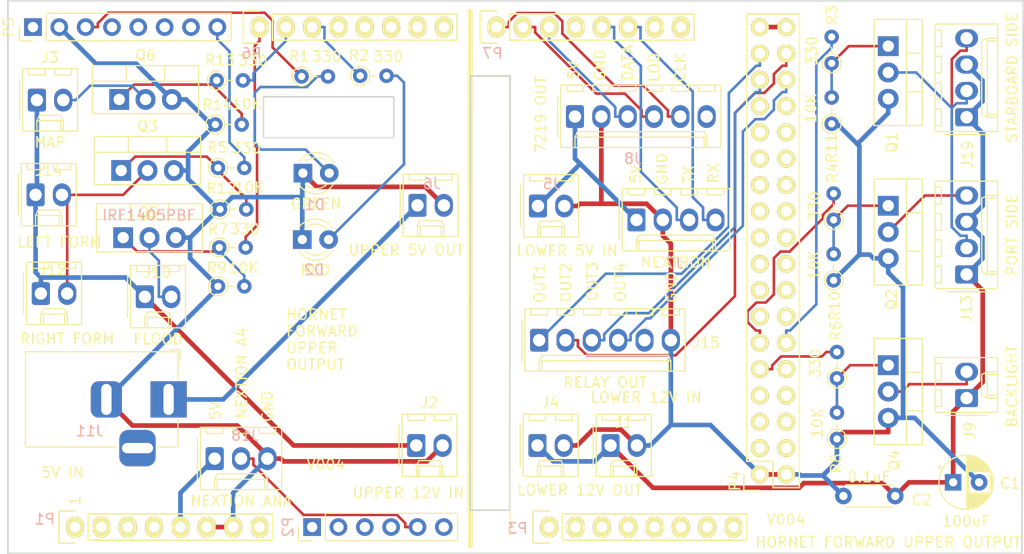
<source format=kicad_pcb>
(kicad_pcb (version 20171130) (host pcbnew "(5.1.5-0-10_14)")

  (general
    (thickness 1.6)
    (drawings 38)
    (tracks 334)
    (zones 0)
    (modules 48)
    (nets 99)
  )

  (page A4)
  (title_block
    (date "mar. 31 mars 2015")
  )

  (layers
    (0 F.Cu signal)
    (31 B.Cu signal)
    (32 B.Adhes user)
    (33 F.Adhes user)
    (34 B.Paste user)
    (35 F.Paste user)
    (36 B.SilkS user)
    (37 F.SilkS user)
    (38 B.Mask user)
    (39 F.Mask user)
    (40 Dwgs.User user)
    (41 Cmts.User user)
    (42 Eco1.User user)
    (43 Eco2.User user)
    (44 Edge.Cuts user)
    (45 Margin user)
    (46 B.CrtYd user)
    (47 F.CrtYd user)
    (48 B.Fab user)
    (49 F.Fab user)
  )

  (setup
    (last_trace_width 0.25)
    (trace_clearance 0.2)
    (zone_clearance 0.508)
    (zone_45_only no)
    (trace_min 0.2)
    (via_size 0.6)
    (via_drill 0.4)
    (via_min_size 0.4)
    (via_min_drill 0.3)
    (uvia_size 0.3)
    (uvia_drill 0.1)
    (uvias_allowed no)
    (uvia_min_size 0.2)
    (uvia_min_drill 0.1)
    (edge_width 0.15)
    (segment_width 0.15)
    (pcb_text_width 0.3)
    (pcb_text_size 1.5 1.5)
    (mod_edge_width 0.15)
    (mod_text_size 1 1)
    (mod_text_width 0.15)
    (pad_size 4.064 4.064)
    (pad_drill 3.048)
    (pad_to_mask_clearance 0)
    (aux_axis_origin 103.378 121.666)
    (visible_elements FFFFFF7F)
    (pcbplotparams
      (layerselection 0x010fc_ffffffff)
      (usegerberextensions false)
      (usegerberattributes false)
      (usegerberadvancedattributes false)
      (creategerberjobfile false)
      (excludeedgelayer true)
      (linewidth 0.100000)
      (plotframeref false)
      (viasonmask false)
      (mode 1)
      (useauxorigin false)
      (hpglpennumber 1)
      (hpglpenspeed 20)
      (hpglpendiameter 15.000000)
      (psnegative false)
      (psa4output false)
      (plotreference true)
      (plotvalue true)
      (plotinvisibletext false)
      (padsonsilk false)
      (subtractmaskfromsilk false)
      (outputformat 1)
      (mirror false)
      (drillshape 0)
      (scaleselection 1)
      (outputdirectory "MANUFACTURING/"))
  )

  (net 0 "")
  (net 1 GND)
  (net 2 /47)
  (net 3 /45)
  (net 4 /43)
  (net 5 /41)
  (net 6 /39)
  (net 7 /37)
  (net 8 /35)
  (net 9 /33)
  (net 10 /30)
  (net 11 /31)
  (net 12 /28)
  (net 13 /29)
  (net 14 /26)
  (net 15 /27)
  (net 16 /24)
  (net 17 /25)
  (net 18 /22)
  (net 19 /23)
  (net 20 +5V)
  (net 21 GNDD)
  (net 22 /D8)
  (net 23 /D7)
  (net 24 /D6)
  (net 25 /D12)
  (net 26 /D11)
  (net 27 /D9)
  (net 28 "Net-(D1-Pad2)")
  (net 29 "Net-(D2-Pad2)")
  (net 30 "/14(Tx3)")
  (net 31 "/15(Rx3)")
  (net 32 "/16(Tx2)")
  (net 33 "/18(Tx1)")
  (net 34 /38)
  (net 35 /36)
  (net 36 /34)
  (net 37 /32)
  (net 38 /48)
  (net 39 /49)
  (net 40 /46)
  (net 41 /44)
  (net 42 /42)
  (net 43 /40)
  (net 44 /D13)
  (net 45 /D5)
  (net 46 "/19(Rx1)")
  (net 47 "/20(SDA)")
  (net 48 "/21(SCL)")
  (net 49 /LOWER_OUTPUT_5V)
  (net 50 /UPPER_OUTPUT_5V)
  (net 51 +5VL)
  (net 52 /A3)
  (net 53 /A2)
  (net 54 /A1)
  (net 55 /A0)
  (net 56 /A4)
  (net 57 "Net-(J8-Pad6)")
  (net 58 "Net-(P1-Pad1)")
  (net 59 /IOREF)
  (net 60 /Reset)
  (net 61 +3V3)
  (net 62 /Vin)
  (net 63 /A5)
  (net 64 /A8)
  (net 65 /A9)
  (net 66 /A10)
  (net 67 /A11)
  (net 68 /A12)
  (net 69 /A13)
  (net 70 /A14)
  (net 71 /A15)
  (net 72 "Net-(P4-Pad3)")
  (net 73 "Net-(P4-Pad4)")
  (net 74 "Net-(P4-Pad5)")
  (net 75 "Net-(P4-Pad6)")
  (net 76 "Net-(P5-Pad6)")
  (net 77 "Net-(P5-Pad1)")
  (net 78 "Net-(P6-Pad4)")
  (net 79 /D1)
  (net 80 /D0)
  (net 81 "/17(Rx2)")
  (net 82 +12V)
  (net 83 /FORMATION_LIGHTS_NEG)
  (net 84 /STROBE_LIGHTS_NEG)
  (net 85 /NAV_LIGHTS_NEG)
  (net 86 "Net-(Q1-Pad1)")
  (net 87 "Net-(Q2-Pad1)")
  (net 88 "Net-(Q3-Pad1)")
  (net 89 "Net-(Q4-Pad1)")
  (net 90 "Net-(Q5-Pad1)")
  (net 91 "Net-(Q6-Pad1)")
  (net 92 +12VA)
  (net 93 "Net-(J3-Pad2)")
  (net 94 "Net-(J9-Pad2)")
  (net 95 "Net-(J10-Pad2)")
  (net 96 /D3)
  (net 97 /D2)
  (net 98 "Net-(J15-Pad5)")

  (net_class Default "This is the default net class."
    (clearance 0.2)
    (trace_width 0.25)
    (via_dia 0.6)
    (via_drill 0.4)
    (uvia_dia 0.3)
    (uvia_drill 0.1)
    (add_net +3V3)
    (add_net "/14(Tx3)")
    (add_net "/15(Rx3)")
    (add_net "/16(Tx2)")
    (add_net "/17(Rx2)")
    (add_net "/18(Tx1)")
    (add_net "/19(Rx1)")
    (add_net "/20(SDA)")
    (add_net "/21(SCL)")
    (add_net /22)
    (add_net /23)
    (add_net /24)
    (add_net /25)
    (add_net /26)
    (add_net /27)
    (add_net /28)
    (add_net /29)
    (add_net /30)
    (add_net /31)
    (add_net /32)
    (add_net /33)
    (add_net /34)
    (add_net /35)
    (add_net /36)
    (add_net /37)
    (add_net /38)
    (add_net /39)
    (add_net /40)
    (add_net /41)
    (add_net /42)
    (add_net /43)
    (add_net /44)
    (add_net /45)
    (add_net /46)
    (add_net /47)
    (add_net /48)
    (add_net /49)
    (add_net /A0)
    (add_net /A1)
    (add_net /A10)
    (add_net /A11)
    (add_net /A12)
    (add_net /A13)
    (add_net /A14)
    (add_net /A15)
    (add_net /A2)
    (add_net /A3)
    (add_net /A4)
    (add_net /A5)
    (add_net /A8)
    (add_net /A9)
    (add_net /D0)
    (add_net /D1)
    (add_net /D11)
    (add_net /D12)
    (add_net /D13)
    (add_net /D2)
    (add_net /D3)
    (add_net /D5)
    (add_net /D6)
    (add_net /D7)
    (add_net /D8)
    (add_net /D9)
    (add_net /FORMATION_LIGHTS_NEG)
    (add_net /IOREF)
    (add_net /NAV_LIGHTS_NEG)
    (add_net /Reset)
    (add_net /STROBE_LIGHTS_NEG)
    (add_net /Vin)
    (add_net "Net-(D1-Pad2)")
    (add_net "Net-(D2-Pad2)")
    (add_net "Net-(J10-Pad2)")
    (add_net "Net-(J15-Pad5)")
    (add_net "Net-(J3-Pad2)")
    (add_net "Net-(J8-Pad6)")
    (add_net "Net-(J9-Pad2)")
    (add_net "Net-(P1-Pad1)")
    (add_net "Net-(P4-Pad3)")
    (add_net "Net-(P4-Pad4)")
    (add_net "Net-(P4-Pad5)")
    (add_net "Net-(P4-Pad6)")
    (add_net "Net-(P5-Pad1)")
    (add_net "Net-(P5-Pad6)")
    (add_net "Net-(P6-Pad4)")
    (add_net "Net-(Q1-Pad1)")
    (add_net "Net-(Q2-Pad1)")
    (add_net "Net-(Q3-Pad1)")
    (add_net "Net-(Q4-Pad1)")
    (add_net "Net-(Q5-Pad1)")
    (add_net "Net-(Q6-Pad1)")
  )

  (net_class "GND AND POWER" ""
    (clearance 0.2)
    (trace_width 0.45)
    (via_dia 0.6)
    (via_drill 0.4)
    (uvia_dia 0.3)
    (uvia_drill 0.1)
    (add_net +12V)
    (add_net +12VA)
    (add_net +5V)
    (add_net +5VL)
    (add_net /LOWER_OUTPUT_5V)
    (add_net /UPPER_OUTPUT_5V)
    (add_net GND)
    (add_net GNDD)
  )

  (module PT_Library_v001:Molex_1x06_P2.54mm_Vertical (layer F.Cu) (tedit 5B78013E) (tstamp 625168DB)
    (at 176.073 101.092)
    (descr "Molex KK-254 Interconnect System, old/engineering part number: AE-6410-06A example for new part number: 22-27-2061, 6 Pins (http://www.molex.com/pdm_docs/sd/022272021_sd.pdf), generated with kicad-footprint-generator")
    (tags "connector Molex KK-254 side entry")
    (path /627F3B3E)
    (fp_text reference J15 (at 16.1036 0.254) (layer F.SilkS)
      (effects (font (size 1 1) (thickness 0.15)))
    )
    (fp_text value "RELAY OUT" (at 6.35 4.08) (layer F.SilkS)
      (effects (font (size 1 1) (thickness 0.15)))
    )
    (fp_text user %R (at 6.35 -2.22) (layer F.Fab)
      (effects (font (size 1 1) (thickness 0.15)))
    )
    (fp_line (start 14.47 -3.42) (end -1.77 -3.42) (layer F.CrtYd) (width 0.05))
    (fp_line (start 14.47 3.38) (end 14.47 -3.42) (layer F.CrtYd) (width 0.05))
    (fp_line (start -1.77 3.38) (end 14.47 3.38) (layer F.CrtYd) (width 0.05))
    (fp_line (start -1.77 -3.42) (end -1.77 3.38) (layer F.CrtYd) (width 0.05))
    (fp_line (start 13.5 -2.43) (end 13.5 -3.03) (layer F.SilkS) (width 0.12))
    (fp_line (start 11.9 -2.43) (end 13.5 -2.43) (layer F.SilkS) (width 0.12))
    (fp_line (start 11.9 -3.03) (end 11.9 -2.43) (layer F.SilkS) (width 0.12))
    (fp_line (start 10.96 -2.43) (end 10.96 -3.03) (layer F.SilkS) (width 0.12))
    (fp_line (start 9.36 -2.43) (end 10.96 -2.43) (layer F.SilkS) (width 0.12))
    (fp_line (start 9.36 -3.03) (end 9.36 -2.43) (layer F.SilkS) (width 0.12))
    (fp_line (start 8.42 -2.43) (end 8.42 -3.03) (layer F.SilkS) (width 0.12))
    (fp_line (start 6.82 -2.43) (end 8.42 -2.43) (layer F.SilkS) (width 0.12))
    (fp_line (start 6.82 -3.03) (end 6.82 -2.43) (layer F.SilkS) (width 0.12))
    (fp_line (start 5.88 -2.43) (end 5.88 -3.03) (layer F.SilkS) (width 0.12))
    (fp_line (start 4.28 -2.43) (end 5.88 -2.43) (layer F.SilkS) (width 0.12))
    (fp_line (start 4.28 -3.03) (end 4.28 -2.43) (layer F.SilkS) (width 0.12))
    (fp_line (start 3.34 -2.43) (end 3.34 -3.03) (layer F.SilkS) (width 0.12))
    (fp_line (start 1.74 -2.43) (end 3.34 -2.43) (layer F.SilkS) (width 0.12))
    (fp_line (start 1.74 -3.03) (end 1.74 -2.43) (layer F.SilkS) (width 0.12))
    (fp_line (start 0.8 -2.43) (end 0.8 -3.03) (layer F.SilkS) (width 0.12))
    (fp_line (start -0.8 -2.43) (end 0.8 -2.43) (layer F.SilkS) (width 0.12))
    (fp_line (start -0.8 -3.03) (end -0.8 -2.43) (layer F.SilkS) (width 0.12))
    (fp_line (start 12.45 2.99) (end 12.45 1.99) (layer F.SilkS) (width 0.12))
    (fp_line (start 0.25 2.99) (end 0.25 1.99) (layer F.SilkS) (width 0.12))
    (fp_line (start 12.45 1.46) (end 12.7 1.99) (layer F.SilkS) (width 0.12))
    (fp_line (start 0.25 1.46) (end 12.45 1.46) (layer F.SilkS) (width 0.12))
    (fp_line (start 0 1.99) (end 0.25 1.46) (layer F.SilkS) (width 0.12))
    (fp_line (start 12.7 1.99) (end 12.7 2.99) (layer F.SilkS) (width 0.12))
    (fp_line (start 0 1.99) (end 12.7 1.99) (layer F.SilkS) (width 0.12))
    (fp_line (start 0 2.99) (end 0 1.99) (layer F.SilkS) (width 0.12))
    (fp_line (start -0.562893 0) (end -1.27 0.5) (layer F.Fab) (width 0.1))
    (fp_line (start -1.27 -0.5) (end -0.562893 0) (layer F.Fab) (width 0.1))
    (fp_line (start -1.67 -2) (end -1.67 2) (layer F.SilkS) (width 0.12))
    (fp_line (start 14.08 -3.03) (end -1.38 -3.03) (layer F.SilkS) (width 0.12))
    (fp_line (start 14.08 2.99) (end 14.08 -3.03) (layer F.SilkS) (width 0.12))
    (fp_line (start -1.38 2.99) (end 14.08 2.99) (layer F.SilkS) (width 0.12))
    (fp_line (start -1.38 -3.03) (end -1.38 2.99) (layer F.SilkS) (width 0.12))
    (fp_line (start 13.97 -2.92) (end -1.27 -2.92) (layer F.Fab) (width 0.1))
    (fp_line (start 13.97 2.88) (end 13.97 -2.92) (layer F.Fab) (width 0.1))
    (fp_line (start -1.27 2.88) (end 13.97 2.88) (layer F.Fab) (width 0.1))
    (fp_line (start -1.27 -2.92) (end -1.27 2.88) (layer F.Fab) (width 0.1))
    (pad 6 thru_hole oval (at 12.7 0) (size 1.74 2.2) (drill 1.2) (layers *.Cu *.Mask)
      (net 1 GND))
    (pad 5 thru_hole oval (at 10.16 0) (size 1.74 2.2) (drill 1.2) (layers *.Cu *.Mask)
      (net 98 "Net-(J15-Pad5)"))
    (pad 4 thru_hole oval (at 7.62 0) (size 1.74 2.2) (drill 1.2) (layers *.Cu *.Mask)
      (net 17 /25))
    (pad 3 thru_hole oval (at 5.08 0) (size 1.74 2.2) (drill 1.2) (layers *.Cu *.Mask)
      (net 16 /24))
    (pad 2 thru_hole oval (at 2.54 0) (size 1.74 2.2) (drill 1.2) (layers *.Cu *.Mask)
      (net 19 /23))
    (pad 1 thru_hole roundrect (at 0 0) (size 1.74 2.2) (drill 1.2) (layers *.Cu *.Mask) (roundrect_rratio 0.143678)
      (net 18 /22))
    (model ${KISYS3DMOD}/Connector_Molex.3dshapes/Molex_KK-254_AE-6410-06A_1x06_P2.54mm_Vertical.wrl
      (at (xyz 0 0 0))
      (scale (xyz 1 1 1))
      (rotate (xyz 0 0 0))
    )
  )

  (module PT_Library_v001:Molex_1x02_P2.54mm_Vertical (layer F.Cu) (tedit 5B78013E) (tstamp 6250FAEE)
    (at 175.907 111.252)
    (descr "Molex KK-254 Interconnect System, old/engineering part number: AE-6410-02A example for new part number: 22-27-2021, 2 Pins (http://www.molex.com/pdm_docs/sd/022272021_sd.pdf), generated with kicad-footprint-generator")
    (tags "connector Molex KK-254 side entry")
    (path /6268A880)
    (fp_text reference J4 (at 1.27 -4.12) (layer F.SilkS)
      (effects (font (size 1 1) (thickness 0.15)))
    )
    (fp_text value "LOWER 12V OUT" (at 4.064 4.318) (layer F.SilkS)
      (effects (font (size 1 1) (thickness 0.15)))
    )
    (fp_text user %R (at 1.27 -2.22) (layer F.Fab)
      (effects (font (size 1 1) (thickness 0.15)))
    )
    (fp_line (start 4.31 -3.42) (end -1.77 -3.42) (layer F.CrtYd) (width 0.05))
    (fp_line (start 4.31 3.38) (end 4.31 -3.42) (layer F.CrtYd) (width 0.05))
    (fp_line (start -1.77 3.38) (end 4.31 3.38) (layer F.CrtYd) (width 0.05))
    (fp_line (start -1.77 -3.42) (end -1.77 3.38) (layer F.CrtYd) (width 0.05))
    (fp_line (start 3.34 -2.43) (end 3.34 -3.03) (layer F.SilkS) (width 0.12))
    (fp_line (start 1.74 -2.43) (end 3.34 -2.43) (layer F.SilkS) (width 0.12))
    (fp_line (start 1.74 -3.03) (end 1.74 -2.43) (layer F.SilkS) (width 0.12))
    (fp_line (start 0.8 -2.43) (end 0.8 -3.03) (layer F.SilkS) (width 0.12))
    (fp_line (start -0.8 -2.43) (end 0.8 -2.43) (layer F.SilkS) (width 0.12))
    (fp_line (start -0.8 -3.03) (end -0.8 -2.43) (layer F.SilkS) (width 0.12))
    (fp_line (start 2.29 2.99) (end 2.29 1.99) (layer F.SilkS) (width 0.12))
    (fp_line (start 0.25 2.99) (end 0.25 1.99) (layer F.SilkS) (width 0.12))
    (fp_line (start 2.29 1.46) (end 2.54 1.99) (layer F.SilkS) (width 0.12))
    (fp_line (start 0.25 1.46) (end 2.29 1.46) (layer F.SilkS) (width 0.12))
    (fp_line (start 0 1.99) (end 0.25 1.46) (layer F.SilkS) (width 0.12))
    (fp_line (start 2.54 1.99) (end 2.54 2.99) (layer F.SilkS) (width 0.12))
    (fp_line (start 0 1.99) (end 2.54 1.99) (layer F.SilkS) (width 0.12))
    (fp_line (start 0 2.99) (end 0 1.99) (layer F.SilkS) (width 0.12))
    (fp_line (start -0.562893 0) (end -1.27 0.5) (layer F.Fab) (width 0.1))
    (fp_line (start -1.27 -0.5) (end -0.562893 0) (layer F.Fab) (width 0.1))
    (fp_line (start -1.67 -2) (end -1.67 2) (layer F.SilkS) (width 0.12))
    (fp_line (start 3.92 -3.03) (end -1.38 -3.03) (layer F.SilkS) (width 0.12))
    (fp_line (start 3.92 2.99) (end 3.92 -3.03) (layer F.SilkS) (width 0.12))
    (fp_line (start -1.38 2.99) (end 3.92 2.99) (layer F.SilkS) (width 0.12))
    (fp_line (start -1.38 -3.03) (end -1.38 2.99) (layer F.SilkS) (width 0.12))
    (fp_line (start 3.81 -2.92) (end -1.27 -2.92) (layer F.Fab) (width 0.1))
    (fp_line (start 3.81 2.88) (end 3.81 -2.92) (layer F.Fab) (width 0.1))
    (fp_line (start -1.27 2.88) (end 3.81 2.88) (layer F.Fab) (width 0.1))
    (fp_line (start -1.27 -2.92) (end -1.27 2.88) (layer F.Fab) (width 0.1))
    (pad 2 thru_hole oval (at 2.54 0) (size 1.74 2.2) (drill 1.2) (layers *.Cu *.Mask)
      (net 1 GND))
    (pad 1 thru_hole roundrect (at 0 0) (size 1.74 2.2) (drill 1.2) (layers *.Cu *.Mask) (roundrect_rratio 0.143678)
      (net 82 +12V))
    (model ${KISYS3DMOD}/Connector_Molex.3dshapes/Molex_KK-254_AE-6410-02A_1x02_P2.54mm_Vertical.wrl
      (at (xyz 0 0 0))
      (scale (xyz 1 1 1))
      (rotate (xyz 0 0 0))
    )
  )

  (module PT_Library_v001:Molex_1x02_P2.54mm_Vertical (layer F.Cu) (tedit 5B78013E) (tstamp 6250FA84)
    (at 164.223 111.252)
    (descr "Molex KK-254 Interconnect System, old/engineering part number: AE-6410-02A example for new part number: 22-27-2021, 2 Pins (http://www.molex.com/pdm_docs/sd/022272021_sd.pdf), generated with kicad-footprint-generator")
    (tags "connector Molex KK-254 side entry")
    (path /626850B3)
    (fp_text reference J2 (at 1.27 -4.12) (layer F.SilkS)
      (effects (font (size 1 1) (thickness 0.15)))
    )
    (fp_text value "UPPER 12V IN" (at -0.762 4.572) (layer F.SilkS)
      (effects (font (size 1 1) (thickness 0.15)))
    )
    (fp_text user %R (at 1.27 -2.22) (layer F.Fab)
      (effects (font (size 1 1) (thickness 0.15)))
    )
    (fp_line (start 4.31 -3.42) (end -1.77 -3.42) (layer F.CrtYd) (width 0.05))
    (fp_line (start 4.31 3.38) (end 4.31 -3.42) (layer F.CrtYd) (width 0.05))
    (fp_line (start -1.77 3.38) (end 4.31 3.38) (layer F.CrtYd) (width 0.05))
    (fp_line (start -1.77 -3.42) (end -1.77 3.38) (layer F.CrtYd) (width 0.05))
    (fp_line (start 3.34 -2.43) (end 3.34 -3.03) (layer F.SilkS) (width 0.12))
    (fp_line (start 1.74 -2.43) (end 3.34 -2.43) (layer F.SilkS) (width 0.12))
    (fp_line (start 1.74 -3.03) (end 1.74 -2.43) (layer F.SilkS) (width 0.12))
    (fp_line (start 0.8 -2.43) (end 0.8 -3.03) (layer F.SilkS) (width 0.12))
    (fp_line (start -0.8 -2.43) (end 0.8 -2.43) (layer F.SilkS) (width 0.12))
    (fp_line (start -0.8 -3.03) (end -0.8 -2.43) (layer F.SilkS) (width 0.12))
    (fp_line (start 2.29 2.99) (end 2.29 1.99) (layer F.SilkS) (width 0.12))
    (fp_line (start 0.25 2.99) (end 0.25 1.99) (layer F.SilkS) (width 0.12))
    (fp_line (start 2.29 1.46) (end 2.54 1.99) (layer F.SilkS) (width 0.12))
    (fp_line (start 0.25 1.46) (end 2.29 1.46) (layer F.SilkS) (width 0.12))
    (fp_line (start 0 1.99) (end 0.25 1.46) (layer F.SilkS) (width 0.12))
    (fp_line (start 2.54 1.99) (end 2.54 2.99) (layer F.SilkS) (width 0.12))
    (fp_line (start 0 1.99) (end 2.54 1.99) (layer F.SilkS) (width 0.12))
    (fp_line (start 0 2.99) (end 0 1.99) (layer F.SilkS) (width 0.12))
    (fp_line (start -0.562893 0) (end -1.27 0.5) (layer F.Fab) (width 0.1))
    (fp_line (start -1.27 -0.5) (end -0.562893 0) (layer F.Fab) (width 0.1))
    (fp_line (start -1.67 -2) (end -1.67 2) (layer F.SilkS) (width 0.12))
    (fp_line (start 3.92 -3.03) (end -1.38 -3.03) (layer F.SilkS) (width 0.12))
    (fp_line (start 3.92 2.99) (end 3.92 -3.03) (layer F.SilkS) (width 0.12))
    (fp_line (start -1.38 2.99) (end 3.92 2.99) (layer F.SilkS) (width 0.12))
    (fp_line (start -1.38 -3.03) (end -1.38 2.99) (layer F.SilkS) (width 0.12))
    (fp_line (start 3.81 -2.92) (end -1.27 -2.92) (layer F.Fab) (width 0.1))
    (fp_line (start 3.81 2.88) (end 3.81 -2.92) (layer F.Fab) (width 0.1))
    (fp_line (start -1.27 2.88) (end 3.81 2.88) (layer F.Fab) (width 0.1))
    (fp_line (start -1.27 -2.92) (end -1.27 2.88) (layer F.Fab) (width 0.1))
    (pad 2 thru_hole oval (at 2.54 0) (size 1.74 2.2) (drill 1.2) (layers *.Cu *.Mask)
      (net 21 GNDD))
    (pad 1 thru_hole roundrect (at 0 0) (size 1.74 2.2) (drill 1.2) (layers *.Cu *.Mask) (roundrect_rratio 0.143678)
      (net 92 +12VA))
    (model ${KISYS3DMOD}/Connector_Molex.3dshapes/Molex_KK-254_AE-6410-02A_1x02_P2.54mm_Vertical.wrl
      (at (xyz 0 0 0))
      (scale (xyz 1 1 1))
      (rotate (xyz 0 0 0))
    )
  )

  (module PT_Library_v001:PT_R_Axial_DIN0204_L3.6mm_D1.6mm_P2.54mm_Vertical (layer F.Cu) (tedit 5AE5139B) (tstamp 6250BA48)
    (at 144.844 80.264)
    (descr "Resistor, Axial_DIN0204 series, Axial, Vertical, pin pitch=2.54mm, 0.167W, length*diameter=3.6*1.6mm^2, http://cdn-reichelt.de/documents/datenblatt/B400/1_4W%23YAG.pdf")
    (tags "Resistor Axial_DIN0204 series Axial Vertical pin pitch 2.54mm 0.167W length 3.6mm diameter 1.6mm")
    (path /6252C1DE)
    (fp_text reference R14 (at 0.1905 -1.905) (layer F.SilkS)
      (effects (font (size 1 1) (thickness 0.15)))
    )
    (fp_text value 10K (at 3.048 -1.9685) (layer F.SilkS)
      (effects (font (size 1 1) (thickness 0.15)))
    )
    (fp_circle (center 0 0) (end 0.8 0) (layer F.Fab) (width 0.1))
    (fp_circle (center 0 0) (end 0.92 0) (layer F.SilkS) (width 0.12))
    (fp_line (start 0 0) (end 2.54 0) (layer F.Fab) (width 0.1))
    (fp_line (start 0.92 0) (end 1.54 0) (layer F.SilkS) (width 0.12))
    (fp_line (start -1.05 -1.05) (end -1.05 1.05) (layer F.CrtYd) (width 0.05))
    (fp_line (start -1.05 1.05) (end 3.49 1.05) (layer F.CrtYd) (width 0.05))
    (fp_line (start 3.49 1.05) (end 3.49 -1.05) (layer F.CrtYd) (width 0.05))
    (fp_line (start 3.49 -1.05) (end -1.05 -1.05) (layer F.CrtYd) (width 0.05))
    (fp_text user %R (at 0.254 -1.905) (layer F.Fab)
      (effects (font (size 1 1) (thickness 0.15)))
    )
    (pad 1 thru_hole circle (at 0 0) (size 1.4 1.4) (drill 0.7) (layers *.Cu *.Mask)
      (net 21 GNDD))
    (pad 2 thru_hole oval (at 2.54 0) (size 1.4 1.4) (drill 0.7) (layers *.Cu *.Mask)
      (net 91 "Net-(Q6-Pad1)"))
    (model ${KISYS3DMOD}/Resistor_THT.3dshapes/R_Axial_DIN0204_L3.6mm_D1.6mm_P2.54mm_Vertical.wrl
      (at (xyz 0 0 0))
      (scale (xyz 1 1 1))
      (rotate (xyz 0 0 0))
    )
  )

  (module PT_Library_v001:PT_R_Axial_DIN0204_L3.6mm_D1.6mm_P2.54mm_Vertical (layer F.Cu) (tedit 5AE5139B) (tstamp 6250BA39)
    (at 144.97 76.0095)
    (descr "Resistor, Axial_DIN0204 series, Axial, Vertical, pin pitch=2.54mm, 0.167W, length*diameter=3.6*1.6mm^2, http://cdn-reichelt.de/documents/datenblatt/B400/1_4W%23YAG.pdf")
    (tags "Resistor Axial_DIN0204 series Axial Vertical pin pitch 2.54mm 0.167W length 3.6mm diameter 1.6mm")
    (path /6252C1D1)
    (fp_text reference R13 (at 0.3175 -1.9685) (layer F.SilkS)
      (effects (font (size 1 1) (thickness 0.15)))
    )
    (fp_text value 330 (at 3.4925 -1.905) (layer F.SilkS)
      (effects (font (size 1 1) (thickness 0.15)))
    )
    (fp_circle (center 0 0) (end 0.8 0) (layer F.Fab) (width 0.1))
    (fp_circle (center 0 0) (end 0.92 0) (layer F.SilkS) (width 0.12))
    (fp_line (start 0 0) (end 2.54 0) (layer F.Fab) (width 0.1))
    (fp_line (start 0.92 0) (end 1.54 0) (layer F.SilkS) (width 0.12))
    (fp_line (start -1.05 -1.05) (end -1.05 1.05) (layer F.CrtYd) (width 0.05))
    (fp_line (start -1.05 1.05) (end 3.49 1.05) (layer F.CrtYd) (width 0.05))
    (fp_line (start 3.49 1.05) (end 3.49 -1.05) (layer F.CrtYd) (width 0.05))
    (fp_line (start 3.49 -1.05) (end -1.05 -1.05) (layer F.CrtYd) (width 0.05))
    (fp_text user %R (at 2.54 -1.92) (layer F.Fab)
      (effects (font (size 1 1) (thickness 0.15)))
    )
    (pad 1 thru_hole circle (at 0 0) (size 1.4 1.4) (drill 0.7) (layers *.Cu *.Mask)
      (net 91 "Net-(Q6-Pad1)"))
    (pad 2 thru_hole oval (at 2.54 0) (size 1.4 1.4) (drill 0.7) (layers *.Cu *.Mask)
      (net 24 /D6))
    (model ${KISYS3DMOD}/Resistor_THT.3dshapes/R_Axial_DIN0204_L3.6mm_D1.6mm_P2.54mm_Vertical.wrl
      (at (xyz 0 0 0))
      (scale (xyz 1 1 1))
      (rotate (xyz 0 0 0))
    )
  )

  (module Package_TO_SOT_THT:TO-220-3_Vertical (layer F.Cu) (tedit 5AC8BA0D) (tstamp 6250B8DA)
    (at 135.572 77.851)
    (descr "TO-220-3, Vertical, RM 2.54mm, see https://www.vishay.com/docs/66542/to-220-1.pdf")
    (tags "TO-220-3 Vertical RM 2.54mm")
    (path /6252C1BD)
    (fp_text reference Q6 (at 2.54 -4.27) (layer F.SilkS)
      (effects (font (size 1 1) (thickness 0.15)))
    )
    (fp_text value IRF1405PBF (at 2.54 2.5) (layer F.Fab)
      (effects (font (size 1 1) (thickness 0.15)))
    )
    (fp_text user %R (at 2.54 -4.27) (layer F.Fab)
      (effects (font (size 1 1) (thickness 0.15)))
    )
    (fp_line (start 7.79 -3.4) (end -2.71 -3.4) (layer F.CrtYd) (width 0.05))
    (fp_line (start 7.79 1.51) (end 7.79 -3.4) (layer F.CrtYd) (width 0.05))
    (fp_line (start -2.71 1.51) (end 7.79 1.51) (layer F.CrtYd) (width 0.05))
    (fp_line (start -2.71 -3.4) (end -2.71 1.51) (layer F.CrtYd) (width 0.05))
    (fp_line (start 4.391 -3.27) (end 4.391 -1.76) (layer F.SilkS) (width 0.12))
    (fp_line (start 0.69 -3.27) (end 0.69 -1.76) (layer F.SilkS) (width 0.12))
    (fp_line (start -2.58 -1.76) (end 7.66 -1.76) (layer F.SilkS) (width 0.12))
    (fp_line (start 7.66 -3.27) (end 7.66 1.371) (layer F.SilkS) (width 0.12))
    (fp_line (start -2.58 -3.27) (end -2.58 1.371) (layer F.SilkS) (width 0.12))
    (fp_line (start -2.58 1.371) (end 7.66 1.371) (layer F.SilkS) (width 0.12))
    (fp_line (start -2.58 -3.27) (end 7.66 -3.27) (layer F.SilkS) (width 0.12))
    (fp_line (start 4.39 -3.15) (end 4.39 -1.88) (layer F.Fab) (width 0.1))
    (fp_line (start 0.69 -3.15) (end 0.69 -1.88) (layer F.Fab) (width 0.1))
    (fp_line (start -2.46 -1.88) (end 7.54 -1.88) (layer F.Fab) (width 0.1))
    (fp_line (start 7.54 -3.15) (end -2.46 -3.15) (layer F.Fab) (width 0.1))
    (fp_line (start 7.54 1.25) (end 7.54 -3.15) (layer F.Fab) (width 0.1))
    (fp_line (start -2.46 1.25) (end 7.54 1.25) (layer F.Fab) (width 0.1))
    (fp_line (start -2.46 -3.15) (end -2.46 1.25) (layer F.Fab) (width 0.1))
    (pad 3 thru_hole oval (at 5.08 0) (size 1.905 2) (drill 1.1) (layers *.Cu *.Mask)
      (net 21 GNDD))
    (pad 2 thru_hole oval (at 2.54 0) (size 1.905 2) (drill 1.1) (layers *.Cu *.Mask)
      (net 93 "Net-(J3-Pad2)"))
    (pad 1 thru_hole rect (at 0 0) (size 1.905 2) (drill 1.1) (layers *.Cu *.Mask)
      (net 91 "Net-(Q6-Pad1)"))
    (model ${KISYS3DMOD}/Package_TO_SOT_THT.3dshapes/TO-220-3_Vertical.wrl
      (at (xyz 0 0 0))
      (scale (xyz 1 1 1))
      (rotate (xyz 0 0 0))
    )
  )

  (module PT_Library_v001:Molex_1x02_P2.54mm_Vertical (layer F.Cu) (tedit 5B78013E) (tstamp 6250B1F0)
    (at 127.635 77.9145)
    (descr "Molex KK-254 Interconnect System, old/engineering part number: AE-6410-02A example for new part number: 22-27-2021, 2 Pins (http://www.molex.com/pdm_docs/sd/022272021_sd.pdf), generated with kicad-footprint-generator")
    (tags "connector Molex KK-254 side entry")
    (path /62538AD3)
    (fp_text reference J3 (at 1.27 -4.12) (layer F.SilkS)
      (effects (font (size 1 1) (thickness 0.15)))
    )
    (fp_text value MAP (at 1.27 4.08) (layer F.SilkS)
      (effects (font (size 1 1) (thickness 0.15)))
    )
    (fp_text user %R (at 1.27 -2.22) (layer F.Fab)
      (effects (font (size 1 1) (thickness 0.15)))
    )
    (fp_line (start 4.31 -3.42) (end -1.77 -3.42) (layer F.CrtYd) (width 0.05))
    (fp_line (start 4.31 3.38) (end 4.31 -3.42) (layer F.CrtYd) (width 0.05))
    (fp_line (start -1.77 3.38) (end 4.31 3.38) (layer F.CrtYd) (width 0.05))
    (fp_line (start -1.77 -3.42) (end -1.77 3.38) (layer F.CrtYd) (width 0.05))
    (fp_line (start 3.34 -2.43) (end 3.34 -3.03) (layer F.SilkS) (width 0.12))
    (fp_line (start 1.74 -2.43) (end 3.34 -2.43) (layer F.SilkS) (width 0.12))
    (fp_line (start 1.74 -3.03) (end 1.74 -2.43) (layer F.SilkS) (width 0.12))
    (fp_line (start 0.8 -2.43) (end 0.8 -3.03) (layer F.SilkS) (width 0.12))
    (fp_line (start -0.8 -2.43) (end 0.8 -2.43) (layer F.SilkS) (width 0.12))
    (fp_line (start -0.8 -3.03) (end -0.8 -2.43) (layer F.SilkS) (width 0.12))
    (fp_line (start 2.29 2.99) (end 2.29 1.99) (layer F.SilkS) (width 0.12))
    (fp_line (start 0.25 2.99) (end 0.25 1.99) (layer F.SilkS) (width 0.12))
    (fp_line (start 2.29 1.46) (end 2.54 1.99) (layer F.SilkS) (width 0.12))
    (fp_line (start 0.25 1.46) (end 2.29 1.46) (layer F.SilkS) (width 0.12))
    (fp_line (start 0 1.99) (end 0.25 1.46) (layer F.SilkS) (width 0.12))
    (fp_line (start 2.54 1.99) (end 2.54 2.99) (layer F.SilkS) (width 0.12))
    (fp_line (start 0 1.99) (end 2.54 1.99) (layer F.SilkS) (width 0.12))
    (fp_line (start 0 2.99) (end 0 1.99) (layer F.SilkS) (width 0.12))
    (fp_line (start -0.562893 0) (end -1.27 0.5) (layer F.Fab) (width 0.1))
    (fp_line (start -1.27 -0.5) (end -0.562893 0) (layer F.Fab) (width 0.1))
    (fp_line (start -1.67 -2) (end -1.67 2) (layer F.SilkS) (width 0.12))
    (fp_line (start 3.92 -3.03) (end -1.38 -3.03) (layer F.SilkS) (width 0.12))
    (fp_line (start 3.92 2.99) (end 3.92 -3.03) (layer F.SilkS) (width 0.12))
    (fp_line (start -1.38 2.99) (end 3.92 2.99) (layer F.SilkS) (width 0.12))
    (fp_line (start -1.38 -3.03) (end -1.38 2.99) (layer F.SilkS) (width 0.12))
    (fp_line (start 3.81 -2.92) (end -1.27 -2.92) (layer F.Fab) (width 0.1))
    (fp_line (start 3.81 2.88) (end 3.81 -2.92) (layer F.Fab) (width 0.1))
    (fp_line (start -1.27 2.88) (end 3.81 2.88) (layer F.Fab) (width 0.1))
    (fp_line (start -1.27 -2.92) (end -1.27 2.88) (layer F.Fab) (width 0.1))
    (pad 2 thru_hole oval (at 2.54 0) (size 1.74 2.2) (drill 1.2) (layers *.Cu *.Mask)
      (net 93 "Net-(J3-Pad2)"))
    (pad 1 thru_hole roundrect (at 0 0) (size 1.74 2.2) (drill 1.2) (layers *.Cu *.Mask) (roundrect_rratio 0.143678)
      (net 92 +12VA))
    (model ${KISYS3DMOD}/Connector_Molex.3dshapes/Molex_KK-254_AE-6410-02A_1x02_P2.54mm_Vertical.wrl
      (at (xyz 0 0 0))
      (scale (xyz 1 1 1))
      (rotate (xyz 0 0 0))
    )
  )

  (module Package_TO_SOT_THT:TO-220-3_Vertical (layer F.Cu) (tedit 5AC8BA0D) (tstamp 6243D754)
    (at 135.954 91.186)
    (descr "TO-220-3, Vertical, RM 2.54mm, see https://www.vishay.com/docs/66542/to-220-1.pdf")
    (tags "TO-220-3 Vertical RM 2.54mm")
    (path /62469FCB)
    (fp_text reference Q5 (at 2.413 -2.413) (layer F.SilkS)
      (effects (font (size 1 1) (thickness 0.15)))
    )
    (fp_text value IRF1405PBF (at 2.4765 -2.159) (layer B.SilkS)
      (effects (font (size 1 1) (thickness 0.15)))
    )
    (fp_text user %R (at 2.54 -4.27) (layer F.Fab)
      (effects (font (size 1 1) (thickness 0.15)))
    )
    (fp_line (start 7.79 -3.4) (end -2.71 -3.4) (layer F.CrtYd) (width 0.05))
    (fp_line (start 7.79 1.51) (end 7.79 -3.4) (layer F.CrtYd) (width 0.05))
    (fp_line (start -2.71 1.51) (end 7.79 1.51) (layer F.CrtYd) (width 0.05))
    (fp_line (start -2.71 -3.4) (end -2.71 1.51) (layer F.CrtYd) (width 0.05))
    (fp_line (start 4.391 -3.27) (end 4.391 -1.76) (layer F.SilkS) (width 0.12))
    (fp_line (start 0.69 -3.27) (end 0.69 -1.76) (layer F.SilkS) (width 0.12))
    (fp_line (start -2.58 -1.76) (end 7.66 -1.76) (layer F.SilkS) (width 0.12))
    (fp_line (start 7.66 -3.27) (end 7.66 1.371) (layer F.SilkS) (width 0.12))
    (fp_line (start -2.58 -3.27) (end -2.58 1.371) (layer F.SilkS) (width 0.12))
    (fp_line (start -2.58 1.371) (end 7.66 1.371) (layer F.SilkS) (width 0.12))
    (fp_line (start -2.58 -3.27) (end 7.66 -3.27) (layer F.SilkS) (width 0.12))
    (fp_line (start 4.39 -3.15) (end 4.39 -1.88) (layer F.Fab) (width 0.1))
    (fp_line (start 0.69 -3.15) (end 0.69 -1.88) (layer F.Fab) (width 0.1))
    (fp_line (start -2.46 -1.88) (end 7.54 -1.88) (layer F.Fab) (width 0.1))
    (fp_line (start 7.54 -3.15) (end -2.46 -3.15) (layer F.Fab) (width 0.1))
    (fp_line (start 7.54 1.25) (end 7.54 -3.15) (layer F.Fab) (width 0.1))
    (fp_line (start -2.46 1.25) (end 7.54 1.25) (layer F.Fab) (width 0.1))
    (fp_line (start -2.46 -3.15) (end -2.46 1.25) (layer F.Fab) (width 0.1))
    (pad 3 thru_hole oval (at 5.08 0) (size 1.905 2) (drill 1.1) (layers *.Cu *.Mask)
      (net 21 GNDD))
    (pad 2 thru_hole oval (at 2.54 0) (size 1.905 2) (drill 1.1) (layers *.Cu *.Mask)
      (net 95 "Net-(J10-Pad2)"))
    (pad 1 thru_hole rect (at 0 0) (size 1.905 2) (drill 1.1) (layers *.Cu *.Mask)
      (net 90 "Net-(Q5-Pad1)"))
    (model ${KISYS3DMOD}/Package_TO_SOT_THT.3dshapes/TO-220-3_Vertical.wrl
      (at (xyz 0 0 0))
      (scale (xyz 1 1 1))
      (rotate (xyz 0 0 0))
    )
  )

  (module Package_TO_SOT_THT:TO-220-3_Vertical (layer F.Cu) (tedit 5AC8BA0D) (tstamp 6243D73F)
    (at 209.74 103.505 270)
    (descr "TO-220-3, Vertical, RM 2.54mm, see https://www.vishay.com/docs/66542/to-220-1.pdf")
    (tags "TO-220-3 Vertical RM 2.54mm")
    (path /62475E29)
    (fp_text reference Q4 (at 9.1694 -0.5715 90) (layer F.SilkS)
      (effects (font (size 1 1) (thickness 0.15)))
    )
    (fp_text value IRF1405PBF (at 2.54 2.5 90) (layer F.Fab)
      (effects (font (size 1 1) (thickness 0.15)))
    )
    (fp_text user %R (at 9.2202 -0.5715 90) (layer F.Fab)
      (effects (font (size 1 1) (thickness 0.15)))
    )
    (fp_line (start 7.79 -3.4) (end -2.71 -3.4) (layer F.CrtYd) (width 0.05))
    (fp_line (start 7.79 1.51) (end 7.79 -3.4) (layer F.CrtYd) (width 0.05))
    (fp_line (start -2.71 1.51) (end 7.79 1.51) (layer F.CrtYd) (width 0.05))
    (fp_line (start -2.71 -3.4) (end -2.71 1.51) (layer F.CrtYd) (width 0.05))
    (fp_line (start 4.391 -3.27) (end 4.391 -1.76) (layer F.SilkS) (width 0.12))
    (fp_line (start 0.69 -3.27) (end 0.69 -1.76) (layer F.SilkS) (width 0.12))
    (fp_line (start -2.58 -1.76) (end 7.66 -1.76) (layer F.SilkS) (width 0.12))
    (fp_line (start 7.66 -3.27) (end 7.66 1.371) (layer F.SilkS) (width 0.12))
    (fp_line (start -2.58 -3.27) (end -2.58 1.371) (layer F.SilkS) (width 0.12))
    (fp_line (start -2.58 1.371) (end 7.66 1.371) (layer F.SilkS) (width 0.12))
    (fp_line (start -2.58 -3.27) (end 7.66 -3.27) (layer F.SilkS) (width 0.12))
    (fp_line (start 4.39 -3.15) (end 4.39 -1.88) (layer F.Fab) (width 0.1))
    (fp_line (start 0.69 -3.15) (end 0.69 -1.88) (layer F.Fab) (width 0.1))
    (fp_line (start -2.46 -1.88) (end 7.54 -1.88) (layer F.Fab) (width 0.1))
    (fp_line (start 7.54 -3.15) (end -2.46 -3.15) (layer F.Fab) (width 0.1))
    (fp_line (start 7.54 1.25) (end 7.54 -3.15) (layer F.Fab) (width 0.1))
    (fp_line (start -2.46 1.25) (end 7.54 1.25) (layer F.Fab) (width 0.1))
    (fp_line (start -2.46 -3.15) (end -2.46 1.25) (layer F.Fab) (width 0.1))
    (pad 3 thru_hole oval (at 5.08 0 270) (size 1.905 2) (drill 1.1) (layers *.Cu *.Mask)
      (net 1 GND))
    (pad 2 thru_hole oval (at 2.54 0 270) (size 1.905 2) (drill 1.1) (layers *.Cu *.Mask)
      (net 94 "Net-(J9-Pad2)"))
    (pad 1 thru_hole rect (at 0 0 270) (size 1.905 2) (drill 1.1) (layers *.Cu *.Mask)
      (net 89 "Net-(Q4-Pad1)"))
    (model ${KISYS3DMOD}/Package_TO_SOT_THT.3dshapes/TO-220-3_Vertical.wrl
      (at (xyz 0 0 0))
      (scale (xyz 1 1 1))
      (rotate (xyz 0 0 0))
    )
  )

  (module Package_TO_SOT_THT:TO-220-3_Vertical (layer F.Cu) (tedit 5AC8BA0D) (tstamp 62440AF8)
    (at 135.763 84.709)
    (descr "TO-220-3, Vertical, RM 2.54mm, see https://www.vishay.com/docs/66542/to-220-1.pdf")
    (tags "TO-220-3 Vertical RM 2.54mm")
    (path /6246E3EC)
    (fp_text reference Q3 (at 2.54 -4.27) (layer F.SilkS)
      (effects (font (size 1 1) (thickness 0.15)))
    )
    (fp_text value IRF1405PBF (at 2.54 2.5) (layer F.Fab)
      (effects (font (size 1 1) (thickness 0.15)))
    )
    (fp_text user %R (at 2.54 -4.27) (layer F.Fab)
      (effects (font (size 1 1) (thickness 0.15)))
    )
    (fp_line (start 7.79 -3.4) (end -2.71 -3.4) (layer F.CrtYd) (width 0.05))
    (fp_line (start 7.79 1.51) (end 7.79 -3.4) (layer F.CrtYd) (width 0.05))
    (fp_line (start -2.71 1.51) (end 7.79 1.51) (layer F.CrtYd) (width 0.05))
    (fp_line (start -2.71 -3.4) (end -2.71 1.51) (layer F.CrtYd) (width 0.05))
    (fp_line (start 4.391 -3.27) (end 4.391 -1.76) (layer F.SilkS) (width 0.12))
    (fp_line (start 0.69 -3.27) (end 0.69 -1.76) (layer F.SilkS) (width 0.12))
    (fp_line (start -2.58 -1.76) (end 7.66 -1.76) (layer F.SilkS) (width 0.12))
    (fp_line (start 7.66 -3.27) (end 7.66 1.371) (layer F.SilkS) (width 0.12))
    (fp_line (start -2.58 -3.27) (end -2.58 1.371) (layer F.SilkS) (width 0.12))
    (fp_line (start -2.58 1.371) (end 7.66 1.371) (layer F.SilkS) (width 0.12))
    (fp_line (start -2.58 -3.27) (end 7.66 -3.27) (layer F.SilkS) (width 0.12))
    (fp_line (start 4.39 -3.15) (end 4.39 -1.88) (layer F.Fab) (width 0.1))
    (fp_line (start 0.69 -3.15) (end 0.69 -1.88) (layer F.Fab) (width 0.1))
    (fp_line (start -2.46 -1.88) (end 7.54 -1.88) (layer F.Fab) (width 0.1))
    (fp_line (start 7.54 -3.15) (end -2.46 -3.15) (layer F.Fab) (width 0.1))
    (fp_line (start 7.54 1.25) (end 7.54 -3.15) (layer F.Fab) (width 0.1))
    (fp_line (start -2.46 1.25) (end 7.54 1.25) (layer F.Fab) (width 0.1))
    (fp_line (start -2.46 -3.15) (end -2.46 1.25) (layer F.Fab) (width 0.1))
    (pad 3 thru_hole oval (at 5.08 0) (size 1.905 2) (drill 1.1) (layers *.Cu *.Mask)
      (net 21 GNDD))
    (pad 2 thru_hole oval (at 2.54 0) (size 1.905 2) (drill 1.1) (layers *.Cu *.Mask)
      (net 83 /FORMATION_LIGHTS_NEG))
    (pad 1 thru_hole rect (at 0 0) (size 1.905 2) (drill 1.1) (layers *.Cu *.Mask)
      (net 88 "Net-(Q3-Pad1)"))
    (model ${KISYS3DMOD}/Package_TO_SOT_THT.3dshapes/TO-220-3_Vertical.wrl
      (at (xyz 0 0 0))
      (scale (xyz 1 1 1))
      (rotate (xyz 0 0 0))
    )
  )

  (module Package_TO_SOT_THT:TO-220-3_Vertical (layer F.Cu) (tedit 5AC8BA0D) (tstamp 62440AE3)
    (at 209.74 88.1062 270)
    (descr "TO-220-3, Vertical, RM 2.54mm, see https://www.vishay.com/docs/66542/to-220-1.pdf")
    (tags "TO-220-3 Vertical RM 2.54mm")
    (path /62465D20)
    (fp_text reference Q2 (at 9.04875 -0.3175 90) (layer F.SilkS)
      (effects (font (size 1 1) (thickness 0.15)))
    )
    (fp_text value IRF1405PBF (at 2.54 2.5 90) (layer F.Fab)
      (effects (font (size 1 1) (thickness 0.15)))
    )
    (fp_text user %R (at 9.04875 -0.381 90) (layer F.Fab)
      (effects (font (size 1 1) (thickness 0.15)))
    )
    (fp_line (start 7.79 -3.4) (end -2.71 -3.4) (layer F.CrtYd) (width 0.05))
    (fp_line (start 7.79 1.51) (end 7.79 -3.4) (layer F.CrtYd) (width 0.05))
    (fp_line (start -2.71 1.51) (end 7.79 1.51) (layer F.CrtYd) (width 0.05))
    (fp_line (start -2.71 -3.4) (end -2.71 1.51) (layer F.CrtYd) (width 0.05))
    (fp_line (start 4.391 -3.27) (end 4.391 -1.76) (layer F.SilkS) (width 0.12))
    (fp_line (start 0.69 -3.27) (end 0.69 -1.76) (layer F.SilkS) (width 0.12))
    (fp_line (start -2.58 -1.76) (end 7.66 -1.76) (layer F.SilkS) (width 0.12))
    (fp_line (start 7.66 -3.27) (end 7.66 1.371) (layer F.SilkS) (width 0.12))
    (fp_line (start -2.58 -3.27) (end -2.58 1.371) (layer F.SilkS) (width 0.12))
    (fp_line (start -2.58 1.371) (end 7.66 1.371) (layer F.SilkS) (width 0.12))
    (fp_line (start -2.58 -3.27) (end 7.66 -3.27) (layer F.SilkS) (width 0.12))
    (fp_line (start 4.39 -3.15) (end 4.39 -1.88) (layer F.Fab) (width 0.1))
    (fp_line (start 0.69 -3.15) (end 0.69 -1.88) (layer F.Fab) (width 0.1))
    (fp_line (start -2.46 -1.88) (end 7.54 -1.88) (layer F.Fab) (width 0.1))
    (fp_line (start 7.54 -3.15) (end -2.46 -3.15) (layer F.Fab) (width 0.1))
    (fp_line (start 7.54 1.25) (end 7.54 -3.15) (layer F.Fab) (width 0.1))
    (fp_line (start -2.46 1.25) (end 7.54 1.25) (layer F.Fab) (width 0.1))
    (fp_line (start -2.46 -3.15) (end -2.46 1.25) (layer F.Fab) (width 0.1))
    (pad 3 thru_hole oval (at 5.08 0 270) (size 1.905 2) (drill 1.1) (layers *.Cu *.Mask)
      (net 1 GND))
    (pad 2 thru_hole oval (at 2.54 0 270) (size 1.905 2) (drill 1.1) (layers *.Cu *.Mask)
      (net 84 /STROBE_LIGHTS_NEG))
    (pad 1 thru_hole rect (at 0 0 270) (size 1.905 2) (drill 1.1) (layers *.Cu *.Mask)
      (net 87 "Net-(Q2-Pad1)"))
    (model ${KISYS3DMOD}/Package_TO_SOT_THT.3dshapes/TO-220-3_Vertical.wrl
      (at (xyz 0 0 0))
      (scale (xyz 1 1 1))
      (rotate (xyz 0 0 0))
    )
  )

  (module Package_TO_SOT_THT:TO-220-3_Vertical (layer F.Cu) (tedit 5AC8BA0D) (tstamp 62440ACE)
    (at 209.74 72.7075 270)
    (descr "TO-220-3, Vertical, RM 2.54mm, see https://www.vishay.com/docs/66542/to-220-1.pdf")
    (tags "TO-220-3 Vertical RM 2.54mm")
    (path /624444DF)
    (fp_text reference Q1 (at 9.2837 -0.3683 90) (layer F.SilkS)
      (effects (font (size 1 1) (thickness 0.15)))
    )
    (fp_text value IRF1405PBF (at 2.54 2.5 90) (layer F.Fab)
      (effects (font (size 1 1) (thickness 0.15)))
    )
    (fp_text user %R (at 9.3345 -0.3683 90) (layer F.Fab)
      (effects (font (size 1 1) (thickness 0.15)))
    )
    (fp_line (start 7.79 -3.4) (end -2.71 -3.4) (layer F.CrtYd) (width 0.05))
    (fp_line (start 7.79 1.51) (end 7.79 -3.4) (layer F.CrtYd) (width 0.05))
    (fp_line (start -2.71 1.51) (end 7.79 1.51) (layer F.CrtYd) (width 0.05))
    (fp_line (start -2.71 -3.4) (end -2.71 1.51) (layer F.CrtYd) (width 0.05))
    (fp_line (start 4.391 -3.27) (end 4.391 -1.76) (layer F.SilkS) (width 0.12))
    (fp_line (start 0.69 -3.27) (end 0.69 -1.76) (layer F.SilkS) (width 0.12))
    (fp_line (start -2.58 -1.76) (end 7.66 -1.76) (layer F.SilkS) (width 0.12))
    (fp_line (start 7.66 -3.27) (end 7.66 1.371) (layer F.SilkS) (width 0.12))
    (fp_line (start -2.58 -3.27) (end -2.58 1.371) (layer F.SilkS) (width 0.12))
    (fp_line (start -2.58 1.371) (end 7.66 1.371) (layer F.SilkS) (width 0.12))
    (fp_line (start -2.58 -3.27) (end 7.66 -3.27) (layer F.SilkS) (width 0.12))
    (fp_line (start 4.39 -3.15) (end 4.39 -1.88) (layer F.Fab) (width 0.1))
    (fp_line (start 0.69 -3.15) (end 0.69 -1.88) (layer F.Fab) (width 0.1))
    (fp_line (start -2.46 -1.88) (end 7.54 -1.88) (layer F.Fab) (width 0.1))
    (fp_line (start 7.54 -3.15) (end -2.46 -3.15) (layer F.Fab) (width 0.1))
    (fp_line (start 7.54 1.25) (end 7.54 -3.15) (layer F.Fab) (width 0.1))
    (fp_line (start -2.46 1.25) (end 7.54 1.25) (layer F.Fab) (width 0.1))
    (fp_line (start -2.46 -3.15) (end -2.46 1.25) (layer F.Fab) (width 0.1))
    (pad 3 thru_hole oval (at 5.08 0 270) (size 1.905 2) (drill 1.1) (layers *.Cu *.Mask)
      (net 1 GND))
    (pad 2 thru_hole oval (at 2.54 0 270) (size 1.905 2) (drill 1.1) (layers *.Cu *.Mask)
      (net 85 /NAV_LIGHTS_NEG))
    (pad 1 thru_hole rect (at 0 0 270) (size 1.905 2) (drill 1.1) (layers *.Cu *.Mask)
      (net 86 "Net-(Q1-Pad1)"))
    (model ${KISYS3DMOD}/Package_TO_SOT_THT.3dshapes/TO-220-3_Vertical.wrl
      (at (xyz 0 0 0))
      (scale (xyz 1 1 1))
      (rotate (xyz 0 0 0))
    )
  )

  (module PT_Library_v001:PT_R_Axial_DIN0204_L3.6mm_D1.6mm_P2.54mm_Vertical (layer F.Cu) (tedit 5AE5139B) (tstamp 62461516)
    (at 145.288 88.4555)
    (descr "Resistor, Axial_DIN0204 series, Axial, Vertical, pin pitch=2.54mm, 0.167W, length*diameter=3.6*1.6mm^2, http://cdn-reichelt.de/documents/datenblatt/B400/1_4W%23YAG.pdf")
    (tags "Resistor Axial_DIN0204 series Axial Vertical pin pitch 2.54mm 0.167W length 3.6mm diameter 1.6mm")
    (path /62466E4F)
    (fp_text reference R12 (at 0.127 -2.032) (layer F.SilkS)
      (effects (font (size 1 1) (thickness 0.15)))
    )
    (fp_text value 10K (at 2.8575 -2.0955) (layer F.SilkS)
      (effects (font (size 1 1) (thickness 0.15)))
    )
    (fp_circle (center 0 0) (end 0.8 0) (layer F.Fab) (width 0.1))
    (fp_circle (center 0 0) (end 0.92 0) (layer F.SilkS) (width 0.12))
    (fp_line (start 0 0) (end 2.54 0) (layer F.Fab) (width 0.1))
    (fp_line (start 0.92 0) (end 1.54 0) (layer F.SilkS) (width 0.12))
    (fp_line (start -1.05 -1.05) (end -1.05 1.05) (layer F.CrtYd) (width 0.05))
    (fp_line (start -1.05 1.05) (end 3.49 1.05) (layer F.CrtYd) (width 0.05))
    (fp_line (start 3.49 1.05) (end 3.49 -1.05) (layer F.CrtYd) (width 0.05))
    (fp_line (start 3.49 -1.05) (end -1.05 -1.05) (layer F.CrtYd) (width 0.05))
    (fp_text user %R (at 2.54 -1.92) (layer F.Fab)
      (effects (font (size 1 1) (thickness 0.15)))
    )
    (pad 1 thru_hole circle (at 0 0) (size 1.4 1.4) (drill 0.7) (layers *.Cu *.Mask)
      (net 21 GNDD))
    (pad 2 thru_hole oval (at 2.54 0) (size 1.4 1.4) (drill 0.7) (layers *.Cu *.Mask)
      (net 88 "Net-(Q3-Pad1)"))
    (model ${KISYS3DMOD}/Resistor_THT.3dshapes/R_Axial_DIN0204_L3.6mm_D1.6mm_P2.54mm_Vertical.wrl
      (at (xyz 0 0 0))
      (scale (xyz 1 1 1))
      (rotate (xyz 0 0 0))
    )
  )

  (module PT_Library_v001:PT_R_Axial_DIN0204_L3.6mm_D1.6mm_P2.54mm_Vertical (layer F.Cu) (tedit 5AE5139B) (tstamp 62461507)
    (at 204.28 80.2005 90)
    (descr "Resistor, Axial_DIN0204 series, Axial, Vertical, pin pitch=2.54mm, 0.167W, length*diameter=3.6*1.6mm^2, http://cdn-reichelt.de/documents/datenblatt/B400/1_4W%23YAG.pdf")
    (tags "Resistor Axial_DIN0204 series Axial Vertical pin pitch 2.54mm 0.167W length 3.6mm diameter 1.6mm")
    (path /62479292)
    (fp_text reference R11 (at -2.3495 -0.0132 90) (layer F.SilkS)
      (effects (font (size 1 1) (thickness 0.15)))
    )
    (fp_text value 10K (at 1.5113 -1.9944 90) (layer F.SilkS)
      (effects (font (size 1 1) (thickness 0.15)))
    )
    (fp_circle (center 0 0) (end 0.8 0) (layer F.Fab) (width 0.1))
    (fp_circle (center 0 0) (end 0.92 0) (layer F.SilkS) (width 0.12))
    (fp_line (start 0 0) (end 2.54 0) (layer F.Fab) (width 0.1))
    (fp_line (start 0.92 0) (end 1.54 0) (layer F.SilkS) (width 0.12))
    (fp_line (start -1.05 -1.05) (end -1.05 1.05) (layer F.CrtYd) (width 0.05))
    (fp_line (start -1.05 1.05) (end 3.49 1.05) (layer F.CrtYd) (width 0.05))
    (fp_line (start 3.49 1.05) (end 3.49 -1.05) (layer F.CrtYd) (width 0.05))
    (fp_line (start 3.49 -1.05) (end -1.05 -1.05) (layer F.CrtYd) (width 0.05))
    (fp_text user %R (at 1.6129 -0.0132 90) (layer F.Fab)
      (effects (font (size 1 1) (thickness 0.15)))
    )
    (pad 1 thru_hole circle (at 0 0 90) (size 1.4 1.4) (drill 0.7) (layers *.Cu *.Mask)
      (net 1 GND))
    (pad 2 thru_hole oval (at 2.54 0 90) (size 1.4 1.4) (drill 0.7) (layers *.Cu *.Mask)
      (net 86 "Net-(Q1-Pad1)"))
    (model ${KISYS3DMOD}/Resistor_THT.3dshapes/R_Axial_DIN0204_L3.6mm_D1.6mm_P2.54mm_Vertical.wrl
      (at (xyz 0 0 0))
      (scale (xyz 1 1 1))
      (rotate (xyz 0 0 0))
    )
  )

  (module PT_Library_v001:PT_R_Axial_DIN0204_L3.6mm_D1.6mm_P2.54mm_Vertical (layer F.Cu) (tedit 5AE5139B) (tstamp 624614F8)
    (at 204.47 95.3135 90)
    (descr "Resistor, Axial_DIN0204 series, Axial, Vertical, pin pitch=2.54mm, 0.167W, length*diameter=3.6*1.6mm^2, http://cdn-reichelt.de/documents/datenblatt/B400/1_4W%23YAG.pdf")
    (tags "Resistor Axial_DIN0204 series Axial Vertical pin pitch 2.54mm 0.167W length 3.6mm diameter 1.6mm")
    (path /62473EF9)
    (fp_text reference R10 (at -2.4765 0.1016 90) (layer F.SilkS)
      (effects (font (size 1 1) (thickness 0.15)))
    )
    (fp_text value 10K (at 1.4859 -1.8796 90) (layer F.SilkS)
      (effects (font (size 1 1) (thickness 0.15)))
    )
    (fp_circle (center 0 0) (end 0.8 0) (layer F.Fab) (width 0.1))
    (fp_circle (center 0 0) (end 0.92 0) (layer F.SilkS) (width 0.12))
    (fp_line (start 0 0) (end 2.54 0) (layer F.Fab) (width 0.1))
    (fp_line (start 0.92 0) (end 1.54 0) (layer F.SilkS) (width 0.12))
    (fp_line (start -1.05 -1.05) (end -1.05 1.05) (layer F.CrtYd) (width 0.05))
    (fp_line (start -1.05 1.05) (end 3.49 1.05) (layer F.CrtYd) (width 0.05))
    (fp_line (start 3.49 1.05) (end 3.49 -1.05) (layer F.CrtYd) (width 0.05))
    (fp_line (start 3.49 -1.05) (end -1.05 -1.05) (layer F.CrtYd) (width 0.05))
    (fp_text user %R (at 1.1811 0.1016 90) (layer F.Fab)
      (effects (font (size 1 1) (thickness 0.15)))
    )
    (pad 1 thru_hole circle (at 0 0 90) (size 1.4 1.4) (drill 0.7) (layers *.Cu *.Mask)
      (net 1 GND))
    (pad 2 thru_hole oval (at 2.54 0 90) (size 1.4 1.4) (drill 0.7) (layers *.Cu *.Mask)
      (net 87 "Net-(Q2-Pad1)"))
    (model ${KISYS3DMOD}/Resistor_THT.3dshapes/R_Axial_DIN0204_L3.6mm_D1.6mm_P2.54mm_Vertical.wrl
      (at (xyz 0 0 0))
      (scale (xyz 1 1 1))
      (rotate (xyz 0 0 0))
    )
  )

  (module PT_Library_v001:PT_R_Axial_DIN0204_L3.6mm_D1.6mm_P2.54mm_Vertical (layer F.Cu) (tedit 5AE5139B) (tstamp 624614E9)
    (at 145.098 95.885)
    (descr "Resistor, Axial_DIN0204 series, Axial, Vertical, pin pitch=2.54mm, 0.167W, length*diameter=3.6*1.6mm^2, http://cdn-reichelt.de/documents/datenblatt/B400/1_4W%23YAG.pdf")
    (tags "Resistor Axial_DIN0204 series Axial Vertical pin pitch 2.54mm 0.167W length 3.6mm diameter 1.6mm")
    (path /62463EEC)
    (fp_text reference R9 (at -0.127 -1.778) (layer F.SilkS)
      (effects (font (size 1 1) (thickness 0.15)))
    )
    (fp_text value 10K (at 2.4765 -1.778) (layer F.SilkS)
      (effects (font (size 1 1) (thickness 0.15)))
    )
    (fp_circle (center 0 0) (end 0.8 0) (layer F.Fab) (width 0.1))
    (fp_circle (center 0 0) (end 0.92 0) (layer F.SilkS) (width 0.12))
    (fp_line (start 0 0) (end 2.54 0) (layer F.Fab) (width 0.1))
    (fp_line (start 0.92 0) (end 1.54 0) (layer F.SilkS) (width 0.12))
    (fp_line (start -1.05 -1.05) (end -1.05 1.05) (layer F.CrtYd) (width 0.05))
    (fp_line (start -1.05 1.05) (end 3.49 1.05) (layer F.CrtYd) (width 0.05))
    (fp_line (start 3.49 1.05) (end 3.49 -1.05) (layer F.CrtYd) (width 0.05))
    (fp_line (start 3.49 -1.05) (end -1.05 -1.05) (layer F.CrtYd) (width 0.05))
    (fp_text user %R (at -0.127 -1.778) (layer F.Fab)
      (effects (font (size 1 1) (thickness 0.15)))
    )
    (pad 1 thru_hole circle (at 0 0) (size 1.4 1.4) (drill 0.7) (layers *.Cu *.Mask)
      (net 21 GNDD))
    (pad 2 thru_hole oval (at 2.54 0) (size 1.4 1.4) (drill 0.7) (layers *.Cu *.Mask)
      (net 90 "Net-(Q5-Pad1)"))
    (model ${KISYS3DMOD}/Resistor_THT.3dshapes/R_Axial_DIN0204_L3.6mm_D1.6mm_P2.54mm_Vertical.wrl
      (at (xyz 0 0 0))
      (scale (xyz 1 1 1))
      (rotate (xyz 0 0 0))
    )
  )

  (module PT_Library_v001:PT_R_Axial_DIN0204_L3.6mm_D1.6mm_P2.54mm_Vertical (layer F.Cu) (tedit 5AE5139B) (tstamp 624614DA)
    (at 204.788 110.616 90)
    (descr "Resistor, Axial_DIN0204 series, Axial, Vertical, pin pitch=2.54mm, 0.167W, length*diameter=3.6*1.6mm^2, http://cdn-reichelt.de/documents/datenblatt/B400/1_4W%23YAG.pdf")
    (tags "Resistor Axial_DIN0204 series Axial Vertical pin pitch 2.54mm 0.167W length 3.6mm diameter 1.6mm")
    (path /6246F48A)
    (fp_text reference R8 (at -2.3632 -0.064 90) (layer F.SilkS)
      (effects (font (size 1 1) (thickness 0.15)))
    )
    (fp_text value 10K (at 1.5484 -1.8928 90) (layer F.SilkS)
      (effects (font (size 1 1) (thickness 0.15)))
    )
    (fp_circle (center 0 0) (end 0.8 0) (layer F.Fab) (width 0.1))
    (fp_circle (center 0 0) (end 0.92 0) (layer F.SilkS) (width 0.12))
    (fp_line (start 0 0) (end 2.54 0) (layer F.Fab) (width 0.1))
    (fp_line (start 0.92 0) (end 1.54 0) (layer F.SilkS) (width 0.12))
    (fp_line (start -1.05 -1.05) (end -1.05 1.05) (layer F.CrtYd) (width 0.05))
    (fp_line (start -1.05 1.05) (end 3.49 1.05) (layer F.CrtYd) (width 0.05))
    (fp_line (start 3.49 1.05) (end 3.49 -1.05) (layer F.CrtYd) (width 0.05))
    (fp_line (start 3.49 -1.05) (end -1.05 -1.05) (layer F.CrtYd) (width 0.05))
    (fp_text user %R (at -2.3124 -0.064 90) (layer F.Fab)
      (effects (font (size 1 1) (thickness 0.15)))
    )
    (pad 1 thru_hole circle (at 0 0 90) (size 1.4 1.4) (drill 0.7) (layers *.Cu *.Mask)
      (net 1 GND))
    (pad 2 thru_hole oval (at 2.54 0 90) (size 1.4 1.4) (drill 0.7) (layers *.Cu *.Mask)
      (net 89 "Net-(Q4-Pad1)"))
    (model ${KISYS3DMOD}/Resistor_THT.3dshapes/R_Axial_DIN0204_L3.6mm_D1.6mm_P2.54mm_Vertical.wrl
      (at (xyz 0 0 0))
      (scale (xyz 1 1 1))
      (rotate (xyz 0 0 0))
    )
  )

  (module Capacitor_THT:C_Disc_D4.3mm_W1.9mm_P5.00mm (layer F.Cu) (tedit 5AE50EF0) (tstamp 62441F25)
    (at 210.414 116.129 180)
    (descr "C, Disc series, Radial, pin pitch=5.00mm, , diameter*width=4.3*1.9mm^2, Capacitor, http://www.vishay.com/docs/45233/krseries.pdf")
    (tags "C Disc series Radial pin pitch 5.00mm  diameter 4.3mm width 1.9mm Capacitor")
    (path /624FD5F5)
    (fp_text reference C2 (at -2.54 -0.381) (layer F.SilkS)
      (effects (font (size 1 1) (thickness 0.15)))
    )
    (fp_text value 0.1uF (at 2.54 1.8415) (layer F.SilkS)
      (effects (font (size 1 1) (thickness 0.15)))
    )
    (fp_text user %R (at 2.5 0) (layer F.Fab)
      (effects (font (size 0.86 0.86) (thickness 0.129)))
    )
    (fp_line (start 6.05 -1.2) (end -1.05 -1.2) (layer F.CrtYd) (width 0.05))
    (fp_line (start 6.05 1.2) (end 6.05 -1.2) (layer F.CrtYd) (width 0.05))
    (fp_line (start -1.05 1.2) (end 6.05 1.2) (layer F.CrtYd) (width 0.05))
    (fp_line (start -1.05 -1.2) (end -1.05 1.2) (layer F.CrtYd) (width 0.05))
    (fp_line (start 4.77 1.055) (end 4.77 1.07) (layer F.SilkS) (width 0.12))
    (fp_line (start 4.77 -1.07) (end 4.77 -1.055) (layer F.SilkS) (width 0.12))
    (fp_line (start 0.23 1.055) (end 0.23 1.07) (layer F.SilkS) (width 0.12))
    (fp_line (start 0.23 -1.07) (end 0.23 -1.055) (layer F.SilkS) (width 0.12))
    (fp_line (start 0.23 1.07) (end 4.77 1.07) (layer F.SilkS) (width 0.12))
    (fp_line (start 0.23 -1.07) (end 4.77 -1.07) (layer F.SilkS) (width 0.12))
    (fp_line (start 4.65 -0.95) (end 0.35 -0.95) (layer F.Fab) (width 0.1))
    (fp_line (start 4.65 0.95) (end 4.65 -0.95) (layer F.Fab) (width 0.1))
    (fp_line (start 0.35 0.95) (end 4.65 0.95) (layer F.Fab) (width 0.1))
    (fp_line (start 0.35 -0.95) (end 0.35 0.95) (layer F.Fab) (width 0.1))
    (pad 2 thru_hole circle (at 5 0 180) (size 1.6 1.6) (drill 0.8) (layers *.Cu *.Mask)
      (net 1 GND))
    (pad 1 thru_hole circle (at 0 0 180) (size 1.6 1.6) (drill 0.8) (layers *.Cu *.Mask)
      (net 82 +12V))
    (model ${KISYS3DMOD}/Capacitor_THT.3dshapes/C_Disc_D4.3mm_W1.9mm_P5.00mm.wrl
      (at (xyz 0 0 0))
      (scale (xyz 1 1 1))
      (rotate (xyz 0 0 0))
    )
  )

  (module Capacitor_THT:CP_Radial_D5.0mm_P2.50mm (layer F.Cu) (tedit 5AE50EF0) (tstamp 62512F08)
    (at 216.002 114.808)
    (descr "CP, Radial series, Radial, pin pitch=2.50mm, , diameter=5mm, Electrolytic Capacitor")
    (tags "CP Radial series Radial pin pitch 2.50mm  diameter 5mm Electrolytic Capacitor")
    (path /624FE41F)
    (fp_text reference C1 (at 5.4864 0.1016) (layer F.SilkS)
      (effects (font (size 1 1) (thickness 0.15)))
    )
    (fp_text value 100uF (at 1.25 3.75) (layer F.SilkS)
      (effects (font (size 1 1) (thickness 0.15)))
    )
    (fp_text user %R (at 1.25 0) (layer F.Fab)
      (effects (font (size 1 1) (thickness 0.15)))
    )
    (fp_line (start -1.304775 -1.725) (end -1.304775 -1.225) (layer F.SilkS) (width 0.12))
    (fp_line (start -1.554775 -1.475) (end -1.054775 -1.475) (layer F.SilkS) (width 0.12))
    (fp_line (start 3.851 -0.284) (end 3.851 0.284) (layer F.SilkS) (width 0.12))
    (fp_line (start 3.811 -0.518) (end 3.811 0.518) (layer F.SilkS) (width 0.12))
    (fp_line (start 3.771 -0.677) (end 3.771 0.677) (layer F.SilkS) (width 0.12))
    (fp_line (start 3.731 -0.805) (end 3.731 0.805) (layer F.SilkS) (width 0.12))
    (fp_line (start 3.691 -0.915) (end 3.691 0.915) (layer F.SilkS) (width 0.12))
    (fp_line (start 3.651 -1.011) (end 3.651 1.011) (layer F.SilkS) (width 0.12))
    (fp_line (start 3.611 -1.098) (end 3.611 1.098) (layer F.SilkS) (width 0.12))
    (fp_line (start 3.571 -1.178) (end 3.571 1.178) (layer F.SilkS) (width 0.12))
    (fp_line (start 3.531 1.04) (end 3.531 1.251) (layer F.SilkS) (width 0.12))
    (fp_line (start 3.531 -1.251) (end 3.531 -1.04) (layer F.SilkS) (width 0.12))
    (fp_line (start 3.491 1.04) (end 3.491 1.319) (layer F.SilkS) (width 0.12))
    (fp_line (start 3.491 -1.319) (end 3.491 -1.04) (layer F.SilkS) (width 0.12))
    (fp_line (start 3.451 1.04) (end 3.451 1.383) (layer F.SilkS) (width 0.12))
    (fp_line (start 3.451 -1.383) (end 3.451 -1.04) (layer F.SilkS) (width 0.12))
    (fp_line (start 3.411 1.04) (end 3.411 1.443) (layer F.SilkS) (width 0.12))
    (fp_line (start 3.411 -1.443) (end 3.411 -1.04) (layer F.SilkS) (width 0.12))
    (fp_line (start 3.371 1.04) (end 3.371 1.5) (layer F.SilkS) (width 0.12))
    (fp_line (start 3.371 -1.5) (end 3.371 -1.04) (layer F.SilkS) (width 0.12))
    (fp_line (start 3.331 1.04) (end 3.331 1.554) (layer F.SilkS) (width 0.12))
    (fp_line (start 3.331 -1.554) (end 3.331 -1.04) (layer F.SilkS) (width 0.12))
    (fp_line (start 3.291 1.04) (end 3.291 1.605) (layer F.SilkS) (width 0.12))
    (fp_line (start 3.291 -1.605) (end 3.291 -1.04) (layer F.SilkS) (width 0.12))
    (fp_line (start 3.251 1.04) (end 3.251 1.653) (layer F.SilkS) (width 0.12))
    (fp_line (start 3.251 -1.653) (end 3.251 -1.04) (layer F.SilkS) (width 0.12))
    (fp_line (start 3.211 1.04) (end 3.211 1.699) (layer F.SilkS) (width 0.12))
    (fp_line (start 3.211 -1.699) (end 3.211 -1.04) (layer F.SilkS) (width 0.12))
    (fp_line (start 3.171 1.04) (end 3.171 1.743) (layer F.SilkS) (width 0.12))
    (fp_line (start 3.171 -1.743) (end 3.171 -1.04) (layer F.SilkS) (width 0.12))
    (fp_line (start 3.131 1.04) (end 3.131 1.785) (layer F.SilkS) (width 0.12))
    (fp_line (start 3.131 -1.785) (end 3.131 -1.04) (layer F.SilkS) (width 0.12))
    (fp_line (start 3.091 1.04) (end 3.091 1.826) (layer F.SilkS) (width 0.12))
    (fp_line (start 3.091 -1.826) (end 3.091 -1.04) (layer F.SilkS) (width 0.12))
    (fp_line (start 3.051 1.04) (end 3.051 1.864) (layer F.SilkS) (width 0.12))
    (fp_line (start 3.051 -1.864) (end 3.051 -1.04) (layer F.SilkS) (width 0.12))
    (fp_line (start 3.011 1.04) (end 3.011 1.901) (layer F.SilkS) (width 0.12))
    (fp_line (start 3.011 -1.901) (end 3.011 -1.04) (layer F.SilkS) (width 0.12))
    (fp_line (start 2.971 1.04) (end 2.971 1.937) (layer F.SilkS) (width 0.12))
    (fp_line (start 2.971 -1.937) (end 2.971 -1.04) (layer F.SilkS) (width 0.12))
    (fp_line (start 2.931 1.04) (end 2.931 1.971) (layer F.SilkS) (width 0.12))
    (fp_line (start 2.931 -1.971) (end 2.931 -1.04) (layer F.SilkS) (width 0.12))
    (fp_line (start 2.891 1.04) (end 2.891 2.004) (layer F.SilkS) (width 0.12))
    (fp_line (start 2.891 -2.004) (end 2.891 -1.04) (layer F.SilkS) (width 0.12))
    (fp_line (start 2.851 1.04) (end 2.851 2.035) (layer F.SilkS) (width 0.12))
    (fp_line (start 2.851 -2.035) (end 2.851 -1.04) (layer F.SilkS) (width 0.12))
    (fp_line (start 2.811 1.04) (end 2.811 2.065) (layer F.SilkS) (width 0.12))
    (fp_line (start 2.811 -2.065) (end 2.811 -1.04) (layer F.SilkS) (width 0.12))
    (fp_line (start 2.771 1.04) (end 2.771 2.095) (layer F.SilkS) (width 0.12))
    (fp_line (start 2.771 -2.095) (end 2.771 -1.04) (layer F.SilkS) (width 0.12))
    (fp_line (start 2.731 1.04) (end 2.731 2.122) (layer F.SilkS) (width 0.12))
    (fp_line (start 2.731 -2.122) (end 2.731 -1.04) (layer F.SilkS) (width 0.12))
    (fp_line (start 2.691 1.04) (end 2.691 2.149) (layer F.SilkS) (width 0.12))
    (fp_line (start 2.691 -2.149) (end 2.691 -1.04) (layer F.SilkS) (width 0.12))
    (fp_line (start 2.651 1.04) (end 2.651 2.175) (layer F.SilkS) (width 0.12))
    (fp_line (start 2.651 -2.175) (end 2.651 -1.04) (layer F.SilkS) (width 0.12))
    (fp_line (start 2.611 1.04) (end 2.611 2.2) (layer F.SilkS) (width 0.12))
    (fp_line (start 2.611 -2.2) (end 2.611 -1.04) (layer F.SilkS) (width 0.12))
    (fp_line (start 2.571 1.04) (end 2.571 2.224) (layer F.SilkS) (width 0.12))
    (fp_line (start 2.571 -2.224) (end 2.571 -1.04) (layer F.SilkS) (width 0.12))
    (fp_line (start 2.531 1.04) (end 2.531 2.247) (layer F.SilkS) (width 0.12))
    (fp_line (start 2.531 -2.247) (end 2.531 -1.04) (layer F.SilkS) (width 0.12))
    (fp_line (start 2.491 1.04) (end 2.491 2.268) (layer F.SilkS) (width 0.12))
    (fp_line (start 2.491 -2.268) (end 2.491 -1.04) (layer F.SilkS) (width 0.12))
    (fp_line (start 2.451 1.04) (end 2.451 2.29) (layer F.SilkS) (width 0.12))
    (fp_line (start 2.451 -2.29) (end 2.451 -1.04) (layer F.SilkS) (width 0.12))
    (fp_line (start 2.411 1.04) (end 2.411 2.31) (layer F.SilkS) (width 0.12))
    (fp_line (start 2.411 -2.31) (end 2.411 -1.04) (layer F.SilkS) (width 0.12))
    (fp_line (start 2.371 1.04) (end 2.371 2.329) (layer F.SilkS) (width 0.12))
    (fp_line (start 2.371 -2.329) (end 2.371 -1.04) (layer F.SilkS) (width 0.12))
    (fp_line (start 2.331 1.04) (end 2.331 2.348) (layer F.SilkS) (width 0.12))
    (fp_line (start 2.331 -2.348) (end 2.331 -1.04) (layer F.SilkS) (width 0.12))
    (fp_line (start 2.291 1.04) (end 2.291 2.365) (layer F.SilkS) (width 0.12))
    (fp_line (start 2.291 -2.365) (end 2.291 -1.04) (layer F.SilkS) (width 0.12))
    (fp_line (start 2.251 1.04) (end 2.251 2.382) (layer F.SilkS) (width 0.12))
    (fp_line (start 2.251 -2.382) (end 2.251 -1.04) (layer F.SilkS) (width 0.12))
    (fp_line (start 2.211 1.04) (end 2.211 2.398) (layer F.SilkS) (width 0.12))
    (fp_line (start 2.211 -2.398) (end 2.211 -1.04) (layer F.SilkS) (width 0.12))
    (fp_line (start 2.171 1.04) (end 2.171 2.414) (layer F.SilkS) (width 0.12))
    (fp_line (start 2.171 -2.414) (end 2.171 -1.04) (layer F.SilkS) (width 0.12))
    (fp_line (start 2.131 1.04) (end 2.131 2.428) (layer F.SilkS) (width 0.12))
    (fp_line (start 2.131 -2.428) (end 2.131 -1.04) (layer F.SilkS) (width 0.12))
    (fp_line (start 2.091 1.04) (end 2.091 2.442) (layer F.SilkS) (width 0.12))
    (fp_line (start 2.091 -2.442) (end 2.091 -1.04) (layer F.SilkS) (width 0.12))
    (fp_line (start 2.051 1.04) (end 2.051 2.455) (layer F.SilkS) (width 0.12))
    (fp_line (start 2.051 -2.455) (end 2.051 -1.04) (layer F.SilkS) (width 0.12))
    (fp_line (start 2.011 1.04) (end 2.011 2.468) (layer F.SilkS) (width 0.12))
    (fp_line (start 2.011 -2.468) (end 2.011 -1.04) (layer F.SilkS) (width 0.12))
    (fp_line (start 1.971 1.04) (end 1.971 2.48) (layer F.SilkS) (width 0.12))
    (fp_line (start 1.971 -2.48) (end 1.971 -1.04) (layer F.SilkS) (width 0.12))
    (fp_line (start 1.93 1.04) (end 1.93 2.491) (layer F.SilkS) (width 0.12))
    (fp_line (start 1.93 -2.491) (end 1.93 -1.04) (layer F.SilkS) (width 0.12))
    (fp_line (start 1.89 1.04) (end 1.89 2.501) (layer F.SilkS) (width 0.12))
    (fp_line (start 1.89 -2.501) (end 1.89 -1.04) (layer F.SilkS) (width 0.12))
    (fp_line (start 1.85 1.04) (end 1.85 2.511) (layer F.SilkS) (width 0.12))
    (fp_line (start 1.85 -2.511) (end 1.85 -1.04) (layer F.SilkS) (width 0.12))
    (fp_line (start 1.81 1.04) (end 1.81 2.52) (layer F.SilkS) (width 0.12))
    (fp_line (start 1.81 -2.52) (end 1.81 -1.04) (layer F.SilkS) (width 0.12))
    (fp_line (start 1.77 1.04) (end 1.77 2.528) (layer F.SilkS) (width 0.12))
    (fp_line (start 1.77 -2.528) (end 1.77 -1.04) (layer F.SilkS) (width 0.12))
    (fp_line (start 1.73 1.04) (end 1.73 2.536) (layer F.SilkS) (width 0.12))
    (fp_line (start 1.73 -2.536) (end 1.73 -1.04) (layer F.SilkS) (width 0.12))
    (fp_line (start 1.69 1.04) (end 1.69 2.543) (layer F.SilkS) (width 0.12))
    (fp_line (start 1.69 -2.543) (end 1.69 -1.04) (layer F.SilkS) (width 0.12))
    (fp_line (start 1.65 1.04) (end 1.65 2.55) (layer F.SilkS) (width 0.12))
    (fp_line (start 1.65 -2.55) (end 1.65 -1.04) (layer F.SilkS) (width 0.12))
    (fp_line (start 1.61 1.04) (end 1.61 2.556) (layer F.SilkS) (width 0.12))
    (fp_line (start 1.61 -2.556) (end 1.61 -1.04) (layer F.SilkS) (width 0.12))
    (fp_line (start 1.57 1.04) (end 1.57 2.561) (layer F.SilkS) (width 0.12))
    (fp_line (start 1.57 -2.561) (end 1.57 -1.04) (layer F.SilkS) (width 0.12))
    (fp_line (start 1.53 1.04) (end 1.53 2.565) (layer F.SilkS) (width 0.12))
    (fp_line (start 1.53 -2.565) (end 1.53 -1.04) (layer F.SilkS) (width 0.12))
    (fp_line (start 1.49 1.04) (end 1.49 2.569) (layer F.SilkS) (width 0.12))
    (fp_line (start 1.49 -2.569) (end 1.49 -1.04) (layer F.SilkS) (width 0.12))
    (fp_line (start 1.45 -2.573) (end 1.45 2.573) (layer F.SilkS) (width 0.12))
    (fp_line (start 1.41 -2.576) (end 1.41 2.576) (layer F.SilkS) (width 0.12))
    (fp_line (start 1.37 -2.578) (end 1.37 2.578) (layer F.SilkS) (width 0.12))
    (fp_line (start 1.33 -2.579) (end 1.33 2.579) (layer F.SilkS) (width 0.12))
    (fp_line (start 1.29 -2.58) (end 1.29 2.58) (layer F.SilkS) (width 0.12))
    (fp_line (start 1.25 -2.58) (end 1.25 2.58) (layer F.SilkS) (width 0.12))
    (fp_line (start -0.633605 -1.3375) (end -0.633605 -0.8375) (layer F.Fab) (width 0.1))
    (fp_line (start -0.883605 -1.0875) (end -0.383605 -1.0875) (layer F.Fab) (width 0.1))
    (fp_circle (center 1.25 0) (end 4 0) (layer F.CrtYd) (width 0.05))
    (fp_circle (center 1.25 0) (end 3.87 0) (layer F.SilkS) (width 0.12))
    (fp_circle (center 1.25 0) (end 3.75 0) (layer F.Fab) (width 0.1))
    (pad 2 thru_hole circle (at 2.5 0) (size 1.6 1.6) (drill 0.8) (layers *.Cu *.Mask)
      (net 1 GND))
    (pad 1 thru_hole rect (at 0 0) (size 1.6 1.6) (drill 0.8) (layers *.Cu *.Mask)
      (net 82 +12V))
    (model ${KISYS3DMOD}/Capacitor_THT.3dshapes/CP_Radial_D5.0mm_P2.50mm.wrl
      (at (xyz 0 0 0))
      (scale (xyz 1 1 1))
      (rotate (xyz 0 0 0))
    )
  )

  (module PT_Library_v001:Molex_1x02_P2.54mm_Vertical (layer F.Cu) (tedit 5B78013E) (tstamp 6243E44C)
    (at 138.049 96.901)
    (descr "Molex KK-254 Interconnect System, old/engineering part number: AE-6410-02A example for new part number: 22-27-2021, 2 Pins (http://www.molex.com/pdm_docs/sd/022272021_sd.pdf), generated with kicad-footprint-generator")
    (tags "connector Molex KK-254 side entry")
    (path /624459AE)
    (fp_text reference J10 (at 1.2065 -2.3495) (layer F.SilkS)
      (effects (font (size 1 1) (thickness 0.15)))
    )
    (fp_text value FLOOD (at 1.27 4.08) (layer F.SilkS)
      (effects (font (size 1 1) (thickness 0.15)))
    )
    (fp_text user %R (at 1.27 -2.22) (layer F.Fab)
      (effects (font (size 1 1) (thickness 0.15)))
    )
    (fp_line (start 4.31 -3.42) (end -1.77 -3.42) (layer F.CrtYd) (width 0.05))
    (fp_line (start 4.31 3.38) (end 4.31 -3.42) (layer F.CrtYd) (width 0.05))
    (fp_line (start -1.77 3.38) (end 4.31 3.38) (layer F.CrtYd) (width 0.05))
    (fp_line (start -1.77 -3.42) (end -1.77 3.38) (layer F.CrtYd) (width 0.05))
    (fp_line (start 3.34 -2.43) (end 3.34 -3.03) (layer F.SilkS) (width 0.12))
    (fp_line (start 1.74 -2.43) (end 3.34 -2.43) (layer F.SilkS) (width 0.12))
    (fp_line (start 1.74 -3.03) (end 1.74 -2.43) (layer F.SilkS) (width 0.12))
    (fp_line (start 0.8 -2.43) (end 0.8 -3.03) (layer F.SilkS) (width 0.12))
    (fp_line (start -0.8 -2.43) (end 0.8 -2.43) (layer F.SilkS) (width 0.12))
    (fp_line (start -0.8 -3.03) (end -0.8 -2.43) (layer F.SilkS) (width 0.12))
    (fp_line (start 2.29 2.99) (end 2.29 1.99) (layer F.SilkS) (width 0.12))
    (fp_line (start 0.25 2.99) (end 0.25 1.99) (layer F.SilkS) (width 0.12))
    (fp_line (start 2.29 1.46) (end 2.54 1.99) (layer F.SilkS) (width 0.12))
    (fp_line (start 0.25 1.46) (end 2.29 1.46) (layer F.SilkS) (width 0.12))
    (fp_line (start 0 1.99) (end 0.25 1.46) (layer F.SilkS) (width 0.12))
    (fp_line (start 2.54 1.99) (end 2.54 2.99) (layer F.SilkS) (width 0.12))
    (fp_line (start 0 1.99) (end 2.54 1.99) (layer F.SilkS) (width 0.12))
    (fp_line (start 0 2.99) (end 0 1.99) (layer F.SilkS) (width 0.12))
    (fp_line (start -0.562893 0) (end -1.27 0.5) (layer F.Fab) (width 0.1))
    (fp_line (start -1.27 -0.5) (end -0.562893 0) (layer F.Fab) (width 0.1))
    (fp_line (start -1.67 -2) (end -1.67 2) (layer F.SilkS) (width 0.12))
    (fp_line (start 3.92 -3.03) (end -1.38 -3.03) (layer F.SilkS) (width 0.12))
    (fp_line (start 3.92 2.99) (end 3.92 -3.03) (layer F.SilkS) (width 0.12))
    (fp_line (start -1.38 2.99) (end 3.92 2.99) (layer F.SilkS) (width 0.12))
    (fp_line (start -1.38 -3.03) (end -1.38 2.99) (layer F.SilkS) (width 0.12))
    (fp_line (start 3.81 -2.92) (end -1.27 -2.92) (layer F.Fab) (width 0.1))
    (fp_line (start 3.81 2.88) (end 3.81 -2.92) (layer F.Fab) (width 0.1))
    (fp_line (start -1.27 2.88) (end 3.81 2.88) (layer F.Fab) (width 0.1))
    (fp_line (start -1.27 -2.92) (end -1.27 2.88) (layer F.Fab) (width 0.1))
    (pad 2 thru_hole oval (at 2.54 0) (size 1.74 2.2) (drill 1.2) (layers *.Cu *.Mask)
      (net 95 "Net-(J10-Pad2)"))
    (pad 1 thru_hole roundrect (at 0 0) (size 1.74 2.2) (drill 1.2) (layers *.Cu *.Mask) (roundrect_rratio 0.143678)
      (net 92 +12VA))
    (model ${KISYS3DMOD}/Connector_Molex.3dshapes/Molex_KK-254_AE-6410-02A_1x02_P2.54mm_Vertical.wrl
      (at (xyz 0 0 0))
      (scale (xyz 1 1 1))
      (rotate (xyz 0 0 0))
    )
  )

  (module PT_Library_v001:Molex_1x02_P2.54mm_Vertical (layer F.Cu) (tedit 5B78013E) (tstamp 6243E428)
    (at 217.297 106.68 90)
    (descr "Molex KK-254 Interconnect System, old/engineering part number: AE-6410-02A example for new part number: 22-27-2021, 2 Pins (http://www.molex.com/pdm_docs/sd/022272021_sd.pdf), generated with kicad-footprint-generator")
    (tags "connector Molex KK-254 side entry")
    (path /624459C3)
    (fp_text reference J9 (at -3.1496 0.3302 90) (layer F.SilkS)
      (effects (font (size 1 1) (thickness 0.15)))
    )
    (fp_text value BACKLIGHT (at 1.143 4.3815 90) (layer F.SilkS)
      (effects (font (size 1 1) (thickness 0.15)))
    )
    (fp_text user %R (at -3.048 0.381 90) (layer F.Fab)
      (effects (font (size 1 1) (thickness 0.15)))
    )
    (fp_line (start 4.31 -3.42) (end -1.77 -3.42) (layer F.CrtYd) (width 0.05))
    (fp_line (start 4.31 3.38) (end 4.31 -3.42) (layer F.CrtYd) (width 0.05))
    (fp_line (start -1.77 3.38) (end 4.31 3.38) (layer F.CrtYd) (width 0.05))
    (fp_line (start -1.77 -3.42) (end -1.77 3.38) (layer F.CrtYd) (width 0.05))
    (fp_line (start 3.34 -2.43) (end 3.34 -3.03) (layer F.SilkS) (width 0.12))
    (fp_line (start 1.74 -2.43) (end 3.34 -2.43) (layer F.SilkS) (width 0.12))
    (fp_line (start 1.74 -3.03) (end 1.74 -2.43) (layer F.SilkS) (width 0.12))
    (fp_line (start 0.8 -2.43) (end 0.8 -3.03) (layer F.SilkS) (width 0.12))
    (fp_line (start -0.8 -2.43) (end 0.8 -2.43) (layer F.SilkS) (width 0.12))
    (fp_line (start -0.8 -3.03) (end -0.8 -2.43) (layer F.SilkS) (width 0.12))
    (fp_line (start 2.29 2.99) (end 2.29 1.99) (layer F.SilkS) (width 0.12))
    (fp_line (start 0.25 2.99) (end 0.25 1.99) (layer F.SilkS) (width 0.12))
    (fp_line (start 2.29 1.46) (end 2.54 1.99) (layer F.SilkS) (width 0.12))
    (fp_line (start 0.25 1.46) (end 2.29 1.46) (layer F.SilkS) (width 0.12))
    (fp_line (start 0 1.99) (end 0.25 1.46) (layer F.SilkS) (width 0.12))
    (fp_line (start 2.54 1.99) (end 2.54 2.99) (layer F.SilkS) (width 0.12))
    (fp_line (start 0 1.99) (end 2.54 1.99) (layer F.SilkS) (width 0.12))
    (fp_line (start 0 2.99) (end 0 1.99) (layer F.SilkS) (width 0.12))
    (fp_line (start -0.562893 0) (end -1.27 0.5) (layer F.Fab) (width 0.1))
    (fp_line (start -1.27 -0.5) (end -0.562893 0) (layer F.Fab) (width 0.1))
    (fp_line (start -1.67 -2) (end -1.67 2) (layer F.SilkS) (width 0.12))
    (fp_line (start 3.92 -3.03) (end -1.38 -3.03) (layer F.SilkS) (width 0.12))
    (fp_line (start 3.92 2.99) (end 3.92 -3.03) (layer F.SilkS) (width 0.12))
    (fp_line (start -1.38 2.99) (end 3.92 2.99) (layer F.SilkS) (width 0.12))
    (fp_line (start -1.38 -3.03) (end -1.38 2.99) (layer F.SilkS) (width 0.12))
    (fp_line (start 3.81 -2.92) (end -1.27 -2.92) (layer F.Fab) (width 0.1))
    (fp_line (start 3.81 2.88) (end 3.81 -2.92) (layer F.Fab) (width 0.1))
    (fp_line (start -1.27 2.88) (end 3.81 2.88) (layer F.Fab) (width 0.1))
    (fp_line (start -1.27 -2.92) (end -1.27 2.88) (layer F.Fab) (width 0.1))
    (pad 2 thru_hole oval (at 2.54 0 90) (size 1.74 2.2) (drill 1.2) (layers *.Cu *.Mask)
      (net 94 "Net-(J9-Pad2)"))
    (pad 1 thru_hole roundrect (at 0 0 90) (size 1.74 2.2) (drill 1.2) (layers *.Cu *.Mask) (roundrect_rratio 0.143678)
      (net 82 +12V))
    (model ${KISYS3DMOD}/Connector_Molex.3dshapes/Molex_KK-254_AE-6410-02A_1x02_P2.54mm_Vertical.wrl
      (at (xyz 0 0 0))
      (scale (xyz 1 1 1))
      (rotate (xyz 0 0 0))
    )
  )

  (module PT_Library_v001:PT_R_Axial_DIN0204_L3.6mm_D1.6mm_P2.54mm_Vertical (layer F.Cu) (tedit 5AE5139B) (tstamp 6243D7D4)
    (at 145.224 92.1385)
    (descr "Resistor, Axial_DIN0204 series, Axial, Vertical, pin pitch=2.54mm, 0.167W, length*diameter=3.6*1.6mm^2, http://cdn-reichelt.de/documents/datenblatt/B400/1_4W%23YAG.pdf")
    (tags "Resistor Axial_DIN0204 series Axial Vertical pin pitch 2.54mm 0.167W length 3.6mm diameter 1.6mm")
    (path /62469FDF)
    (fp_text reference R7 (at -0.127 -1.778) (layer F.SilkS)
      (effects (font (size 1 1) (thickness 0.15)))
    )
    (fp_text value 330 (at 2.4765 -1.778) (layer F.SilkS)
      (effects (font (size 1 1) (thickness 0.15)))
    )
    (fp_circle (center 0 0) (end 0.8 0) (layer F.Fab) (width 0.1))
    (fp_circle (center 0 0) (end 0.92 0) (layer F.SilkS) (width 0.12))
    (fp_line (start 0 0) (end 2.54 0) (layer F.Fab) (width 0.1))
    (fp_line (start 0.92 0) (end 1.54 0) (layer F.SilkS) (width 0.12))
    (fp_line (start -1.05 -1.05) (end -1.05 1.05) (layer F.CrtYd) (width 0.05))
    (fp_line (start -1.05 1.05) (end 3.49 1.05) (layer F.CrtYd) (width 0.05))
    (fp_line (start 3.49 1.05) (end 3.49 -1.05) (layer F.CrtYd) (width 0.05))
    (fp_line (start 3.49 -1.05) (end -1.05 -1.05) (layer F.CrtYd) (width 0.05))
    (fp_text user %R (at -0.0635 -1.778) (layer F.Fab)
      (effects (font (size 1 1) (thickness 0.15)))
    )
    (pad 1 thru_hole circle (at 0 0) (size 1.4 1.4) (drill 0.7) (layers *.Cu *.Mask)
      (net 90 "Net-(Q5-Pad1)"))
    (pad 2 thru_hole oval (at 2.54 0) (size 1.4 1.4) (drill 0.7) (layers *.Cu *.Mask)
      (net 23 /D7))
    (model ${KISYS3DMOD}/Resistor_THT.3dshapes/R_Axial_DIN0204_L3.6mm_D1.6mm_P2.54mm_Vertical.wrl
      (at (xyz 0 0 0))
      (scale (xyz 1 1 1))
      (rotate (xyz 0 0 0))
    )
  )

  (module PT_Library_v001:PT_R_Axial_DIN0204_L3.6mm_D1.6mm_P2.54mm_Vertical (layer F.Cu) (tedit 5AE5139B) (tstamp 6243D7C5)
    (at 204.788 104.774 90)
    (descr "Resistor, Axial_DIN0204 series, Axial, Vertical, pin pitch=2.54mm, 0.167W, length*diameter=3.6*1.6mm^2, http://cdn-reichelt.de/documents/datenblatt/B400/1_4W%23YAG.pdf")
    (tags "Resistor Axial_DIN0204 series Axial Vertical pin pitch 2.54mm 0.167W length 3.6mm diameter 1.6mm")
    (path /62475E3D)
    (fp_text reference R6 (at 4.5964 -0.1148 90) (layer F.SilkS)
      (effects (font (size 1 1) (thickness 0.15)))
    )
    (fp_text value 330 (at 1.4468 -2.096 90) (layer F.SilkS)
      (effects (font (size 1 1) (thickness 0.15)))
    )
    (fp_circle (center 0 0) (end 0.8 0) (layer F.Fab) (width 0.1))
    (fp_circle (center 0 0) (end 0.92 0) (layer F.SilkS) (width 0.12))
    (fp_line (start 0 0) (end 2.54 0) (layer F.Fab) (width 0.1))
    (fp_line (start 0.92 0) (end 1.54 0) (layer F.SilkS) (width 0.12))
    (fp_line (start -1.05 -1.05) (end -1.05 1.05) (layer F.CrtYd) (width 0.05))
    (fp_line (start -1.05 1.05) (end 3.49 1.05) (layer F.CrtYd) (width 0.05))
    (fp_line (start 3.49 1.05) (end 3.49 -1.05) (layer F.CrtYd) (width 0.05))
    (fp_line (start 3.49 -1.05) (end -1.05 -1.05) (layer F.CrtYd) (width 0.05))
    (fp_text user %R (at 1.3335 0.127 90) (layer F.Fab)
      (effects (font (size 1 1) (thickness 0.15)))
    )
    (pad 1 thru_hole circle (at 0 0 90) (size 1.4 1.4) (drill 0.7) (layers *.Cu *.Mask)
      (net 89 "Net-(Q4-Pad1)"))
    (pad 2 thru_hole oval (at 2.54 0 90) (size 1.4 1.4) (drill 0.7) (layers *.Cu *.Mask)
      (net 40 /46))
    (model ${KISYS3DMOD}/Resistor_THT.3dshapes/R_Axial_DIN0204_L3.6mm_D1.6mm_P2.54mm_Vertical.wrl
      (at (xyz 0 0 0))
      (scale (xyz 1 1 1))
      (rotate (xyz 0 0 0))
    )
  )

  (module PT_Library_v001:PT_R_Axial_DIN0204_L3.6mm_D1.6mm_P2.54mm_Vertical (layer F.Cu) (tedit 5AE5139B) (tstamp 62440B5D)
    (at 145.098 84.455)
    (descr "Resistor, Axial_DIN0204 series, Axial, Vertical, pin pitch=2.54mm, 0.167W, length*diameter=3.6*1.6mm^2, http://cdn-reichelt.de/documents/datenblatt/B400/1_4W%23YAG.pdf")
    (tags "Resistor Axial_DIN0204 series Axial Vertical pin pitch 2.54mm 0.167W length 3.6mm diameter 1.6mm")
    (path /6246E400)
    (fp_text reference R5 (at -0.0635 -1.9685) (layer F.SilkS)
      (effects (font (size 1 1) (thickness 0.15)))
    )
    (fp_text value 330 (at 2.7305 -1.905) (layer F.SilkS)
      (effects (font (size 1 1) (thickness 0.15)))
    )
    (fp_circle (center 0 0) (end 0.8 0) (layer F.Fab) (width 0.1))
    (fp_circle (center 0 0) (end 0.92 0) (layer F.SilkS) (width 0.12))
    (fp_line (start 0 0) (end 2.54 0) (layer F.Fab) (width 0.1))
    (fp_line (start 0.92 0) (end 1.54 0) (layer F.SilkS) (width 0.12))
    (fp_line (start -1.05 -1.05) (end -1.05 1.05) (layer F.CrtYd) (width 0.05))
    (fp_line (start -1.05 1.05) (end 3.49 1.05) (layer F.CrtYd) (width 0.05))
    (fp_line (start 3.49 1.05) (end 3.49 -1.05) (layer F.CrtYd) (width 0.05))
    (fp_line (start 3.49 -1.05) (end -1.05 -1.05) (layer F.CrtYd) (width 0.05))
    (fp_text user %R (at 0 -1.9685) (layer F.Fab)
      (effects (font (size 1 1) (thickness 0.15)))
    )
    (pad 1 thru_hole circle (at 0 0) (size 1.4 1.4) (drill 0.7) (layers *.Cu *.Mask)
      (net 88 "Net-(Q3-Pad1)"))
    (pad 2 thru_hole oval (at 2.54 0) (size 1.4 1.4) (drill 0.7) (layers *.Cu *.Mask)
      (net 22 /D8))
    (model ${KISYS3DMOD}/Resistor_THT.3dshapes/R_Axial_DIN0204_L3.6mm_D1.6mm_P2.54mm_Vertical.wrl
      (at (xyz 0 0 0))
      (scale (xyz 1 1 1))
      (rotate (xyz 0 0 0))
    )
  )

  (module PT_Library_v001:PT_R_Axial_DIN0204_L3.6mm_D1.6mm_P2.54mm_Vertical (layer F.Cu) (tedit 5AE5139B) (tstamp 62440B4E)
    (at 204.47 89.4715 90)
    (descr "Resistor, Axial_DIN0204 series, Axial, Vertical, pin pitch=2.54mm, 0.167W, length*diameter=3.6*1.6mm^2, http://cdn-reichelt.de/documents/datenblatt/B400/1_4W%23YAG.pdf")
    (tags "Resistor Axial_DIN0204 series Axial Vertical pin pitch 2.54mm 0.167W length 3.6mm diameter 1.6mm")
    (path /62465D34)
    (fp_text reference R4 (at 4.5339 -0.1016 90) (layer F.SilkS)
      (effects (font (size 1 1) (thickness 0.15)))
    )
    (fp_text value 330 (at 1.3335 -1.8796 90) (layer F.SilkS)
      (effects (font (size 1 1) (thickness 0.15)))
    )
    (fp_circle (center 0 0) (end 0.8 0) (layer F.Fab) (width 0.1))
    (fp_circle (center 0 0) (end 0.92 0) (layer F.SilkS) (width 0.12))
    (fp_line (start 0 0) (end 2.54 0) (layer F.Fab) (width 0.1))
    (fp_line (start 0.92 0) (end 1.54 0) (layer F.SilkS) (width 0.12))
    (fp_line (start -1.05 -1.05) (end -1.05 1.05) (layer F.CrtYd) (width 0.05))
    (fp_line (start -1.05 1.05) (end 3.49 1.05) (layer F.CrtYd) (width 0.05))
    (fp_line (start 3.49 1.05) (end 3.49 -1.05) (layer F.CrtYd) (width 0.05))
    (fp_line (start 3.49 -1.05) (end -1.05 -1.05) (layer F.CrtYd) (width 0.05))
    (fp_text user %R (at 1.1811 -0.1016 90) (layer F.Fab)
      (effects (font (size 1 1) (thickness 0.15)))
    )
    (pad 1 thru_hole circle (at 0 0 90) (size 1.4 1.4) (drill 0.7) (layers *.Cu *.Mask)
      (net 87 "Net-(Q2-Pad1)"))
    (pad 2 thru_hole oval (at 2.54 0 90) (size 1.4 1.4) (drill 0.7) (layers *.Cu *.Mask)
      (net 41 /44))
    (model ${KISYS3DMOD}/Resistor_THT.3dshapes/R_Axial_DIN0204_L3.6mm_D1.6mm_P2.54mm_Vertical.wrl
      (at (xyz 0 0 0))
      (scale (xyz 1 1 1))
      (rotate (xyz 0 0 0))
    )
  )

  (module PT_Library_v001:PT_R_Axial_DIN0204_L3.6mm_D1.6mm_P2.54mm_Vertical (layer F.Cu) (tedit 5AE5139B) (tstamp 62440B3F)
    (at 204.28 74.3585 90)
    (descr "Resistor, Axial_DIN0204 series, Axial, Vertical, pin pitch=2.54mm, 0.167W, length*diameter=3.6*1.6mm^2, http://cdn-reichelt.de/documents/datenblatt/B400/1_4W%23YAG.pdf")
    (tags "Resistor Axial_DIN0204 series Axial Vertical pin pitch 2.54mm 0.167W length 3.6mm diameter 1.6mm")
    (path /62447217)
    (fp_text reference R3 (at 4.6609 0.0376 90) (layer F.SilkS)
      (effects (font (size 1 1) (thickness 0.15)))
    )
    (fp_text value 330 (at 1.2065 -1.8928 90) (layer F.SilkS)
      (effects (font (size 1 1) (thickness 0.15)))
    )
    (fp_circle (center 0 0) (end 0.8 0) (layer F.Fab) (width 0.1))
    (fp_circle (center 0 0) (end 0.92 0) (layer F.SilkS) (width 0.12))
    (fp_line (start 0 0) (end 2.54 0) (layer F.Fab) (width 0.1))
    (fp_line (start 0.92 0) (end 1.54 0) (layer F.SilkS) (width 0.12))
    (fp_line (start -1.05 -1.05) (end -1.05 1.05) (layer F.CrtYd) (width 0.05))
    (fp_line (start -1.05 1.05) (end 3.49 1.05) (layer F.CrtYd) (width 0.05))
    (fp_line (start 3.49 1.05) (end 3.49 -1.05) (layer F.CrtYd) (width 0.05))
    (fp_line (start 3.49 -1.05) (end -1.05 -1.05) (layer F.CrtYd) (width 0.05))
    (fp_text user %R (at 1.1557 -0.0132 90) (layer F.Fab)
      (effects (font (size 1 1) (thickness 0.15)))
    )
    (pad 1 thru_hole circle (at 0 0 90) (size 1.4 1.4) (drill 0.7) (layers *.Cu *.Mask)
      (net 86 "Net-(Q1-Pad1)"))
    (pad 2 thru_hole oval (at 2.54 0 90) (size 1.4 1.4) (drill 0.7) (layers *.Cu *.Mask)
      (net 3 /45))
    (model ${KISYS3DMOD}/Resistor_THT.3dshapes/R_Axial_DIN0204_L3.6mm_D1.6mm_P2.54mm_Vertical.wrl
      (at (xyz 0 0 0))
      (scale (xyz 1 1 1))
      (rotate (xyz 0 0 0))
    )
  )

  (module PT_Library_v001:Molex_1x04_P2.54mm_Vertical (layer F.Cu) (tedit 5B78013E) (tstamp 6244093B)
    (at 217.297 79.5655 90)
    (descr "Molex KK-254 Interconnect System, old/engineering part number: AE-6410-04A example for new part number: 22-27-2041, 4 Pins (http://www.molex.com/pdm_docs/sd/022272021_sd.pdf), generated with kicad-footprint-generator")
    (tags "connector Molex KK-254 side entry")
    (path /6247473C)
    (fp_text reference J19 (at -3.5941 0.0762 90) (layer F.SilkS)
      (effects (font (size 1 1) (thickness 0.15)))
    )
    (fp_text value "STARBOARD SIDE" (at 3.81 4.3815 90) (layer F.SilkS)
      (effects (font (size 1 1) (thickness 0.15)))
    )
    (fp_line (start 9.39 -3.42) (end -1.77 -3.42) (layer F.CrtYd) (width 0.05))
    (fp_line (start 9.39 3.38) (end 9.39 -3.42) (layer F.CrtYd) (width 0.05))
    (fp_line (start -1.77 3.38) (end 9.39 3.38) (layer F.CrtYd) (width 0.05))
    (fp_line (start -1.77 -3.42) (end -1.77 3.38) (layer F.CrtYd) (width 0.05))
    (fp_line (start 8.42 -2.43) (end 8.42 -3.03) (layer F.SilkS) (width 0.12))
    (fp_line (start 6.82 -2.43) (end 8.42 -2.43) (layer F.SilkS) (width 0.12))
    (fp_line (start 6.82 -3.03) (end 6.82 -2.43) (layer F.SilkS) (width 0.12))
    (fp_line (start 5.88 -2.43) (end 5.88 -3.03) (layer F.SilkS) (width 0.12))
    (fp_line (start 4.28 -2.43) (end 5.88 -2.43) (layer F.SilkS) (width 0.12))
    (fp_line (start 4.28 -3.03) (end 4.28 -2.43) (layer F.SilkS) (width 0.12))
    (fp_line (start 3.34 -2.43) (end 3.34 -3.03) (layer F.SilkS) (width 0.12))
    (fp_line (start 1.74 -2.43) (end 3.34 -2.43) (layer F.SilkS) (width 0.12))
    (fp_line (start 1.74 -3.03) (end 1.74 -2.43) (layer F.SilkS) (width 0.12))
    (fp_line (start 0.8 -2.43) (end 0.8 -3.03) (layer F.SilkS) (width 0.12))
    (fp_line (start -0.8 -2.43) (end 0.8 -2.43) (layer F.SilkS) (width 0.12))
    (fp_line (start -0.8 -3.03) (end -0.8 -2.43) (layer F.SilkS) (width 0.12))
    (fp_line (start 7.37 2.99) (end 7.37 1.99) (layer F.SilkS) (width 0.12))
    (fp_line (start 0.25 2.99) (end 0.25 1.99) (layer F.SilkS) (width 0.12))
    (fp_line (start 7.37 1.46) (end 7.62 1.99) (layer F.SilkS) (width 0.12))
    (fp_line (start 0.25 1.46) (end 7.37 1.46) (layer F.SilkS) (width 0.12))
    (fp_line (start 0 1.99) (end 0.25 1.46) (layer F.SilkS) (width 0.12))
    (fp_line (start 7.62 1.99) (end 7.62 2.99) (layer F.SilkS) (width 0.12))
    (fp_line (start 0 1.99) (end 7.62 1.99) (layer F.SilkS) (width 0.12))
    (fp_line (start 0 2.99) (end 0 1.99) (layer F.SilkS) (width 0.12))
    (fp_line (start -0.562893 0) (end -1.27 0.5) (layer F.Fab) (width 0.1))
    (fp_line (start -1.27 -0.5) (end -0.562893 0) (layer F.Fab) (width 0.1))
    (fp_line (start -1.67 -2) (end -1.67 2) (layer F.SilkS) (width 0.12))
    (fp_line (start 9 -3.03) (end -1.38 -3.03) (layer F.SilkS) (width 0.12))
    (fp_line (start 9 2.99) (end 9 -3.03) (layer F.SilkS) (width 0.12))
    (fp_line (start -1.38 2.99) (end 9 2.99) (layer F.SilkS) (width 0.12))
    (fp_line (start -1.38 -3.03) (end -1.38 2.99) (layer F.SilkS) (width 0.12))
    (fp_line (start 8.89 -2.92) (end -1.27 -2.92) (layer F.Fab) (width 0.1))
    (fp_line (start 8.89 2.88) (end 8.89 -2.92) (layer F.Fab) (width 0.1))
    (fp_line (start -1.27 2.88) (end 8.89 2.88) (layer F.Fab) (width 0.1))
    (fp_line (start -1.27 -2.92) (end -1.27 2.88) (layer F.Fab) (width 0.1))
    (fp_text user %R (at -3.6957 0.0762 90) (layer F.Fab)
      (effects (font (size 1 1) (thickness 0.15)))
    )
    (pad 4 thru_hole oval (at 7.62 0 90) (size 1.74 2.2) (drill 1.2) (layers *.Cu *.Mask)
      (net 84 /STROBE_LIGHTS_NEG))
    (pad 3 thru_hole oval (at 5.08 0 90) (size 1.74 2.2) (drill 1.2) (layers *.Cu *.Mask)
      (net 82 +12V))
    (pad 2 thru_hole oval (at 2.54 0 90) (size 1.74 2.2) (drill 1.2) (layers *.Cu *.Mask)
      (net 85 /NAV_LIGHTS_NEG))
    (pad 1 thru_hole roundrect (at 0 0 90) (size 1.74 2.2) (drill 1.2) (layers *.Cu *.Mask) (roundrect_rratio 0.143678)
      (net 82 +12V))
    (model ${KISYS3DMOD}/Connector_Molex.3dshapes/Molex_KK-254_AE-6410-04A_1x04_P2.54mm_Vertical.wrl
      (at (xyz 0 0 0))
      (scale (xyz 1 1 1))
      (rotate (xyz 0 0 0))
    )
  )

  (module PT_Library_v001:Molex_1x02_P2.54mm_Vertical (layer F.Cu) (tedit 5B78013E) (tstamp 62440807)
    (at 127.508 87.0585)
    (descr "Molex KK-254 Interconnect System, old/engineering part number: AE-6410-02A example for new part number: 22-27-2021, 2 Pins (http://www.molex.com/pdm_docs/sd/022272021_sd.pdf), generated with kicad-footprint-generator")
    (tags "connector Molex KK-254 side entry")
    (path /624799C6)
    (fp_text reference J14 (at 1.27 -2.3495) (layer F.SilkS)
      (effects (font (size 1 1) (thickness 0.15)))
    )
    (fp_text value "LEFT FORM" (at 2.286 4.572) (layer F.SilkS)
      (effects (font (size 1 1) (thickness 0.15)))
    )
    (fp_line (start 4.31 -3.42) (end -1.77 -3.42) (layer F.CrtYd) (width 0.05))
    (fp_line (start 4.31 3.38) (end 4.31 -3.42) (layer F.CrtYd) (width 0.05))
    (fp_line (start -1.77 3.38) (end 4.31 3.38) (layer F.CrtYd) (width 0.05))
    (fp_line (start -1.77 -3.42) (end -1.77 3.38) (layer F.CrtYd) (width 0.05))
    (fp_line (start 3.34 -2.43) (end 3.34 -3.03) (layer F.SilkS) (width 0.12))
    (fp_line (start 1.74 -2.43) (end 3.34 -2.43) (layer F.SilkS) (width 0.12))
    (fp_line (start 1.74 -3.03) (end 1.74 -2.43) (layer F.SilkS) (width 0.12))
    (fp_line (start 0.8 -2.43) (end 0.8 -3.03) (layer F.SilkS) (width 0.12))
    (fp_line (start -0.8 -2.43) (end 0.8 -2.43) (layer F.SilkS) (width 0.12))
    (fp_line (start -0.8 -3.03) (end -0.8 -2.43) (layer F.SilkS) (width 0.12))
    (fp_line (start 2.29 2.99) (end 2.29 1.99) (layer F.SilkS) (width 0.12))
    (fp_line (start 0.25 2.99) (end 0.25 1.99) (layer F.SilkS) (width 0.12))
    (fp_line (start 2.29 1.46) (end 2.54 1.99) (layer F.SilkS) (width 0.12))
    (fp_line (start 0.25 1.46) (end 2.29 1.46) (layer F.SilkS) (width 0.12))
    (fp_line (start 0 1.99) (end 0.25 1.46) (layer F.SilkS) (width 0.12))
    (fp_line (start 2.54 1.99) (end 2.54 2.99) (layer F.SilkS) (width 0.12))
    (fp_line (start 0 1.99) (end 2.54 1.99) (layer F.SilkS) (width 0.12))
    (fp_line (start 0 2.99) (end 0 1.99) (layer F.SilkS) (width 0.12))
    (fp_line (start -0.562893 0) (end -1.27 0.5) (layer F.Fab) (width 0.1))
    (fp_line (start -1.27 -0.5) (end -0.562893 0) (layer F.Fab) (width 0.1))
    (fp_line (start -1.67 -2) (end -1.67 2) (layer F.SilkS) (width 0.12))
    (fp_line (start 3.92 -3.03) (end -1.38 -3.03) (layer F.SilkS) (width 0.12))
    (fp_line (start 3.92 2.99) (end 3.92 -3.03) (layer F.SilkS) (width 0.12))
    (fp_line (start -1.38 2.99) (end 3.92 2.99) (layer F.SilkS) (width 0.12))
    (fp_line (start -1.38 -3.03) (end -1.38 2.99) (layer F.SilkS) (width 0.12))
    (fp_line (start 3.81 -2.92) (end -1.27 -2.92) (layer F.Fab) (width 0.1))
    (fp_line (start 3.81 2.88) (end 3.81 -2.92) (layer F.Fab) (width 0.1))
    (fp_line (start -1.27 2.88) (end 3.81 2.88) (layer F.Fab) (width 0.1))
    (fp_line (start -1.27 -2.92) (end -1.27 2.88) (layer F.Fab) (width 0.1))
    (fp_text user %R (at 1.27 -2.22) (layer F.Fab)
      (effects (font (size 1 1) (thickness 0.15)))
    )
    (pad 2 thru_hole oval (at 2.54 0) (size 1.74 2.2) (drill 1.2) (layers *.Cu *.Mask)
      (net 83 /FORMATION_LIGHTS_NEG))
    (pad 1 thru_hole roundrect (at 0 0) (size 1.74 2.2) (drill 1.2) (layers *.Cu *.Mask) (roundrect_rratio 0.143678)
      (net 92 +12VA))
    (model ${KISYS3DMOD}/Connector_Molex.3dshapes/Molex_KK-254_AE-6410-02A_1x02_P2.54mm_Vertical.wrl
      (at (xyz 0 0 0))
      (scale (xyz 1 1 1))
      (rotate (xyz 0 0 0))
    )
  )

  (module PT_Library_v001:Molex_1x04_P2.54mm_Vertical (layer F.Cu) (tedit 5B78013E) (tstamp 624407E3)
    (at 217.297 94.742 90)
    (descr "Molex KK-254 Interconnect System, old/engineering part number: AE-6410-04A example for new part number: 22-27-2041, 4 Pins (http://www.molex.com/pdm_docs/sd/022272021_sd.pdf), generated with kicad-footprint-generator")
    (tags "connector Molex KK-254 side entry")
    (path /62451B06)
    (fp_text reference J13 (at -3.302 0 90) (layer F.SilkS)
      (effects (font (size 1 1) (thickness 0.15)))
    )
    (fp_text value "PORT SIDE" (at 3.81 4.3815 90) (layer F.SilkS)
      (effects (font (size 1 1) (thickness 0.15)))
    )
    (fp_line (start 9.39 -3.42) (end -1.77 -3.42) (layer F.CrtYd) (width 0.05))
    (fp_line (start 9.39 3.38) (end 9.39 -3.42) (layer F.CrtYd) (width 0.05))
    (fp_line (start -1.77 3.38) (end 9.39 3.38) (layer F.CrtYd) (width 0.05))
    (fp_line (start -1.77 -3.42) (end -1.77 3.38) (layer F.CrtYd) (width 0.05))
    (fp_line (start 8.42 -2.43) (end 8.42 -3.03) (layer F.SilkS) (width 0.12))
    (fp_line (start 6.82 -2.43) (end 8.42 -2.43) (layer F.SilkS) (width 0.12))
    (fp_line (start 6.82 -3.03) (end 6.82 -2.43) (layer F.SilkS) (width 0.12))
    (fp_line (start 5.88 -2.43) (end 5.88 -3.03) (layer F.SilkS) (width 0.12))
    (fp_line (start 4.28 -2.43) (end 5.88 -2.43) (layer F.SilkS) (width 0.12))
    (fp_line (start 4.28 -3.03) (end 4.28 -2.43) (layer F.SilkS) (width 0.12))
    (fp_line (start 3.34 -2.43) (end 3.34 -3.03) (layer F.SilkS) (width 0.12))
    (fp_line (start 1.74 -2.43) (end 3.34 -2.43) (layer F.SilkS) (width 0.12))
    (fp_line (start 1.74 -3.03) (end 1.74 -2.43) (layer F.SilkS) (width 0.12))
    (fp_line (start 0.8 -2.43) (end 0.8 -3.03) (layer F.SilkS) (width 0.12))
    (fp_line (start -0.8 -2.43) (end 0.8 -2.43) (layer F.SilkS) (width 0.12))
    (fp_line (start -0.8 -3.03) (end -0.8 -2.43) (layer F.SilkS) (width 0.12))
    (fp_line (start 7.37 2.99) (end 7.37 1.99) (layer F.SilkS) (width 0.12))
    (fp_line (start 0.25 2.99) (end 0.25 1.99) (layer F.SilkS) (width 0.12))
    (fp_line (start 7.37 1.46) (end 7.62 1.99) (layer F.SilkS) (width 0.12))
    (fp_line (start 0.25 1.46) (end 7.37 1.46) (layer F.SilkS) (width 0.12))
    (fp_line (start 0 1.99) (end 0.25 1.46) (layer F.SilkS) (width 0.12))
    (fp_line (start 7.62 1.99) (end 7.62 2.99) (layer F.SilkS) (width 0.12))
    (fp_line (start 0 1.99) (end 7.62 1.99) (layer F.SilkS) (width 0.12))
    (fp_line (start 0 2.99) (end 0 1.99) (layer F.SilkS) (width 0.12))
    (fp_line (start -0.562893 0) (end -1.27 0.5) (layer F.Fab) (width 0.1))
    (fp_line (start -1.27 -0.5) (end -0.562893 0) (layer F.Fab) (width 0.1))
    (fp_line (start -1.67 -2) (end -1.67 2) (layer F.SilkS) (width 0.12))
    (fp_line (start 9 -3.03) (end -1.38 -3.03) (layer F.SilkS) (width 0.12))
    (fp_line (start 9 2.99) (end 9 -3.03) (layer F.SilkS) (width 0.12))
    (fp_line (start -1.38 2.99) (end 9 2.99) (layer F.SilkS) (width 0.12))
    (fp_line (start -1.38 -3.03) (end -1.38 2.99) (layer F.SilkS) (width 0.12))
    (fp_line (start 8.89 -2.92) (end -1.27 -2.92) (layer F.Fab) (width 0.1))
    (fp_line (start 8.89 2.88) (end 8.89 -2.92) (layer F.Fab) (width 0.1))
    (fp_line (start -1.27 2.88) (end 8.89 2.88) (layer F.Fab) (width 0.1))
    (fp_line (start -1.27 -2.92) (end -1.27 2.88) (layer F.Fab) (width 0.1))
    (fp_text user %R (at 3.81 -2.22 90) (layer F.Fab)
      (effects (font (size 1 1) (thickness 0.15)))
    )
    (pad 4 thru_hole oval (at 7.62 0 90) (size 1.74 2.2) (drill 1.2) (layers *.Cu *.Mask)
      (net 84 /STROBE_LIGHTS_NEG))
    (pad 3 thru_hole oval (at 5.08 0 90) (size 1.74 2.2) (drill 1.2) (layers *.Cu *.Mask)
      (net 82 +12V))
    (pad 2 thru_hole oval (at 2.54 0 90) (size 1.74 2.2) (drill 1.2) (layers *.Cu *.Mask)
      (net 85 /NAV_LIGHTS_NEG))
    (pad 1 thru_hole roundrect (at 0 0 90) (size 1.74 2.2) (drill 1.2) (layers *.Cu *.Mask) (roundrect_rratio 0.143678)
      (net 82 +12V))
    (model ${KISYS3DMOD}/Connector_Molex.3dshapes/Molex_KK-254_AE-6410-04A_1x04_P2.54mm_Vertical.wrl
      (at (xyz 0 0 0))
      (scale (xyz 1 1 1))
      (rotate (xyz 0 0 0))
    )
  )

  (module PT_Library_v001:Molex_1x02_P2.54mm_Vertical (layer F.Cu) (tedit 5B78013E) (tstamp 624407B7)
    (at 128.016 96.5835)
    (descr "Molex KK-254 Interconnect System, old/engineering part number: AE-6410-02A example for new part number: 22-27-2021, 2 Pins (http://www.molex.com/pdm_docs/sd/022272021_sd.pdf), generated with kicad-footprint-generator")
    (tags "connector Molex KK-254 side entry")
    (path /624A3E85)
    (fp_text reference J12 (at 1.143 -2.286) (layer F.SilkS)
      (effects (font (size 1 1) (thickness 0.15)))
    )
    (fp_text value "RIGHT FORM" (at 2.54 4.3815) (layer F.SilkS)
      (effects (font (size 1 1) (thickness 0.15)))
    )
    (fp_line (start 4.31 -3.42) (end -1.77 -3.42) (layer F.CrtYd) (width 0.05))
    (fp_line (start 4.31 3.38) (end 4.31 -3.42) (layer F.CrtYd) (width 0.05))
    (fp_line (start -1.77 3.38) (end 4.31 3.38) (layer F.CrtYd) (width 0.05))
    (fp_line (start -1.77 -3.42) (end -1.77 3.38) (layer F.CrtYd) (width 0.05))
    (fp_line (start 3.34 -2.43) (end 3.34 -3.03) (layer F.SilkS) (width 0.12))
    (fp_line (start 1.74 -2.43) (end 3.34 -2.43) (layer F.SilkS) (width 0.12))
    (fp_line (start 1.74 -3.03) (end 1.74 -2.43) (layer F.SilkS) (width 0.12))
    (fp_line (start 0.8 -2.43) (end 0.8 -3.03) (layer F.SilkS) (width 0.12))
    (fp_line (start -0.8 -2.43) (end 0.8 -2.43) (layer F.SilkS) (width 0.12))
    (fp_line (start -0.8 -3.03) (end -0.8 -2.43) (layer F.SilkS) (width 0.12))
    (fp_line (start 2.29 2.99) (end 2.29 1.99) (layer F.SilkS) (width 0.12))
    (fp_line (start 0.25 2.99) (end 0.25 1.99) (layer F.SilkS) (width 0.12))
    (fp_line (start 2.29 1.46) (end 2.54 1.99) (layer F.SilkS) (width 0.12))
    (fp_line (start 0.25 1.46) (end 2.29 1.46) (layer F.SilkS) (width 0.12))
    (fp_line (start 0 1.99) (end 0.25 1.46) (layer F.SilkS) (width 0.12))
    (fp_line (start 2.54 1.99) (end 2.54 2.99) (layer F.SilkS) (width 0.12))
    (fp_line (start 0 1.99) (end 2.54 1.99) (layer F.SilkS) (width 0.12))
    (fp_line (start 0 2.99) (end 0 1.99) (layer F.SilkS) (width 0.12))
    (fp_line (start -0.562893 0) (end -1.27 0.5) (layer F.Fab) (width 0.1))
    (fp_line (start -1.27 -0.5) (end -0.562893 0) (layer F.Fab) (width 0.1))
    (fp_line (start -1.67 -2) (end -1.67 2) (layer F.SilkS) (width 0.12))
    (fp_line (start 3.92 -3.03) (end -1.38 -3.03) (layer F.SilkS) (width 0.12))
    (fp_line (start 3.92 2.99) (end 3.92 -3.03) (layer F.SilkS) (width 0.12))
    (fp_line (start -1.38 2.99) (end 3.92 2.99) (layer F.SilkS) (width 0.12))
    (fp_line (start -1.38 -3.03) (end -1.38 2.99) (layer F.SilkS) (width 0.12))
    (fp_line (start 3.81 -2.92) (end -1.27 -2.92) (layer F.Fab) (width 0.1))
    (fp_line (start 3.81 2.88) (end 3.81 -2.92) (layer F.Fab) (width 0.1))
    (fp_line (start -1.27 2.88) (end 3.81 2.88) (layer F.Fab) (width 0.1))
    (fp_line (start -1.27 -2.92) (end -1.27 2.88) (layer F.Fab) (width 0.1))
    (fp_text user %R (at 1.27 -2.22) (layer F.Fab)
      (effects (font (size 1 1) (thickness 0.15)))
    )
    (pad 2 thru_hole oval (at 2.54 0) (size 1.74 2.2) (drill 1.2) (layers *.Cu *.Mask)
      (net 83 /FORMATION_LIGHTS_NEG))
    (pad 1 thru_hole roundrect (at 0 0) (size 1.74 2.2) (drill 1.2) (layers *.Cu *.Mask) (roundrect_rratio 0.143678)
      (net 92 +12VA))
    (model ${KISYS3DMOD}/Connector_Molex.3dshapes/Molex_KK-254_AE-6410-02A_1x02_P2.54mm_Vertical.wrl
      (at (xyz 0 0 0))
      (scale (xyz 1 1 1))
      (rotate (xyz 0 0 0))
    )
  )

  (module PT_Library_v001:Molex_1x02_P2.54mm_Vertical (layer F.Cu) (tedit 5B78013E) (tstamp 624403F9)
    (at 182.956 111.252)
    (descr "Molex KK-254 Interconnect System, old/engineering part number: AE-6410-02A example for new part number: 22-27-2021, 2 Pins (http://www.molex.com/pdm_docs/sd/022272021_sd.pdf), generated with kicad-footprint-generator")
    (tags "connector Molex KK-254 side entry")
    (path /62452691)
    (fp_text reference J1 (at 1.27 -2.2225) (layer F.SilkS)
      (effects (font (size 1 1) (thickness 0.15)))
    )
    (fp_text value "LOWER 12V IN" (at 3.429 -4.6355 180) (layer F.SilkS)
      (effects (font (size 1 1) (thickness 0.15)))
    )
    (fp_line (start 4.31 -3.42) (end -1.77 -3.42) (layer F.CrtYd) (width 0.05))
    (fp_line (start 4.31 3.38) (end 4.31 -3.42) (layer F.CrtYd) (width 0.05))
    (fp_line (start -1.77 3.38) (end 4.31 3.38) (layer F.CrtYd) (width 0.05))
    (fp_line (start -1.77 -3.42) (end -1.77 3.38) (layer F.CrtYd) (width 0.05))
    (fp_line (start 3.34 -2.43) (end 3.34 -3.03) (layer F.SilkS) (width 0.12))
    (fp_line (start 1.74 -2.43) (end 3.34 -2.43) (layer F.SilkS) (width 0.12))
    (fp_line (start 1.74 -3.03) (end 1.74 -2.43) (layer F.SilkS) (width 0.12))
    (fp_line (start 0.8 -2.43) (end 0.8 -3.03) (layer F.SilkS) (width 0.12))
    (fp_line (start -0.8 -2.43) (end 0.8 -2.43) (layer F.SilkS) (width 0.12))
    (fp_line (start -0.8 -3.03) (end -0.8 -2.43) (layer F.SilkS) (width 0.12))
    (fp_line (start 2.29 2.99) (end 2.29 1.99) (layer F.SilkS) (width 0.12))
    (fp_line (start 0.25 2.99) (end 0.25 1.99) (layer F.SilkS) (width 0.12))
    (fp_line (start 2.29 1.46) (end 2.54 1.99) (layer F.SilkS) (width 0.12))
    (fp_line (start 0.25 1.46) (end 2.29 1.46) (layer F.SilkS) (width 0.12))
    (fp_line (start 0 1.99) (end 0.25 1.46) (layer F.SilkS) (width 0.12))
    (fp_line (start 2.54 1.99) (end 2.54 2.99) (layer F.SilkS) (width 0.12))
    (fp_line (start 0 1.99) (end 2.54 1.99) (layer F.SilkS) (width 0.12))
    (fp_line (start 0 2.99) (end 0 1.99) (layer F.SilkS) (width 0.12))
    (fp_line (start -0.562893 0) (end -1.27 0.5) (layer F.Fab) (width 0.1))
    (fp_line (start -1.27 -0.5) (end -0.562893 0) (layer F.Fab) (width 0.1))
    (fp_line (start -1.67 -2) (end -1.67 2) (layer F.SilkS) (width 0.12))
    (fp_line (start 3.92 -3.03) (end -1.38 -3.03) (layer F.SilkS) (width 0.12))
    (fp_line (start 3.92 2.99) (end 3.92 -3.03) (layer F.SilkS) (width 0.12))
    (fp_line (start -1.38 2.99) (end 3.92 2.99) (layer F.SilkS) (width 0.12))
    (fp_line (start -1.38 -3.03) (end -1.38 2.99) (layer F.SilkS) (width 0.12))
    (fp_line (start 3.81 -2.92) (end -1.27 -2.92) (layer F.Fab) (width 0.1))
    (fp_line (start 3.81 2.88) (end 3.81 -2.92) (layer F.Fab) (width 0.1))
    (fp_line (start -1.27 2.88) (end 3.81 2.88) (layer F.Fab) (width 0.1))
    (fp_line (start -1.27 -2.92) (end -1.27 2.88) (layer F.Fab) (width 0.1))
    (fp_text user %R (at 1.27 -2.22) (layer F.Fab)
      (effects (font (size 1 1) (thickness 0.15)))
    )
    (pad 2 thru_hole oval (at 2.54 0) (size 1.74 2.2) (drill 1.2) (layers *.Cu *.Mask)
      (net 1 GND))
    (pad 1 thru_hole roundrect (at 0 0) (size 1.74 2.2) (drill 1.2) (layers *.Cu *.Mask) (roundrect_rratio 0.143678)
      (net 82 +12V))
    (model ${KISYS3DMOD}/Connector_Molex.3dshapes/Molex_KK-254_AE-6410-02A_1x02_P2.54mm_Vertical.wrl
      (at (xyz 0 0 0))
      (scale (xyz 1 1 1))
      (rotate (xyz 0 0 0))
    )
  )

  (module PT_Library_v001:Molex_1x03_P2.54mm_Vertical (layer F.Cu) (tedit 5B78013E) (tstamp 6174FD50)
    (at 144.78 112.522)
    (descr "Molex KK-254 Interconnect System, old/engineering part number: AE-6410-03A example for new part number: 22-27-2031, 3 Pins (http://www.molex.com/pdm_docs/sd/022272021_sd.pdf), generated with kicad-footprint-generator")
    (tags "connector Molex KK-254 side entry")
    (path /61766056)
    (fp_text reference J18 (at 2.921 -2.2225) (layer B.SilkS)
      (effects (font (size 1 1) (thickness 0.15)) (justify mirror))
    )
    (fp_text value "NEXTION ANA" (at 2.54 4.08) (layer F.SilkS)
      (effects (font (size 1 1) (thickness 0.15)))
    )
    (fp_line (start 6.85 -3.42) (end -1.77 -3.42) (layer F.CrtYd) (width 0.05))
    (fp_line (start 6.85 3.38) (end 6.85 -3.42) (layer F.CrtYd) (width 0.05))
    (fp_line (start -1.77 3.38) (end 6.85 3.38) (layer F.CrtYd) (width 0.05))
    (fp_line (start -1.77 -3.42) (end -1.77 3.38) (layer F.CrtYd) (width 0.05))
    (fp_line (start 5.88 -2.43) (end 5.88 -3.03) (layer F.SilkS) (width 0.12))
    (fp_line (start 4.28 -2.43) (end 5.88 -2.43) (layer F.SilkS) (width 0.12))
    (fp_line (start 4.28 -3.03) (end 4.28 -2.43) (layer F.SilkS) (width 0.12))
    (fp_line (start 3.34 -2.43) (end 3.34 -3.03) (layer F.SilkS) (width 0.12))
    (fp_line (start 1.74 -2.43) (end 3.34 -2.43) (layer F.SilkS) (width 0.12))
    (fp_line (start 1.74 -3.03) (end 1.74 -2.43) (layer F.SilkS) (width 0.12))
    (fp_line (start 0.8 -2.43) (end 0.8 -3.03) (layer F.SilkS) (width 0.12))
    (fp_line (start -0.8 -2.43) (end 0.8 -2.43) (layer F.SilkS) (width 0.12))
    (fp_line (start -0.8 -3.03) (end -0.8 -2.43) (layer F.SilkS) (width 0.12))
    (fp_line (start 4.83 2.99) (end 4.83 1.99) (layer F.SilkS) (width 0.12))
    (fp_line (start 0.25 2.99) (end 0.25 1.99) (layer F.SilkS) (width 0.12))
    (fp_line (start 4.83 1.46) (end 5.08 1.99) (layer F.SilkS) (width 0.12))
    (fp_line (start 0.25 1.46) (end 4.83 1.46) (layer F.SilkS) (width 0.12))
    (fp_line (start 0 1.99) (end 0.25 1.46) (layer F.SilkS) (width 0.12))
    (fp_line (start 5.08 1.99) (end 5.08 2.99) (layer F.SilkS) (width 0.12))
    (fp_line (start 0 1.99) (end 5.08 1.99) (layer F.SilkS) (width 0.12))
    (fp_line (start 0 2.99) (end 0 1.99) (layer F.SilkS) (width 0.12))
    (fp_line (start -0.562893 0) (end -1.27 0.5) (layer F.Fab) (width 0.1))
    (fp_line (start -1.27 -0.5) (end -0.562893 0) (layer F.Fab) (width 0.1))
    (fp_line (start -1.67 -2) (end -1.67 2) (layer F.SilkS) (width 0.12))
    (fp_line (start 6.46 -3.03) (end -1.38 -3.03) (layer F.SilkS) (width 0.12))
    (fp_line (start 6.46 2.99) (end 6.46 -3.03) (layer F.SilkS) (width 0.12))
    (fp_line (start -1.38 2.99) (end 6.46 2.99) (layer F.SilkS) (width 0.12))
    (fp_line (start -1.38 -3.03) (end -1.38 2.99) (layer F.SilkS) (width 0.12))
    (fp_line (start 6.35 -2.92) (end -1.27 -2.92) (layer F.Fab) (width 0.1))
    (fp_line (start 6.35 2.88) (end 6.35 -2.92) (layer F.Fab) (width 0.1))
    (fp_line (start -1.27 2.88) (end 6.35 2.88) (layer F.Fab) (width 0.1))
    (fp_line (start -1.27 -2.92) (end -1.27 2.88) (layer F.Fab) (width 0.1))
    (fp_text user %R (at 2.54 -2.22) (layer F.Fab)
      (effects (font (size 1 1) (thickness 0.15)))
    )
    (pad 3 thru_hole oval (at 5.08 0) (size 1.74 2.2) (drill 1.2) (layers *.Cu *.Mask)
      (net 21 GNDD))
    (pad 2 thru_hole oval (at 2.54 0) (size 1.74 2.2) (drill 1.2) (layers *.Cu *.Mask)
      (net 56 /A4))
    (pad 1 thru_hole roundrect (at 0 0) (size 1.74 2.2) (drill 1.2) (layers *.Cu *.Mask) (roundrect_rratio 0.143678)
      (net 51 +5VL))
    (model ${KISYS3DMOD}/Connector_Molex.3dshapes/Molex_KK-254_AE-6410-03A_1x03_P2.54mm_Vertical.wrl
      (at (xyz 0 0 0))
      (scale (xyz 1 1 1))
      (rotate (xyz 0 0 0))
    )
  )

  (module PT_Library_v001:Molex_1x02_P2.54mm_Vertical (layer F.Cu) (tedit 5B78013E) (tstamp 61735851)
    (at 164.338 88.0745)
    (descr "Molex KK-254 Interconnect System, old/engineering part number: AE-6410-02A example for new part number: 22-27-2021, 2 Pins (http://www.molex.com/pdm_docs/sd/022272021_sd.pdf), generated with kicad-footprint-generator")
    (tags "connector Molex KK-254 side entry")
    (path /6177A219)
    (fp_text reference J6 (at 1.3848 -2.0828) (layer B.SilkS)
      (effects (font (size 1 1) (thickness 0.15)) (justify mirror))
    )
    (fp_text value "UPPER 5V OUT" (at -1.0795 4.318) (layer F.SilkS)
      (effects (font (size 1 1) (thickness 0.15)))
    )
    (fp_line (start 4.31 -3.42) (end -1.77 -3.42) (layer F.CrtYd) (width 0.05))
    (fp_line (start 4.31 3.38) (end 4.31 -3.42) (layer F.CrtYd) (width 0.05))
    (fp_line (start -1.77 3.38) (end 4.31 3.38) (layer F.CrtYd) (width 0.05))
    (fp_line (start -1.77 -3.42) (end -1.77 3.38) (layer F.CrtYd) (width 0.05))
    (fp_line (start 3.34 -2.43) (end 3.34 -3.03) (layer F.SilkS) (width 0.12))
    (fp_line (start 1.74 -2.43) (end 3.34 -2.43) (layer F.SilkS) (width 0.12))
    (fp_line (start 1.74 -3.03) (end 1.74 -2.43) (layer F.SilkS) (width 0.12))
    (fp_line (start 0.8 -2.43) (end 0.8 -3.03) (layer F.SilkS) (width 0.12))
    (fp_line (start -0.8 -2.43) (end 0.8 -2.43) (layer F.SilkS) (width 0.12))
    (fp_line (start -0.8 -3.03) (end -0.8 -2.43) (layer F.SilkS) (width 0.12))
    (fp_line (start 2.29 2.99) (end 2.29 1.99) (layer F.SilkS) (width 0.12))
    (fp_line (start 0.25 2.99) (end 0.25 1.99) (layer F.SilkS) (width 0.12))
    (fp_line (start 2.29 1.46) (end 2.54 1.99) (layer F.SilkS) (width 0.12))
    (fp_line (start 0.25 1.46) (end 2.29 1.46) (layer F.SilkS) (width 0.12))
    (fp_line (start 0 1.99) (end 0.25 1.46) (layer F.SilkS) (width 0.12))
    (fp_line (start 2.54 1.99) (end 2.54 2.99) (layer F.SilkS) (width 0.12))
    (fp_line (start 0 1.99) (end 2.54 1.99) (layer F.SilkS) (width 0.12))
    (fp_line (start 0 2.99) (end 0 1.99) (layer F.SilkS) (width 0.12))
    (fp_line (start -0.562893 0) (end -1.27 0.5) (layer F.Fab) (width 0.1))
    (fp_line (start -1.27 -0.5) (end -0.562893 0) (layer F.Fab) (width 0.1))
    (fp_line (start -1.67 -2) (end -1.67 2) (layer F.SilkS) (width 0.12))
    (fp_line (start 3.92 -3.03) (end -1.38 -3.03) (layer F.SilkS) (width 0.12))
    (fp_line (start 3.92 2.99) (end 3.92 -3.03) (layer F.SilkS) (width 0.12))
    (fp_line (start -1.38 2.99) (end 3.92 2.99) (layer F.SilkS) (width 0.12))
    (fp_line (start -1.38 -3.03) (end -1.38 2.99) (layer F.SilkS) (width 0.12))
    (fp_line (start 3.81 -2.92) (end -1.27 -2.92) (layer F.Fab) (width 0.1))
    (fp_line (start 3.81 2.88) (end 3.81 -2.92) (layer F.Fab) (width 0.1))
    (fp_line (start -1.27 2.88) (end 3.81 2.88) (layer F.Fab) (width 0.1))
    (fp_line (start -1.27 -2.92) (end -1.27 2.88) (layer F.Fab) (width 0.1))
    (fp_text user %R (at 1.27 -2.22) (layer F.Fab)
      (effects (font (size 1 1) (thickness 0.15)))
    )
    (pad 2 thru_hole oval (at 2.54 0) (size 1.74 2.2) (drill 1.2) (layers *.Cu *.Mask)
      (net 21 GNDD))
    (pad 1 thru_hole roundrect (at 0 0) (size 1.74 2.2) (drill 1.2) (layers *.Cu *.Mask) (roundrect_rratio 0.143678)
      (net 50 /UPPER_OUTPUT_5V))
    (model ${KISYS3DMOD}/Connector_Molex.3dshapes/Molex_KK-254_AE-6410-02A_1x02_P2.54mm_Vertical.wrl
      (at (xyz 0 0 0))
      (scale (xyz 1 1 1))
      (rotate (xyz 0 0 0))
    )
  )

  (module Connector_BarrelJack:BarrelJack_Horizontal (layer F.Cu) (tedit 5A1DBF6A) (tstamp 617342DB)
    (at 140.335 106.807)
    (descr "DC Barrel Jack")
    (tags "Power Jack")
    (path /6173779C)
    (fp_text reference J11 (at -7.62 3.048) (layer B.SilkS)
      (effects (font (size 1 1) (thickness 0.15)) (justify mirror))
    )
    (fp_text value "5V IN" (at -10.2235 7.0485) (layer F.SilkS)
      (effects (font (size 1 1) (thickness 0.15)))
    )
    (fp_line (start 0 -4.5) (end -13.7 -4.5) (layer F.Fab) (width 0.1))
    (fp_line (start 0.8 4.5) (end 0.8 -3.75) (layer F.Fab) (width 0.1))
    (fp_line (start -13.7 4.5) (end 0.8 4.5) (layer F.Fab) (width 0.1))
    (fp_line (start -13.7 -4.5) (end -13.7 4.5) (layer F.Fab) (width 0.1))
    (fp_line (start -10.2 -4.5) (end -10.2 4.5) (layer F.Fab) (width 0.1))
    (fp_line (start 0.9 -4.6) (end 0.9 -2) (layer F.SilkS) (width 0.12))
    (fp_line (start -13.8 -4.6) (end 0.9 -4.6) (layer F.SilkS) (width 0.12))
    (fp_line (start 0.9 4.6) (end -1 4.6) (layer F.SilkS) (width 0.12))
    (fp_line (start 0.9 1.9) (end 0.9 4.6) (layer F.SilkS) (width 0.12))
    (fp_line (start -13.8 4.6) (end -13.8 -4.6) (layer F.SilkS) (width 0.12))
    (fp_line (start -5 4.6) (end -13.8 4.6) (layer F.SilkS) (width 0.12))
    (fp_line (start -14 4.75) (end -14 -4.75) (layer F.CrtYd) (width 0.05))
    (fp_line (start -5 4.75) (end -14 4.75) (layer F.CrtYd) (width 0.05))
    (fp_line (start -5 6.75) (end -5 4.75) (layer F.CrtYd) (width 0.05))
    (fp_line (start -1 6.75) (end -5 6.75) (layer F.CrtYd) (width 0.05))
    (fp_line (start -1 4.75) (end -1 6.75) (layer F.CrtYd) (width 0.05))
    (fp_line (start 1 4.75) (end -1 4.75) (layer F.CrtYd) (width 0.05))
    (fp_line (start 1 2) (end 1 4.75) (layer F.CrtYd) (width 0.05))
    (fp_line (start 2 2) (end 1 2) (layer F.CrtYd) (width 0.05))
    (fp_line (start 2 -2) (end 2 2) (layer F.CrtYd) (width 0.05))
    (fp_line (start 1 -2) (end 2 -2) (layer F.CrtYd) (width 0.05))
    (fp_line (start 1 -4.5) (end 1 -2) (layer F.CrtYd) (width 0.05))
    (fp_line (start 1 -4.75) (end -14 -4.75) (layer F.CrtYd) (width 0.05))
    (fp_line (start 1 -4.5) (end 1 -4.75) (layer F.CrtYd) (width 0.05))
    (fp_line (start 0.05 -4.8) (end 1.1 -4.8) (layer F.SilkS) (width 0.12))
    (fp_line (start 1.1 -3.75) (end 1.1 -4.8) (layer F.SilkS) (width 0.12))
    (fp_line (start -0.003213 -4.505425) (end 0.8 -3.75) (layer F.Fab) (width 0.1))
    (fp_text user %R (at -3 -2.95) (layer F.Fab)
      (effects (font (size 1 1) (thickness 0.15)))
    )
    (pad 3 thru_hole roundrect (at -3 4.7) (size 3.5 3.5) (drill oval 3 1) (layers *.Cu *.Mask) (roundrect_rratio 0.25))
    (pad 2 thru_hole roundrect (at -6 0) (size 3 3.5) (drill oval 1 3) (layers *.Cu *.Mask) (roundrect_rratio 0.25)
      (net 21 GNDD))
    (pad 1 thru_hole rect (at 0 0) (size 3.5 3.5) (drill oval 1 3) (layers *.Cu *.Mask)
      (net 50 /UPPER_OUTPUT_5V))
    (model ${KISYS3DMOD}/Connector_BarrelJack.3dshapes/BarrelJack_Horizontal.wrl
      (at (xyz 0 0 0))
      (scale (xyz 1 1 1))
      (rotate (xyz 0 0 0))
    )
  )

  (module PT_Library_v001:Molex_1x04_P2.54mm_Vertical (layer F.Cu) (tedit 5B78013E) (tstamp 6251728E)
    (at 185.458 89.4842)
    (descr "Molex KK-254 Interconnect System, old/engineering part number: AE-6410-04A example for new part number: 22-27-2041, 4 Pins (http://www.molex.com/pdm_docs/sd/022272021_sd.pdf), generated with kicad-footprint-generator")
    (tags "connector Molex KK-254 side entry")
    (path /617A3D34)
    (fp_text reference J7 (at 3.683 4.191) (layer B.SilkS)
      (effects (font (size 1 1) (thickness 0.15)) (justify mirror))
    )
    (fp_text value NEXTRON (at 3.81 4.08) (layer F.SilkS)
      (effects (font (size 1 1) (thickness 0.15)))
    )
    (fp_line (start 9.39 -3.42) (end -1.77 -3.42) (layer F.CrtYd) (width 0.05))
    (fp_line (start 9.39 3.38) (end 9.39 -3.42) (layer F.CrtYd) (width 0.05))
    (fp_line (start -1.77 3.38) (end 9.39 3.38) (layer F.CrtYd) (width 0.05))
    (fp_line (start -1.77 -3.42) (end -1.77 3.38) (layer F.CrtYd) (width 0.05))
    (fp_line (start 8.42 -2.43) (end 8.42 -3.03) (layer F.SilkS) (width 0.12))
    (fp_line (start 6.82 -2.43) (end 8.42 -2.43) (layer F.SilkS) (width 0.12))
    (fp_line (start 6.82 -3.03) (end 6.82 -2.43) (layer F.SilkS) (width 0.12))
    (fp_line (start 5.88 -2.43) (end 5.88 -3.03) (layer F.SilkS) (width 0.12))
    (fp_line (start 4.28 -2.43) (end 5.88 -2.43) (layer F.SilkS) (width 0.12))
    (fp_line (start 4.28 -3.03) (end 4.28 -2.43) (layer F.SilkS) (width 0.12))
    (fp_line (start 3.34 -2.43) (end 3.34 -3.03) (layer F.SilkS) (width 0.12))
    (fp_line (start 1.74 -2.43) (end 3.34 -2.43) (layer F.SilkS) (width 0.12))
    (fp_line (start 1.74 -3.03) (end 1.74 -2.43) (layer F.SilkS) (width 0.12))
    (fp_line (start 0.8 -2.43) (end 0.8 -3.03) (layer F.SilkS) (width 0.12))
    (fp_line (start -0.8 -2.43) (end 0.8 -2.43) (layer F.SilkS) (width 0.12))
    (fp_line (start -0.8 -3.03) (end -0.8 -2.43) (layer F.SilkS) (width 0.12))
    (fp_line (start 7.37 2.99) (end 7.37 1.99) (layer F.SilkS) (width 0.12))
    (fp_line (start 0.25 2.99) (end 0.25 1.99) (layer F.SilkS) (width 0.12))
    (fp_line (start 7.37 1.46) (end 7.62 1.99) (layer F.SilkS) (width 0.12))
    (fp_line (start 0.25 1.46) (end 7.37 1.46) (layer F.SilkS) (width 0.12))
    (fp_line (start 0 1.99) (end 0.25 1.46) (layer F.SilkS) (width 0.12))
    (fp_line (start 7.62 1.99) (end 7.62 2.99) (layer F.SilkS) (width 0.12))
    (fp_line (start 0 1.99) (end 7.62 1.99) (layer F.SilkS) (width 0.12))
    (fp_line (start 0 2.99) (end 0 1.99) (layer F.SilkS) (width 0.12))
    (fp_line (start -0.562893 0) (end -1.27 0.5) (layer F.Fab) (width 0.1))
    (fp_line (start -1.27 -0.5) (end -0.562893 0) (layer F.Fab) (width 0.1))
    (fp_line (start -1.67 -2) (end -1.67 2) (layer F.SilkS) (width 0.12))
    (fp_line (start 9 -3.03) (end -1.38 -3.03) (layer F.SilkS) (width 0.12))
    (fp_line (start 9 2.99) (end 9 -3.03) (layer F.SilkS) (width 0.12))
    (fp_line (start -1.38 2.99) (end 9 2.99) (layer F.SilkS) (width 0.12))
    (fp_line (start -1.38 -3.03) (end -1.38 2.99) (layer F.SilkS) (width 0.12))
    (fp_line (start 8.89 -2.92) (end -1.27 -2.92) (layer F.Fab) (width 0.1))
    (fp_line (start 8.89 2.88) (end 8.89 -2.92) (layer F.Fab) (width 0.1))
    (fp_line (start -1.27 2.88) (end 8.89 2.88) (layer F.Fab) (width 0.1))
    (fp_line (start -1.27 -2.92) (end -1.27 2.88) (layer F.Fab) (width 0.1))
    (fp_text user %R (at 3.81 -2.22) (layer F.Fab)
      (effects (font (size 1 1) (thickness 0.15)))
    )
    (pad 4 thru_hole oval (at 7.62 0) (size 1.74 2.2) (drill 1.2) (layers *.Cu *.Mask)
      (net 46 "/19(Rx1)"))
    (pad 3 thru_hole oval (at 5.08 0) (size 1.74 2.2) (drill 1.2) (layers *.Cu *.Mask)
      (net 33 "/18(Tx1)"))
    (pad 2 thru_hole oval (at 2.54 0) (size 1.74 2.2) (drill 1.2) (layers *.Cu *.Mask)
      (net 1 GND))
    (pad 1 thru_hole roundrect (at 0 0) (size 1.74 2.2) (drill 1.2) (layers *.Cu *.Mask) (roundrect_rratio 0.143678)
      (net 49 /LOWER_OUTPUT_5V))
    (model ${KISYS3DMOD}/Connector_Molex.3dshapes/Molex_KK-254_AE-6410-04A_1x04_P2.54mm_Vertical.wrl
      (at (xyz 0 0 0))
      (scale (xyz 1 1 1))
      (rotate (xyz 0 0 0))
    )
  )

  (module PT_Library_v001:PT_R_Axial_DIN0204_L3.6mm_D1.6mm_P2.54mm_Vertical (layer F.Cu) (tedit 5AE5139B) (tstamp 616DE1BD)
    (at 158.814 75.565)
    (descr "Resistor, Axial_DIN0204 series, Axial, Vertical, pin pitch=2.54mm, 0.167W, length*diameter=3.6*1.6mm^2, http://cdn-reichelt.de/documents/datenblatt/B400/1_4W%23YAG.pdf")
    (tags "Resistor Axial_DIN0204 series Axial Vertical pin pitch 2.54mm 0.167W length 3.6mm diameter 1.6mm")
    (path /616F7F11)
    (fp_text reference R2 (at -0.127 -1.9685) (layer F.SilkS)
      (effects (font (size 1 1) (thickness 0.15)))
    )
    (fp_text value 330 (at 2.7305 -1.8415) (layer F.SilkS)
      (effects (font (size 1 1) (thickness 0.15)))
    )
    (fp_circle (center 0 0) (end 0.8 0) (layer F.Fab) (width 0.1))
    (fp_circle (center 0 0) (end 0.92 0) (layer F.SilkS) (width 0.12))
    (fp_line (start 0 0) (end 2.54 0) (layer F.Fab) (width 0.1))
    (fp_line (start 0.92 0) (end 1.54 0) (layer F.SilkS) (width 0.12))
    (fp_line (start -1.05 -1.05) (end -1.05 1.05) (layer F.CrtYd) (width 0.05))
    (fp_line (start -1.05 1.05) (end 3.49 1.05) (layer F.CrtYd) (width 0.05))
    (fp_line (start 3.49 1.05) (end 3.49 -1.05) (layer F.CrtYd) (width 0.05))
    (fp_line (start 3.49 -1.05) (end -1.05 -1.05) (layer F.CrtYd) (width 0.05))
    (fp_text user %R (at 2.54 -1.92) (layer F.Fab)
      (effects (font (size 1 1) (thickness 0.15)))
    )
    (pad 1 thru_hole circle (at 0 0) (size 1.4 1.4) (drill 0.7) (layers *.Cu *.Mask)
      (net 45 /D5))
    (pad 2 thru_hole oval (at 2.54 0) (size 1.4 1.4) (drill 0.7) (layers *.Cu *.Mask)
      (net 29 "Net-(D2-Pad2)"))
    (model ${KISYS3DMOD}/Resistor_THT.3dshapes/R_Axial_DIN0204_L3.6mm_D1.6mm_P2.54mm_Vertical.wrl
      (at (xyz 0 0 0))
      (scale (xyz 1 1 1))
      (rotate (xyz 0 0 0))
    )
  )

  (module PT_Library_v001:PT_R_Axial_DIN0204_L3.6mm_D1.6mm_P2.54mm_Vertical (layer F.Cu) (tedit 5AE5139B) (tstamp 616DE1AE)
    (at 153.162 75.6285)
    (descr "Resistor, Axial_DIN0204 series, Axial, Vertical, pin pitch=2.54mm, 0.167W, length*diameter=3.6*1.6mm^2, http://cdn-reichelt.de/documents/datenblatt/B400/1_4W%23YAG.pdf")
    (tags "Resistor Axial_DIN0204 series Axial Vertical pin pitch 2.54mm 0.167W length 3.6mm diameter 1.6mm")
    (path /616EFF2F)
    (fp_text reference R1 (at -0.254 -1.9685) (layer F.SilkS)
      (effects (font (size 1 1) (thickness 0.15)))
    )
    (fp_text value 330 (at 2.413 -1.905) (layer F.SilkS)
      (effects (font (size 1 1) (thickness 0.15)))
    )
    (fp_circle (center 0 0) (end 0.8 0) (layer F.Fab) (width 0.1))
    (fp_circle (center 0 0) (end 0.92 0) (layer F.SilkS) (width 0.12))
    (fp_line (start 0 0) (end 2.54 0) (layer F.Fab) (width 0.1))
    (fp_line (start 0.92 0) (end 1.54 0) (layer F.SilkS) (width 0.12))
    (fp_line (start -1.05 -1.05) (end -1.05 1.05) (layer F.CrtYd) (width 0.05))
    (fp_line (start -1.05 1.05) (end 3.49 1.05) (layer F.CrtYd) (width 0.05))
    (fp_line (start 3.49 1.05) (end 3.49 -1.05) (layer F.CrtYd) (width 0.05))
    (fp_line (start 3.49 -1.05) (end -1.05 -1.05) (layer F.CrtYd) (width 0.05))
    (fp_text user %R (at 1.651 0) (layer F.Fab)
      (effects (font (size 1 1) (thickness 0.15)))
    )
    (pad 1 thru_hole circle (at 0 0) (size 1.4 1.4) (drill 0.7) (layers *.Cu *.Mask)
      (net 44 /D13))
    (pad 2 thru_hole oval (at 2.54 0) (size 1.4 1.4) (drill 0.7) (layers *.Cu *.Mask)
      (net 28 "Net-(D1-Pad2)"))
    (model ${KISYS3DMOD}/Resistor_THT.3dshapes/R_Axial_DIN0204_L3.6mm_D1.6mm_P2.54mm_Vertical.wrl
      (at (xyz 0 0 0))
      (scale (xyz 1 1 1))
      (rotate (xyz 0 0 0))
    )
  )

  (module PT_Library_v001:Molex_1x06_P2.54mm_Vertical (layer F.Cu) (tedit 5B78013E) (tstamp 616DDD21)
    (at 179.527 79.502)
    (descr "Molex KK-254 Interconnect System, old/engineering part number: AE-6410-06A example for new part number: 22-27-2061, 6 Pins (http://www.molex.com/pdm_docs/sd/022272021_sd.pdf), generated with kicad-footprint-generator")
    (tags "connector Molex KK-254 side entry")
    (path /61726457)
    (fp_text reference J8 (at 5.588 4.064) (layer B.SilkS)
      (effects (font (size 1 1) (thickness 0.15)) (justify mirror))
    )
    (fp_text value "7219 OUT" (at -3.302 -0.1905 90) (layer F.SilkS)
      (effects (font (size 1 1) (thickness 0.15)))
    )
    (fp_line (start 14.47 -3.42) (end -1.77 -3.42) (layer F.CrtYd) (width 0.05))
    (fp_line (start 14.47 3.38) (end 14.47 -3.42) (layer F.CrtYd) (width 0.05))
    (fp_line (start -1.77 3.38) (end 14.47 3.38) (layer F.CrtYd) (width 0.05))
    (fp_line (start -1.77 -3.42) (end -1.77 3.38) (layer F.CrtYd) (width 0.05))
    (fp_line (start 13.5 -2.43) (end 13.5 -3.03) (layer F.SilkS) (width 0.12))
    (fp_line (start 11.9 -2.43) (end 13.5 -2.43) (layer F.SilkS) (width 0.12))
    (fp_line (start 11.9 -3.03) (end 11.9 -2.43) (layer F.SilkS) (width 0.12))
    (fp_line (start 10.96 -2.43) (end 10.96 -3.03) (layer F.SilkS) (width 0.12))
    (fp_line (start 9.36 -2.43) (end 10.96 -2.43) (layer F.SilkS) (width 0.12))
    (fp_line (start 9.36 -3.03) (end 9.36 -2.43) (layer F.SilkS) (width 0.12))
    (fp_line (start 8.42 -2.43) (end 8.42 -3.03) (layer F.SilkS) (width 0.12))
    (fp_line (start 6.82 -2.43) (end 8.42 -2.43) (layer F.SilkS) (width 0.12))
    (fp_line (start 6.82 -3.03) (end 6.82 -2.43) (layer F.SilkS) (width 0.12))
    (fp_line (start 5.88 -2.43) (end 5.88 -3.03) (layer F.SilkS) (width 0.12))
    (fp_line (start 4.28 -2.43) (end 5.88 -2.43) (layer F.SilkS) (width 0.12))
    (fp_line (start 4.28 -3.03) (end 4.28 -2.43) (layer F.SilkS) (width 0.12))
    (fp_line (start 3.34 -2.43) (end 3.34 -3.03) (layer F.SilkS) (width 0.12))
    (fp_line (start 1.74 -2.43) (end 3.34 -2.43) (layer F.SilkS) (width 0.12))
    (fp_line (start 1.74 -3.03) (end 1.74 -2.43) (layer F.SilkS) (width 0.12))
    (fp_line (start 0.8 -2.43) (end 0.8 -3.03) (layer F.SilkS) (width 0.12))
    (fp_line (start -0.8 -2.43) (end 0.8 -2.43) (layer F.SilkS) (width 0.12))
    (fp_line (start -0.8 -3.03) (end -0.8 -2.43) (layer F.SilkS) (width 0.12))
    (fp_line (start 12.45 2.99) (end 12.45 1.99) (layer F.SilkS) (width 0.12))
    (fp_line (start 0.25 2.99) (end 0.25 1.99) (layer F.SilkS) (width 0.12))
    (fp_line (start 12.45 1.46) (end 12.7 1.99) (layer F.SilkS) (width 0.12))
    (fp_line (start 0.25 1.46) (end 12.45 1.46) (layer F.SilkS) (width 0.12))
    (fp_line (start 0 1.99) (end 0.25 1.46) (layer F.SilkS) (width 0.12))
    (fp_line (start 12.7 1.99) (end 12.7 2.99) (layer F.SilkS) (width 0.12))
    (fp_line (start 0 1.99) (end 12.7 1.99) (layer F.SilkS) (width 0.12))
    (fp_line (start 0 2.99) (end 0 1.99) (layer F.SilkS) (width 0.12))
    (fp_line (start -0.562893 0) (end -1.27 0.5) (layer F.Fab) (width 0.1))
    (fp_line (start -1.27 -0.5) (end -0.562893 0) (layer F.Fab) (width 0.1))
    (fp_line (start -1.67 -2) (end -1.67 2) (layer F.SilkS) (width 0.12))
    (fp_line (start 14.08 -3.03) (end -1.38 -3.03) (layer F.SilkS) (width 0.12))
    (fp_line (start 14.08 2.99) (end 14.08 -3.03) (layer F.SilkS) (width 0.12))
    (fp_line (start -1.38 2.99) (end 14.08 2.99) (layer F.SilkS) (width 0.12))
    (fp_line (start -1.38 -3.03) (end -1.38 2.99) (layer F.SilkS) (width 0.12))
    (fp_line (start 13.97 -2.92) (end -1.27 -2.92) (layer F.Fab) (width 0.1))
    (fp_line (start 13.97 2.88) (end 13.97 -2.92) (layer F.Fab) (width 0.1))
    (fp_line (start -1.27 2.88) (end 13.97 2.88) (layer F.Fab) (width 0.1))
    (fp_line (start -1.27 -2.92) (end -1.27 2.88) (layer F.Fab) (width 0.1))
    (fp_text user %R (at 6.35 -2.22) (layer F.Fab)
      (effects (font (size 1 1) (thickness 0.15)))
    )
    (pad 6 thru_hole oval (at 12.7 0) (size 1.74 2.2) (drill 1.2) (layers *.Cu *.Mask)
      (net 57 "Net-(J8-Pad6)"))
    (pad 5 thru_hole oval (at 10.16 0) (size 1.74 2.2) (drill 1.2) (layers *.Cu *.Mask)
      (net 30 "/14(Tx3)"))
    (pad 4 thru_hole oval (at 7.62 0) (size 1.74 2.2) (drill 1.2) (layers *.Cu *.Mask)
      (net 31 "/15(Rx3)"))
    (pad 3 thru_hole oval (at 5.08 0) (size 1.74 2.2) (drill 1.2) (layers *.Cu *.Mask)
      (net 32 "/16(Tx2)"))
    (pad 2 thru_hole oval (at 2.54 0) (size 1.74 2.2) (drill 1.2) (layers *.Cu *.Mask)
      (net 1 GND))
    (pad 1 thru_hole roundrect (at 0 0) (size 1.74 2.2) (drill 1.2) (layers *.Cu *.Mask) (roundrect_rratio 0.143678)
      (net 49 /LOWER_OUTPUT_5V))
    (model ${KISYS3DMOD}/Connector_Molex.3dshapes/Molex_KK-254_AE-6410-06A_1x06_P2.54mm_Vertical.wrl
      (at (xyz 0 0 0))
      (scale (xyz 1 1 1))
      (rotate (xyz 0 0 0))
    )
  )

  (module PT_Library_v001:Molex_1x02_P2.54mm_Vertical (layer F.Cu) (tedit 5B78013E) (tstamp 616DDCED)
    (at 175.958 88.138)
    (descr "Molex KK-254 Interconnect System, old/engineering part number: AE-6410-02A example for new part number: 22-27-2021, 2 Pins (http://www.molex.com/pdm_docs/sd/022272021_sd.pdf), generated with kicad-footprint-generator")
    (tags "connector Molex KK-254 side entry")
    (path /61728B28)
    (fp_text reference J5 (at 1.3208 -2.1204) (layer B.SilkS)
      (effects (font (size 1 1) (thickness 0.15)) (justify mirror))
    )
    (fp_text value "LOWER 5V IN" (at 2.8072 4.318 180) (layer F.SilkS)
      (effects (font (size 1 1) (thickness 0.15)))
    )
    (fp_line (start 4.31 -3.42) (end -1.77 -3.42) (layer F.CrtYd) (width 0.05))
    (fp_line (start 4.31 3.38) (end 4.31 -3.42) (layer F.CrtYd) (width 0.05))
    (fp_line (start -1.77 3.38) (end 4.31 3.38) (layer F.CrtYd) (width 0.05))
    (fp_line (start -1.77 -3.42) (end -1.77 3.38) (layer F.CrtYd) (width 0.05))
    (fp_line (start 3.34 -2.43) (end 3.34 -3.03) (layer F.SilkS) (width 0.12))
    (fp_line (start 1.74 -2.43) (end 3.34 -2.43) (layer F.SilkS) (width 0.12))
    (fp_line (start 1.74 -3.03) (end 1.74 -2.43) (layer F.SilkS) (width 0.12))
    (fp_line (start 0.8 -2.43) (end 0.8 -3.03) (layer F.SilkS) (width 0.12))
    (fp_line (start -0.8 -2.43) (end 0.8 -2.43) (layer F.SilkS) (width 0.12))
    (fp_line (start -0.8 -3.03) (end -0.8 -2.43) (layer F.SilkS) (width 0.12))
    (fp_line (start 2.29 2.99) (end 2.29 1.99) (layer F.SilkS) (width 0.12))
    (fp_line (start 0.25 2.99) (end 0.25 1.99) (layer F.SilkS) (width 0.12))
    (fp_line (start 2.29 1.46) (end 2.54 1.99) (layer F.SilkS) (width 0.12))
    (fp_line (start 0.25 1.46) (end 2.29 1.46) (layer F.SilkS) (width 0.12))
    (fp_line (start 0 1.99) (end 0.25 1.46) (layer F.SilkS) (width 0.12))
    (fp_line (start 2.54 1.99) (end 2.54 2.99) (layer F.SilkS) (width 0.12))
    (fp_line (start 0 1.99) (end 2.54 1.99) (layer F.SilkS) (width 0.12))
    (fp_line (start 0 2.99) (end 0 1.99) (layer F.SilkS) (width 0.12))
    (fp_line (start -0.562893 0) (end -1.27 0.5) (layer F.Fab) (width 0.1))
    (fp_line (start -1.27 -0.5) (end -0.562893 0) (layer F.Fab) (width 0.1))
    (fp_line (start -1.67 -2) (end -1.67 2) (layer F.SilkS) (width 0.12))
    (fp_line (start 3.92 -3.03) (end -1.38 -3.03) (layer F.SilkS) (width 0.12))
    (fp_line (start 3.92 2.99) (end 3.92 -3.03) (layer F.SilkS) (width 0.12))
    (fp_line (start -1.38 2.99) (end 3.92 2.99) (layer F.SilkS) (width 0.12))
    (fp_line (start -1.38 -3.03) (end -1.38 2.99) (layer F.SilkS) (width 0.12))
    (fp_line (start 3.81 -2.92) (end -1.27 -2.92) (layer F.Fab) (width 0.1))
    (fp_line (start 3.81 2.88) (end 3.81 -2.92) (layer F.Fab) (width 0.1))
    (fp_line (start -1.27 2.88) (end 3.81 2.88) (layer F.Fab) (width 0.1))
    (fp_line (start -1.27 -2.92) (end -1.27 2.88) (layer F.Fab) (width 0.1))
    (fp_text user %R (at 1.27 -2.22) (layer F.Fab)
      (effects (font (size 1 1) (thickness 0.15)))
    )
    (pad 2 thru_hole oval (at 2.54 0) (size 1.74 2.2) (drill 1.2) (layers *.Cu *.Mask)
      (net 1 GND))
    (pad 1 thru_hole roundrect (at 0 0) (size 1.74 2.2) (drill 1.2) (layers *.Cu *.Mask) (roundrect_rratio 0.143678)
      (net 49 /LOWER_OUTPUT_5V))
    (model ${KISYS3DMOD}/Connector_Molex.3dshapes/Molex_KK-254_AE-6410-02A_1x02_P2.54mm_Vertical.wrl
      (at (xyz 0 0 0))
      (scale (xyz 1 1 1))
      (rotate (xyz 0 0 0))
    )
  )

  (module LED_THT:LED_D3.0mm (layer F.Cu) (tedit 587A3A7B) (tstamp 616DDC4B)
    (at 153.226 91.3765)
    (descr "LED, diameter 3.0mm, 2 pins")
    (tags "LED diameter 3.0mm 2 pins")
    (path /616F7F07)
    (fp_text reference D2 (at 1.143 2.921) (layer B.SilkS)
      (effects (font (size 1 1) (thickness 0.15)) (justify mirror))
    )
    (fp_text value RED (at 1.27 2.96) (layer F.SilkS)
      (effects (font (size 1 1) (thickness 0.15)))
    )
    (fp_line (start 3.7 -2.25) (end -1.15 -2.25) (layer F.CrtYd) (width 0.05))
    (fp_line (start 3.7 2.25) (end 3.7 -2.25) (layer F.CrtYd) (width 0.05))
    (fp_line (start -1.15 2.25) (end 3.7 2.25) (layer F.CrtYd) (width 0.05))
    (fp_line (start -1.15 -2.25) (end -1.15 2.25) (layer F.CrtYd) (width 0.05))
    (fp_line (start -0.29 1.08) (end -0.29 1.236) (layer F.SilkS) (width 0.12))
    (fp_line (start -0.29 -1.236) (end -0.29 -1.08) (layer F.SilkS) (width 0.12))
    (fp_line (start -0.23 -1.16619) (end -0.23 1.16619) (layer F.Fab) (width 0.1))
    (fp_circle (center 1.27 0) (end 2.77 0) (layer F.Fab) (width 0.1))
    (fp_arc (start 1.27 0) (end 0.229039 1.08) (angle -87.9) (layer F.SilkS) (width 0.12))
    (fp_arc (start 1.27 0) (end 0.229039 -1.08) (angle 87.9) (layer F.SilkS) (width 0.12))
    (fp_arc (start 1.27 0) (end -0.29 1.235516) (angle -108.8) (layer F.SilkS) (width 0.12))
    (fp_arc (start 1.27 0) (end -0.29 -1.235516) (angle 108.8) (layer F.SilkS) (width 0.12))
    (fp_arc (start 1.27 0) (end -0.23 -1.16619) (angle 284.3) (layer F.Fab) (width 0.1))
    (pad 2 thru_hole circle (at 2.54 0) (size 1.8 1.8) (drill 0.9) (layers *.Cu *.Mask)
      (net 29 "Net-(D2-Pad2)"))
    (pad 1 thru_hole rect (at 0 0) (size 1.8 1.8) (drill 0.9) (layers *.Cu *.Mask)
      (net 21 GNDD))
    (model ${KISYS3DMOD}/LED_THT.3dshapes/LED_D3.0mm.wrl
      (at (xyz 0 0 0))
      (scale (xyz 1 1 1))
      (rotate (xyz 0 0 0))
    )
  )

  (module LED_THT:LED_D3.0mm (layer F.Cu) (tedit 587A3A7B) (tstamp 616DDC38)
    (at 153.289 84.963)
    (descr "LED, diameter 3.0mm, 2 pins")
    (tags "LED diameter 3.0mm 2 pins")
    (path /616EE56B)
    (fp_text reference D1 (at 1.143 3.048) (layer B.SilkS)
      (effects (font (size 1 1) (thickness 0.15)) (justify mirror))
    )
    (fp_text value GREEN (at 1.27 2.96) (layer F.SilkS)
      (effects (font (size 1 1) (thickness 0.15)))
    )
    (fp_line (start 3.7 -2.25) (end -1.15 -2.25) (layer F.CrtYd) (width 0.05))
    (fp_line (start 3.7 2.25) (end 3.7 -2.25) (layer F.CrtYd) (width 0.05))
    (fp_line (start -1.15 2.25) (end 3.7 2.25) (layer F.CrtYd) (width 0.05))
    (fp_line (start -1.15 -2.25) (end -1.15 2.25) (layer F.CrtYd) (width 0.05))
    (fp_line (start -0.29 1.08) (end -0.29 1.236) (layer F.SilkS) (width 0.12))
    (fp_line (start -0.29 -1.236) (end -0.29 -1.08) (layer F.SilkS) (width 0.12))
    (fp_line (start -0.23 -1.16619) (end -0.23 1.16619) (layer F.Fab) (width 0.1))
    (fp_circle (center 1.27 0) (end 2.77 0) (layer F.Fab) (width 0.1))
    (fp_arc (start 1.27 0) (end 0.229039 1.08) (angle -87.9) (layer F.SilkS) (width 0.12))
    (fp_arc (start 1.27 0) (end 0.229039 -1.08) (angle 87.9) (layer F.SilkS) (width 0.12))
    (fp_arc (start 1.27 0) (end -0.29 1.235516) (angle -108.8) (layer F.SilkS) (width 0.12))
    (fp_arc (start 1.27 0) (end -0.29 -1.235516) (angle 108.8) (layer F.SilkS) (width 0.12))
    (fp_arc (start 1.27 0) (end -0.23 -1.16619) (angle 284.3) (layer F.Fab) (width 0.1))
    (pad 2 thru_hole circle (at 2.54 0) (size 1.8 1.8) (drill 0.9) (layers *.Cu *.Mask)
      (net 28 "Net-(D1-Pad2)"))
    (pad 1 thru_hole rect (at 0 0) (size 1.8 1.8) (drill 0.9) (layers *.Cu *.Mask)
      (net 21 GNDD))
    (model ${KISYS3DMOD}/LED_THT.3dshapes/LED_D3.0mm.wrl
      (at (xyz 0 0 0))
      (scale (xyz 1 1 1))
      (rotate (xyz 0 0 0))
    )
  )

  (module Connector_PinHeader_2.54mm:PinHeader_1x08_P2.54mm_Vertical locked (layer F.Cu) (tedit 59FED5CC) (tstamp 551AFD43)
    (at 127.254 70.866 90)
    (descr "Through hole straight pin header, 1x08, 2.54mm pitch, single row")
    (tags "Through hole pin header THT 1x08 2.54mm single row")
    (path /56D72368)
    (fp_text reference P5 (at 0 -2.33 90) (layer F.SilkS)
      (effects (font (size 1 1) (thickness 0.15)))
    )
    (fp_text value PWM (at 0 20.11 90) (layer F.Fab)
      (effects (font (size 1 1) (thickness 0.15)))
    )
    (fp_line (start 1.8 -1.8) (end -1.8 -1.8) (layer F.CrtYd) (width 0.05))
    (fp_line (start 1.8 19.55) (end 1.8 -1.8) (layer F.CrtYd) (width 0.05))
    (fp_line (start -1.8 19.55) (end 1.8 19.55) (layer F.CrtYd) (width 0.05))
    (fp_line (start -1.8 -1.8) (end -1.8 19.55) (layer F.CrtYd) (width 0.05))
    (fp_line (start -1.33 -1.33) (end 0 -1.33) (layer F.SilkS) (width 0.12))
    (fp_line (start -1.33 0) (end -1.33 -1.33) (layer F.SilkS) (width 0.12))
    (fp_line (start -1.33 1.27) (end 1.33 1.27) (layer F.SilkS) (width 0.12))
    (fp_line (start 1.33 1.27) (end 1.33 19.11) (layer F.SilkS) (width 0.12))
    (fp_line (start -1.33 1.27) (end -1.33 19.11) (layer F.SilkS) (width 0.12))
    (fp_line (start -1.33 19.11) (end 1.33 19.11) (layer F.SilkS) (width 0.12))
    (fp_line (start -1.27 -0.635) (end -0.635 -1.27) (layer F.Fab) (width 0.1))
    (fp_line (start -1.27 19.05) (end -1.27 -0.635) (layer F.Fab) (width 0.1))
    (fp_line (start 1.27 19.05) (end -1.27 19.05) (layer F.Fab) (width 0.1))
    (fp_line (start 1.27 -1.27) (end 1.27 19.05) (layer F.Fab) (width 0.1))
    (fp_line (start -0.635 -1.27) (end 1.27 -1.27) (layer F.Fab) (width 0.1))
    (fp_text user %R (at 0 8.89) (layer F.Fab)
      (effects (font (size 1 1) (thickness 0.15)))
    )
    (pad 8 thru_hole oval (at 0 17.78 90) (size 1.7 1.7) (drill 1) (layers *.Cu *.Mask)
      (net 22 /D8))
    (pad 7 thru_hole oval (at 0 15.24 90) (size 1.7 1.7) (drill 1) (layers *.Cu *.Mask)
      (net 27 /D9))
    (pad 6 thru_hole oval (at 0 12.7 90) (size 1.7 1.7) (drill 1) (layers *.Cu *.Mask)
      (net 76 "Net-(P5-Pad6)"))
    (pad 5 thru_hole oval (at 0 10.16 90) (size 1.7 1.7) (drill 1) (layers *.Cu *.Mask)
      (net 26 /D11))
    (pad 4 thru_hole oval (at 0 7.62 90) (size 1.7 1.7) (drill 1) (layers *.Cu *.Mask)
      (net 25 /D12))
    (pad 3 thru_hole oval (at 0 5.08 90) (size 1.7 1.7) (drill 1) (layers *.Cu *.Mask)
      (net 44 /D13))
    (pad 2 thru_hole oval (at 0 2.54 90) (size 1.7 1.7) (drill 1) (layers *.Cu *.Mask)
      (net 21 GNDD))
    (pad 1 thru_hole rect (at 0 0 90) (size 1.7 1.7) (drill 1) (layers *.Cu *.Mask)
      (net 77 "Net-(P5-Pad1)"))
    (model ${KISYS3DMOD}/Connector_PinHeader_2.54mm.3dshapes/PinHeader_1x08_P2.54mm_Vertical.wrl
      (at (xyz 0 0 0))
      (scale (xyz 1 1 1))
      (rotate (xyz 0 0 0))
    )
  )

  (module Connector_PinHeader_2.54mm:PinHeader_1x06_P2.54mm_Vertical locked (layer F.Cu) (tedit 59FED5CC) (tstamp 551AFD13)
    (at 154.178 119.126 90)
    (descr "Through hole straight pin header, 1x06, 2.54mm pitch, single row")
    (tags "Through hole pin header THT 1x06 2.54mm single row")
    (path /56D72F1C)
    (fp_text reference P2 (at 0 -2.33 90) (layer B.SilkS)
      (effects (font (size 1 1) (thickness 0.15)) (justify mirror))
    )
    (fp_text value Analog (at 0 15.03 90) (layer F.Fab)
      (effects (font (size 1 1) (thickness 0.15)))
    )
    (fp_line (start 1.8 -1.8) (end -1.8 -1.8) (layer F.CrtYd) (width 0.05))
    (fp_line (start 1.8 14.5) (end 1.8 -1.8) (layer F.CrtYd) (width 0.05))
    (fp_line (start -1.8 14.5) (end 1.8 14.5) (layer F.CrtYd) (width 0.05))
    (fp_line (start -1.8 -1.8) (end -1.8 14.5) (layer F.CrtYd) (width 0.05))
    (fp_line (start -1.33 -1.33) (end 0 -1.33) (layer F.SilkS) (width 0.12))
    (fp_line (start -1.33 0) (end -1.33 -1.33) (layer F.SilkS) (width 0.12))
    (fp_line (start -1.33 1.27) (end 1.33 1.27) (layer F.SilkS) (width 0.12))
    (fp_line (start 1.33 1.27) (end 1.33 14.03) (layer F.SilkS) (width 0.12))
    (fp_line (start -1.33 1.27) (end -1.33 14.03) (layer F.SilkS) (width 0.12))
    (fp_line (start -1.33 14.03) (end 1.33 14.03) (layer F.SilkS) (width 0.12))
    (fp_line (start -1.27 -0.635) (end -0.635 -1.27) (layer F.Fab) (width 0.1))
    (fp_line (start -1.27 13.97) (end -1.27 -0.635) (layer F.Fab) (width 0.1))
    (fp_line (start 1.27 13.97) (end -1.27 13.97) (layer F.Fab) (width 0.1))
    (fp_line (start 1.27 -1.27) (end 1.27 13.97) (layer F.Fab) (width 0.1))
    (fp_line (start -0.635 -1.27) (end 1.27 -1.27) (layer F.Fab) (width 0.1))
    (fp_text user %R (at 0 6.35) (layer F.Fab)
      (effects (font (size 1 1) (thickness 0.15)))
    )
    (pad 6 thru_hole oval (at 0 12.7 90) (size 1.7 1.7) (drill 1) (layers *.Cu *.Mask)
      (net 63 /A5))
    (pad 5 thru_hole oval (at 0 10.16 90) (size 1.7 1.7) (drill 1) (layers *.Cu *.Mask)
      (net 56 /A4))
    (pad 4 thru_hole oval (at 0 7.62 90) (size 1.7 1.7) (drill 1) (layers *.Cu *.Mask)
      (net 52 /A3))
    (pad 3 thru_hole oval (at 0 5.08 90) (size 1.7 1.7) (drill 1) (layers *.Cu *.Mask)
      (net 53 /A2))
    (pad 2 thru_hole oval (at 0 2.54 90) (size 1.7 1.7) (drill 1) (layers *.Cu *.Mask)
      (net 54 /A1))
    (pad 1 thru_hole rect (at 0 0 90) (size 1.7 1.7) (drill 1) (layers *.Cu *.Mask)
      (net 55 /A0))
    (model ${KISYS3DMOD}/Connector_PinHeader_2.54mm.3dshapes/PinHeader_1x06_P2.54mm_Vertical.wrl
      (at (xyz 0 0 0))
      (scale (xyz 1 1 1))
      (rotate (xyz 0 0 0))
    )
  )

  (module Socket_Arduino_Mega:Socket_Strip_Arduino_2x18 locked (layer F.Cu) (tedit 55216789) (tstamp 551AFCE5)
    (at 197.358 114.046 90)
    (descr "Through hole socket strip")
    (tags "socket strip")
    (path /56D743B5)
    (fp_text reference P4 (at -0.635 -2.413 90) (layer F.SilkS)
      (effects (font (size 1 1) (thickness 0.15)))
    )
    (fp_text value Digital (at 21.59 -4.572 90) (layer F.Fab)
      (effects (font (size 1 1) (thickness 0.15)))
    )
    (fp_line (start -1.75 -1.75) (end -1.75 4.3) (layer F.CrtYd) (width 0.05))
    (fp_line (start 44.95 -1.75) (end 44.95 4.3) (layer F.CrtYd) (width 0.05))
    (fp_line (start -1.75 -1.75) (end 44.95 -1.75) (layer F.CrtYd) (width 0.05))
    (fp_line (start -1.75 4.3) (end 44.95 4.3) (layer F.CrtYd) (width 0.05))
    (fp_line (start -1.27 3.81) (end 44.45 3.81) (layer F.SilkS) (width 0.15))
    (fp_line (start 44.45 -1.27) (end 1.27 -1.27) (layer F.SilkS) (width 0.15))
    (fp_line (start 44.45 3.81) (end 44.45 -1.27) (layer F.SilkS) (width 0.15))
    (fp_line (start -1.27 3.81) (end -1.27 1.27) (layer F.SilkS) (width 0.15))
    (fp_line (start 0 -1.55) (end -1.55 -1.55) (layer F.SilkS) (width 0.15))
    (fp_line (start -1.27 1.27) (end 1.27 1.27) (layer F.SilkS) (width 0.15))
    (fp_line (start 1.27 1.27) (end 1.27 -1.27) (layer F.SilkS) (width 0.15))
    (fp_line (start -1.55 -1.55) (end -1.55 0) (layer F.SilkS) (width 0.15))
    (pad 1 thru_hole circle (at 0 0 90) (size 1.7272 1.7272) (drill 1.016) (layers *.Cu *.Mask F.SilkS)
      (net 1 GND))
    (pad 2 thru_hole oval (at 0 2.54 90) (size 1.7272 1.7272) (drill 1.016) (layers *.Cu *.Mask F.SilkS)
      (net 1 GND))
    (pad 3 thru_hole oval (at 2.54 0 90) (size 1.7272 1.7272) (drill 1.016) (layers *.Cu *.Mask F.SilkS)
      (net 72 "Net-(P4-Pad3)"))
    (pad 4 thru_hole oval (at 2.54 2.54 90) (size 1.7272 1.7272) (drill 1.016) (layers *.Cu *.Mask F.SilkS)
      (net 73 "Net-(P4-Pad4)"))
    (pad 5 thru_hole oval (at 5.08 0 90) (size 1.7272 1.7272) (drill 1.016) (layers *.Cu *.Mask F.SilkS)
      (net 74 "Net-(P4-Pad5)"))
    (pad 6 thru_hole oval (at 5.08 2.54 90) (size 1.7272 1.7272) (drill 1.016) (layers *.Cu *.Mask F.SilkS)
      (net 75 "Net-(P4-Pad6)"))
    (pad 7 thru_hole oval (at 7.62 0 90) (size 1.7272 1.7272) (drill 1.016) (layers *.Cu *.Mask F.SilkS)
      (net 38 /48))
    (pad 8 thru_hole oval (at 7.62 2.54 90) (size 1.7272 1.7272) (drill 1.016) (layers *.Cu *.Mask F.SilkS)
      (net 39 /49))
    (pad 9 thru_hole oval (at 10.16 0 90) (size 1.7272 1.7272) (drill 1.016) (layers *.Cu *.Mask F.SilkS)
      (net 40 /46))
    (pad 10 thru_hole oval (at 10.16 2.54 90) (size 1.7272 1.7272) (drill 1.016) (layers *.Cu *.Mask F.SilkS)
      (net 2 /47))
    (pad 11 thru_hole oval (at 12.7 0 90) (size 1.7272 1.7272) (drill 1.016) (layers *.Cu *.Mask F.SilkS)
      (net 41 /44))
    (pad 12 thru_hole oval (at 12.7 2.54 90) (size 1.7272 1.7272) (drill 1.016) (layers *.Cu *.Mask F.SilkS)
      (net 3 /45))
    (pad 13 thru_hole oval (at 15.24 0 90) (size 1.7272 1.7272) (drill 1.016) (layers *.Cu *.Mask F.SilkS)
      (net 42 /42))
    (pad 14 thru_hole oval (at 15.24 2.54 90) (size 1.7272 1.7272) (drill 1.016) (layers *.Cu *.Mask F.SilkS)
      (net 4 /43))
    (pad 15 thru_hole oval (at 17.78 0 90) (size 1.7272 1.7272) (drill 1.016) (layers *.Cu *.Mask F.SilkS)
      (net 43 /40))
    (pad 16 thru_hole oval (at 17.78 2.54 90) (size 1.7272 1.7272) (drill 1.016) (layers *.Cu *.Mask F.SilkS)
      (net 5 /41))
    (pad 17 thru_hole oval (at 20.32 0 90) (size 1.7272 1.7272) (drill 1.016) (layers *.Cu *.Mask F.SilkS)
      (net 34 /38))
    (pad 18 thru_hole oval (at 20.32 2.54 90) (size 1.7272 1.7272) (drill 1.016) (layers *.Cu *.Mask F.SilkS)
      (net 6 /39))
    (pad 19 thru_hole oval (at 22.86 0 90) (size 1.7272 1.7272) (drill 1.016) (layers *.Cu *.Mask F.SilkS)
      (net 35 /36))
    (pad 20 thru_hole oval (at 22.86 2.54 90) (size 1.7272 1.7272) (drill 1.016) (layers *.Cu *.Mask F.SilkS)
      (net 7 /37))
    (pad 21 thru_hole oval (at 25.4 0 90) (size 1.7272 1.7272) (drill 1.016) (layers *.Cu *.Mask F.SilkS)
      (net 36 /34))
    (pad 22 thru_hole oval (at 25.4 2.54 90) (size 1.7272 1.7272) (drill 1.016) (layers *.Cu *.Mask F.SilkS)
      (net 8 /35))
    (pad 23 thru_hole oval (at 27.94 0 90) (size 1.7272 1.7272) (drill 1.016) (layers *.Cu *.Mask F.SilkS)
      (net 37 /32))
    (pad 24 thru_hole oval (at 27.94 2.54 90) (size 1.7272 1.7272) (drill 1.016) (layers *.Cu *.Mask F.SilkS)
      (net 9 /33))
    (pad 25 thru_hole oval (at 30.48 0 90) (size 1.7272 1.7272) (drill 1.016) (layers *.Cu *.Mask F.SilkS)
      (net 10 /30))
    (pad 26 thru_hole oval (at 30.48 2.54 90) (size 1.7272 1.7272) (drill 1.016) (layers *.Cu *.Mask F.SilkS)
      (net 11 /31))
    (pad 27 thru_hole oval (at 33.02 0 90) (size 1.7272 1.7272) (drill 1.016) (layers *.Cu *.Mask F.SilkS)
      (net 12 /28))
    (pad 28 thru_hole oval (at 33.02 2.54 90) (size 1.7272 1.7272) (drill 1.016) (layers *.Cu *.Mask F.SilkS)
      (net 13 /29))
    (pad 29 thru_hole oval (at 35.56 0 90) (size 1.7272 1.7272) (drill 1.016) (layers *.Cu *.Mask F.SilkS)
      (net 14 /26))
    (pad 30 thru_hole oval (at 35.56 2.54 90) (size 1.7272 1.7272) (drill 1.016) (layers *.Cu *.Mask F.SilkS)
      (net 15 /27))
    (pad 31 thru_hole oval (at 38.1 0 90) (size 1.7272 1.7272) (drill 1.016) (layers *.Cu *.Mask F.SilkS)
      (net 16 /24))
    (pad 32 thru_hole oval (at 38.1 2.54 90) (size 1.7272 1.7272) (drill 1.016) (layers *.Cu *.Mask F.SilkS)
      (net 17 /25))
    (pad 33 thru_hole oval (at 40.64 0 90) (size 1.7272 1.7272) (drill 1.016) (layers *.Cu *.Mask F.SilkS)
      (net 18 /22))
    (pad 34 thru_hole oval (at 40.64 2.54 90) (size 1.7272 1.7272) (drill 1.016) (layers *.Cu *.Mask F.SilkS)
      (net 19 /23))
    (pad 35 thru_hole oval (at 43.18 0 90) (size 1.7272 1.7272) (drill 1.016) (layers *.Cu *.Mask F.SilkS)
      (net 20 +5V))
    (pad 36 thru_hole oval (at 43.18 2.54 90) (size 1.7272 1.7272) (drill 1.016) (layers *.Cu *.Mask F.SilkS)
      (net 20 +5V))
    (model ${KIPRJMOD}/Socket_Arduino_Mega.3dshapes/Socket_header_Arduino_2x18.wrl
      (offset (xyz 21.58999967575073 -1.269999980926514 0))
      (scale (xyz 1 1 1))
      (rotate (xyz 0 0 180))
    )
  )

  (module Socket_Arduino_Mega:Socket_Strip_Arduino_1x08 locked (layer F.Cu) (tedit 55216755) (tstamp 551AFCFC)
    (at 131.318 119.126)
    (descr "Through hole socket strip")
    (tags "socket strip")
    (path /56D71773)
    (fp_text reference P1 (at -2.921 -0.762) (layer B.SilkS)
      (effects (font (size 1 1) (thickness 0.15)) (justify mirror))
    )
    (fp_text value Power (at 8.89 -4.318) (layer F.Fab)
      (effects (font (size 1 1) (thickness 0.15)))
    )
    (fp_line (start -1.75 -1.75) (end -1.75 1.75) (layer F.CrtYd) (width 0.05))
    (fp_line (start 19.55 -1.75) (end 19.55 1.75) (layer F.CrtYd) (width 0.05))
    (fp_line (start -1.75 -1.75) (end 19.55 -1.75) (layer F.CrtYd) (width 0.05))
    (fp_line (start -1.75 1.75) (end 19.55 1.75) (layer F.CrtYd) (width 0.05))
    (fp_line (start 1.27 1.27) (end 19.05 1.27) (layer F.SilkS) (width 0.15))
    (fp_line (start 19.05 1.27) (end 19.05 -1.27) (layer F.SilkS) (width 0.15))
    (fp_line (start 19.05 -1.27) (end 1.27 -1.27) (layer F.SilkS) (width 0.15))
    (fp_line (start -1.55 1.55) (end 0 1.55) (layer F.SilkS) (width 0.15))
    (fp_line (start 1.27 1.27) (end 1.27 -1.27) (layer F.SilkS) (width 0.15))
    (fp_line (start 0 -1.55) (end -1.55 -1.55) (layer F.SilkS) (width 0.15))
    (fp_line (start -1.55 -1.55) (end -1.55 1.55) (layer F.SilkS) (width 0.15))
    (pad 1 thru_hole oval (at 0 0) (size 1.7272 2.032) (drill 1.016) (layers *.Cu *.Mask F.SilkS)
      (net 58 "Net-(P1-Pad1)"))
    (pad 2 thru_hole oval (at 2.54 0) (size 1.7272 2.032) (drill 1.016) (layers *.Cu *.Mask F.SilkS)
      (net 59 /IOREF))
    (pad 3 thru_hole oval (at 5.08 0) (size 1.7272 2.032) (drill 1.016) (layers *.Cu *.Mask F.SilkS)
      (net 60 /Reset))
    (pad 4 thru_hole oval (at 7.62 0) (size 1.7272 2.032) (drill 1.016) (layers *.Cu *.Mask F.SilkS)
      (net 61 +3V3))
    (pad 5 thru_hole oval (at 10.16 0) (size 1.7272 2.032) (drill 1.016) (layers *.Cu *.Mask F.SilkS)
      (net 51 +5VL))
    (pad 6 thru_hole oval (at 12.7 0) (size 1.7272 2.032) (drill 1.016) (layers *.Cu *.Mask F.SilkS)
      (net 21 GNDD))
    (pad 7 thru_hole oval (at 15.24 0) (size 1.7272 2.032) (drill 1.016) (layers *.Cu *.Mask F.SilkS)
      (net 21 GNDD))
    (pad 8 thru_hole oval (at 17.78 0) (size 1.7272 2.032) (drill 1.016) (layers *.Cu *.Mask F.SilkS)
      (net 62 /Vin))
    (model ${KIPRJMOD}/Socket_Arduino_Mega.3dshapes/Socket_header_Arduino_1x08.wrl
      (offset (xyz 8.889999866485596 0 0))
      (scale (xyz 1 1 1))
      (rotate (xyz 0 0 180))
    )
  )

  (module Socket_Arduino_Mega:Socket_Strip_Arduino_1x08 locked (layer F.Cu) (tedit 55216772) (tstamp 551AFD2A)
    (at 177.038 119.126)
    (descr "Through hole socket strip")
    (tags "socket strip")
    (path /56D73A0E)
    (fp_text reference P3 (at -3.048 0.127) (layer B.SilkS)
      (effects (font (size 1 1) (thickness 0.15)) (justify mirror))
    )
    (fp_text value Analog (at 8.255 -0.127) (layer F.Fab)
      (effects (font (size 1 1) (thickness 0.15)))
    )
    (fp_line (start -1.75 -1.75) (end -1.75 1.75) (layer F.CrtYd) (width 0.05))
    (fp_line (start 19.55 -1.75) (end 19.55 1.75) (layer F.CrtYd) (width 0.05))
    (fp_line (start -1.75 -1.75) (end 19.55 -1.75) (layer F.CrtYd) (width 0.05))
    (fp_line (start -1.75 1.75) (end 19.55 1.75) (layer F.CrtYd) (width 0.05))
    (fp_line (start 1.27 1.27) (end 19.05 1.27) (layer F.SilkS) (width 0.15))
    (fp_line (start 19.05 1.27) (end 19.05 -1.27) (layer F.SilkS) (width 0.15))
    (fp_line (start 19.05 -1.27) (end 1.27 -1.27) (layer F.SilkS) (width 0.15))
    (fp_line (start -1.55 1.55) (end 0 1.55) (layer F.SilkS) (width 0.15))
    (fp_line (start 1.27 1.27) (end 1.27 -1.27) (layer F.SilkS) (width 0.15))
    (fp_line (start 0 -1.55) (end -1.55 -1.55) (layer F.SilkS) (width 0.15))
    (fp_line (start -1.55 -1.55) (end -1.55 1.55) (layer F.SilkS) (width 0.15))
    (pad 1 thru_hole oval (at 0 0) (size 1.7272 2.032) (drill 1.016) (layers *.Cu *.Mask F.SilkS)
      (net 64 /A8))
    (pad 2 thru_hole oval (at 2.54 0) (size 1.7272 2.032) (drill 1.016) (layers *.Cu *.Mask F.SilkS)
      (net 65 /A9))
    (pad 3 thru_hole oval (at 5.08 0) (size 1.7272 2.032) (drill 1.016) (layers *.Cu *.Mask F.SilkS)
      (net 66 /A10))
    (pad 4 thru_hole oval (at 7.62 0) (size 1.7272 2.032) (drill 1.016) (layers *.Cu *.Mask F.SilkS)
      (net 67 /A11))
    (pad 5 thru_hole oval (at 10.16 0) (size 1.7272 2.032) (drill 1.016) (layers *.Cu *.Mask F.SilkS)
      (net 68 /A12))
    (pad 6 thru_hole oval (at 12.7 0) (size 1.7272 2.032) (drill 1.016) (layers *.Cu *.Mask F.SilkS)
      (net 69 /A13))
    (pad 7 thru_hole oval (at 15.24 0) (size 1.7272 2.032) (drill 1.016) (layers *.Cu *.Mask F.SilkS)
      (net 70 /A14))
    (pad 8 thru_hole oval (at 17.78 0) (size 1.7272 2.032) (drill 1.016) (layers *.Cu *.Mask F.SilkS)
      (net 71 /A15))
    (model ${KIPRJMOD}/Socket_Arduino_Mega.3dshapes/Socket_header_Arduino_1x08.wrl
      (offset (xyz 8.889999866485596 0 0))
      (scale (xyz 1 1 1))
      (rotate (xyz 0 0 180))
    )
  )

  (module Socket_Arduino_Mega:Socket_Strip_Arduino_1x08 locked (layer F.Cu) (tedit 551AFC7F) (tstamp 551AFD5A)
    (at 149.098 70.866)
    (descr "Through hole socket strip")
    (tags "socket strip")
    (path /56D734D0)
    (fp_text reference P6 (at -0.762 2.54) (layer B.SilkS)
      (effects (font (size 1 1) (thickness 0.15)) (justify mirror))
    )
    (fp_text value PWM (at 12.954 2.667) (layer F.Fab)
      (effects (font (size 1 1) (thickness 0.15)))
    )
    (fp_line (start -1.75 -1.75) (end -1.75 1.75) (layer F.CrtYd) (width 0.05))
    (fp_line (start 19.55 -1.75) (end 19.55 1.75) (layer F.CrtYd) (width 0.05))
    (fp_line (start -1.75 -1.75) (end 19.55 -1.75) (layer F.CrtYd) (width 0.05))
    (fp_line (start -1.75 1.75) (end 19.55 1.75) (layer F.CrtYd) (width 0.05))
    (fp_line (start 1.27 1.27) (end 19.05 1.27) (layer F.SilkS) (width 0.15))
    (fp_line (start 19.05 1.27) (end 19.05 -1.27) (layer F.SilkS) (width 0.15))
    (fp_line (start 19.05 -1.27) (end 1.27 -1.27) (layer F.SilkS) (width 0.15))
    (fp_line (start -1.55 1.55) (end 0 1.55) (layer F.SilkS) (width 0.15))
    (fp_line (start 1.27 1.27) (end 1.27 -1.27) (layer F.SilkS) (width 0.15))
    (fp_line (start 0 -1.55) (end -1.55 -1.55) (layer F.SilkS) (width 0.15))
    (fp_line (start -1.55 -1.55) (end -1.55 1.55) (layer F.SilkS) (width 0.15))
    (pad 1 thru_hole oval (at 0 0) (size 1.7272 2.032) (drill 1.016) (layers *.Cu *.Mask F.SilkS)
      (net 23 /D7))
    (pad 2 thru_hole oval (at 2.54 0) (size 1.7272 2.032) (drill 1.016) (layers *.Cu *.Mask F.SilkS)
      (net 24 /D6))
    (pad 3 thru_hole oval (at 5.08 0) (size 1.7272 2.032) (drill 1.016) (layers *.Cu *.Mask F.SilkS)
      (net 45 /D5))
    (pad 4 thru_hole oval (at 7.62 0) (size 1.7272 2.032) (drill 1.016) (layers *.Cu *.Mask F.SilkS)
      (net 78 "Net-(P6-Pad4)"))
    (pad 5 thru_hole oval (at 10.16 0) (size 1.7272 2.032) (drill 1.016) (layers *.Cu *.Mask F.SilkS)
      (net 96 /D3))
    (pad 6 thru_hole oval (at 12.7 0) (size 1.7272 2.032) (drill 1.016) (layers *.Cu *.Mask F.SilkS)
      (net 97 /D2))
    (pad 7 thru_hole oval (at 15.24 0) (size 1.7272 2.032) (drill 1.016) (layers *.Cu *.Mask F.SilkS)
      (net 79 /D1))
    (pad 8 thru_hole oval (at 17.78 0) (size 1.7272 2.032) (drill 1.016) (layers *.Cu *.Mask F.SilkS)
      (net 80 /D0))
    (model ${KIPRJMOD}/Socket_Arduino_Mega.3dshapes/Socket_header_Arduino_1x08.wrl
      (offset (xyz 8.889999866485596 0 0))
      (scale (xyz 1 1 1))
      (rotate (xyz 0 0 180))
    )
  )

  (module Socket_Arduino_Mega:Socket_Strip_Arduino_1x08 locked (layer F.Cu) (tedit 551AFC73) (tstamp 551AFD71)
    (at 171.958 70.866)
    (descr "Through hole socket strip")
    (tags "socket strip")
    (path /56D73F2C)
    (fp_text reference P7 (at -0.381 2.54) (layer B.SilkS)
      (effects (font (size 1 1) (thickness 0.15)) (justify mirror))
    )
    (fp_text value Communication (at 8.89 4.064) (layer F.Fab)
      (effects (font (size 1 1) (thickness 0.15)))
    )
    (fp_line (start -1.75 -1.75) (end -1.75 1.75) (layer F.CrtYd) (width 0.05))
    (fp_line (start 19.55 -1.75) (end 19.55 1.75) (layer F.CrtYd) (width 0.05))
    (fp_line (start -1.75 -1.75) (end 19.55 -1.75) (layer F.CrtYd) (width 0.05))
    (fp_line (start -1.75 1.75) (end 19.55 1.75) (layer F.CrtYd) (width 0.05))
    (fp_line (start 1.27 1.27) (end 19.05 1.27) (layer F.SilkS) (width 0.15))
    (fp_line (start 19.05 1.27) (end 19.05 -1.27) (layer F.SilkS) (width 0.15))
    (fp_line (start 19.05 -1.27) (end 1.27 -1.27) (layer F.SilkS) (width 0.15))
    (fp_line (start -1.55 1.55) (end 0 1.55) (layer F.SilkS) (width 0.15))
    (fp_line (start 1.27 1.27) (end 1.27 -1.27) (layer F.SilkS) (width 0.15))
    (fp_line (start 0 -1.55) (end -1.55 -1.55) (layer F.SilkS) (width 0.15))
    (fp_line (start -1.55 -1.55) (end -1.55 1.55) (layer F.SilkS) (width 0.15))
    (pad 1 thru_hole oval (at 0 0) (size 1.7272 2.032) (drill 1.016) (layers *.Cu *.Mask F.SilkS)
      (net 30 "/14(Tx3)"))
    (pad 2 thru_hole oval (at 2.54 0) (size 1.7272 2.032) (drill 1.016) (layers *.Cu *.Mask F.SilkS)
      (net 31 "/15(Rx3)"))
    (pad 3 thru_hole oval (at 5.08 0) (size 1.7272 2.032) (drill 1.016) (layers *.Cu *.Mask F.SilkS)
      (net 32 "/16(Tx2)"))
    (pad 4 thru_hole oval (at 7.62 0) (size 1.7272 2.032) (drill 1.016) (layers *.Cu *.Mask F.SilkS)
      (net 81 "/17(Rx2)"))
    (pad 5 thru_hole oval (at 10.16 0) (size 1.7272 2.032) (drill 1.016) (layers *.Cu *.Mask F.SilkS)
      (net 33 "/18(Tx1)"))
    (pad 6 thru_hole oval (at 12.7 0) (size 1.7272 2.032) (drill 1.016) (layers *.Cu *.Mask F.SilkS)
      (net 46 "/19(Rx1)"))
    (pad 7 thru_hole oval (at 15.24 0) (size 1.7272 2.032) (drill 1.016) (layers *.Cu *.Mask F.SilkS)
      (net 47 "/20(SDA)"))
    (pad 8 thru_hole oval (at 17.78 0) (size 1.7272 2.032) (drill 1.016) (layers *.Cu *.Mask F.SilkS)
      (net 48 "/21(SCL)"))
    (model ${KIPRJMOD}/Socket_Arduino_Mega.3dshapes/Socket_header_Arduino_1x08.wrl
      (offset (xyz 8.889999866485596 0 0))
      (scale (xyz 1 1 1))
      (rotate (xyz 0 0 180))
    )
  )

  (gr_text OUT4 (at 183.896 97.4852 90) (layer F.SilkS) (tstamp 625174E1)
    (effects (font (size 1 1) (thickness 0.15)) (justify left))
  )
  (gr_text OUT3 (at 181.2036 97.4344 90) (layer F.SilkS) (tstamp 625174DF)
    (effects (font (size 1 1) (thickness 0.15)) (justify left))
  )
  (gr_text OUT2 (at 178.6636 97.536 90) (layer F.SilkS) (tstamp 625174DD)
    (effects (font (size 1 1) (thickness 0.15)) (justify left))
  )
  (gr_text OUT1 (at 176.1236 97.5868 90) (layer F.SilkS) (tstamp 625174D7)
    (effects (font (size 1 1) (thickness 0.15)) (justify left))
  )
  (gr_text GND (at 188.8236 97.5868 90) (layer F.SilkS) (tstamp 625174A0)
    (effects (font (size 1 1) (thickness 0.15)) (justify left))
  )
  (gr_text "HORNET FORWARD UPPER OUTPUT" (at 209.7405 120.5865) (layer F.SilkS)
    (effects (font (size 1 1) (thickness 0.15)))
  )
  (gr_line (start 169.418 117.5004) (end 169.4688 75.5904) (layer Edge.Cuts) (width 0.15) (tstamp 61A2AEFE))
  (gr_line (start 173.228 117.5004) (end 169.418 117.5004) (layer Edge.Cuts) (width 0.15))
  (gr_line (start 173.2788 75.5904) (end 173.228 117.5004) (layer Edge.Cuts) (width 0.15))
  (gr_line (start 169.4688 75.5904) (end 173.2788 75.5904) (layer Edge.Cuts) (width 0.15))
  (gr_text V004 (at 199.898 118.4148) (layer F.SilkS) (tstamp 61983120)
    (effects (font (size 1 1) (thickness 0.15)))
  )
  (gr_line (start 173.228 75.565) (end 173.228 120.0785) (layer F.SilkS) (width 0.15))
  (gr_line (start 169.4815 75.565) (end 173.228 75.565) (layer F.SilkS) (width 0.15))
  (gr_text "NEXTION A4" (at 147.3835 108.7755 90) (layer F.SilkS) (tstamp 6174FF8A)
    (effects (font (size 1 1) (thickness 0.15)) (justify left))
  )
  (gr_text 5V (at 144.8435 108.9025 90) (layer F.SilkS) (tstamp 6174FF80)
    (effects (font (size 1 1) (thickness 0.15)) (justify left))
  )
  (gr_text GND (at 149.86 109.093 90) (layer F.SilkS) (tstamp 6174FF7F)
    (effects (font (size 1 1) (thickness 0.15)) (justify left))
  )
  (gr_text DATA (at 184.6072 76.1619 90) (layer F.SilkS) (tstamp 6173FC5C)
    (effects (font (size 1 1) (thickness 0.15)) (justify left))
  )
  (gr_text CLK (at 189.6872 76.2889 90) (layer F.SilkS) (tstamp 6173FC57)
    (effects (font (size 1 1) (thickness 0.15)) (justify left))
  )
  (gr_text LOD (at 187.1472 76.2889 90) (layer F.SilkS) (tstamp 6173B3F7)
    (effects (font (size 1 1) (thickness 0.15)) (justify left))
  )
  (gr_text 5V (at 179.4002 76.0349 90) (layer F.SilkS) (tstamp 6173B3C8)
    (effects (font (size 1 1) (thickness 0.15)) (justify left))
  )
  (gr_text GND (at 181.9402 76.1619 90) (layer F.SilkS) (tstamp 6173B3C7)
    (effects (font (size 1 1) (thickness 0.15)) (justify left))
  )
  (gr_text RX (at 192.8876 86.0552 90) (layer F.SilkS) (tstamp 6173B2AE)
    (effects (font (size 1 1) (thickness 0.15)) (justify left))
  )
  (gr_text TX (at 190.4746 86.0552 90) (layer F.SilkS) (tstamp 6173B2AC)
    (effects (font (size 1 1) (thickness 0.15)) (justify left))
  )
  (gr_text 5V (at 185.3946 86.0552 90) (layer F.SilkS) (tstamp 6173B2A8)
    (effects (font (size 1 1) (thickness 0.15)) (justify left))
  )
  (gr_text GND (at 187.9346 86.1822 90) (layer F.SilkS) (tstamp 6173B2A6)
    (effects (font (size 1 1) (thickness 0.15)) (justify left))
  )
  (gr_line (start 149.479 77.597) (end 149.606 77.597) (layer Edge.Cuts) (width 0.15) (tstamp 616DE4CC))
  (gr_line (start 149.479 81.534) (end 149.479 77.597) (layer Edge.Cuts) (width 0.15))
  (gr_line (start 162.052 81.534) (end 149.479 81.534) (layer Edge.Cuts) (width 0.15))
  (gr_line (start 162.052 77.597) (end 162.052 81.534) (layer Edge.Cuts) (width 0.15))
  (gr_line (start 149.606 77.597) (end 162.052 77.597) (layer Edge.Cuts) (width 0.15))
  (gr_text V004 (at 155.5115 113.0935) (layer F.SilkS)
    (effects (font (size 1 1) (thickness 0.15)))
  )
  (gr_text "HORNET \nFORWARD \nUPPER\nOUTPUT" (at 151.5745 101.0285) (layer F.SilkS)
    (effects (font (size 1 1) (thickness 0.15)) (justify left))
  )
  (gr_line (start 169.418 69.342) (end 169.418 120.904) (layer F.SilkS) (width 0.5))
  (gr_line (start 222.631 121.666) (end 222.758 68.326) (layer Edge.Cuts) (width 0.15))
  (gr_line (start 124.841 121.666) (end 222.631 121.666) (layer Edge.Cuts) (width 0.15) (tstamp 616BDE5B))
  (gr_line (start 124.841 68.326) (end 222.758 68.326) (layer Edge.Cuts) (width 0.15))
  (gr_line (start 124.841 68.326) (end 124.841 121.666) (layer Edge.Cuts) (width 0.15))
  (gr_text 1 (at 131.318 116.586 90) (layer F.SilkS)
    (effects (font (size 1 1) (thickness 0.15)))
  )

  (segment (start 187.998 89.4842) (end 187.998 91.0095) (width 0.45) (layer F.Cu) (net 1))
  (segment (start 188.773 101.092) (end 188.773 91.7845) (width 0.45) (layer F.Cu) (net 1))
  (segment (start 188.773 91.7845) (end 187.998 91.0095) (width 0.45) (layer F.Cu) (net 1))
  (segment (start 178.447 111.252) (end 179.7423 111.252) (width 0.45) (layer F.Cu) (net 1))
  (segment (start 185.496 111.252) (end 183.962 109.718) (width 0.45) (layer F.Cu) (net 1))
  (segment (start 183.962 109.718) (end 181.2763 109.718) (width 0.45) (layer F.Cu) (net 1))
  (segment (start 181.2763 109.718) (end 179.7423 111.252) (width 0.45) (layer F.Cu) (net 1))
  (segment (start 188.773 109.2716) (end 188.7717 109.2716) (width 0.45) (layer B.Cu) (net 1))
  (segment (start 188.7717 109.2716) (end 186.7913 111.252) (width 0.45) (layer B.Cu) (net 1))
  (segment (start 197.358 114.046) (end 192.5836 109.2716) (width 0.45) (layer B.Cu) (net 1))
  (segment (start 192.5836 109.2716) (end 188.773 109.2716) (width 0.45) (layer B.Cu) (net 1))
  (segment (start 188.773 109.2716) (end 188.773 101.092) (width 0.45) (layer B.Cu) (net 1))
  (segment (start 185.496 111.252) (end 186.7913 111.252) (width 0.45) (layer B.Cu) (net 1))
  (segment (start 206.7545 82.1508) (end 204.8042 80.2005) (width 0.45) (layer B.Cu) (net 1))
  (segment (start 204.8042 80.2005) (end 204.28 80.2005) (width 0.45) (layer B.Cu) (net 1))
  (segment (start 206.955 92.8285) (end 206.955 82.3513) (width 0.45) (layer B.Cu) (net 1))
  (segment (start 206.955 82.3513) (end 206.7545 82.1508) (width 0.45) (layer B.Cu) (net 1))
  (segment (start 209.74 79.1653) (end 206.7545 82.1508) (width 0.45) (layer B.Cu) (net 1))
  (segment (start 209.74 77.7875) (end 209.74 79.1653) (width 0.45) (layer B.Cu) (net 1))
  (segment (start 206.955 92.8285) (end 207.957 92.8285) (width 0.45) (layer B.Cu) (net 1))
  (segment (start 207.957 92.8285) (end 208.3147 93.1862) (width 0.45) (layer B.Cu) (net 1))
  (segment (start 204.47 95.3135) (end 206.955 92.8285) (width 0.45) (layer B.Cu) (net 1))
  (segment (start 203.434 114.149) (end 201.2899 114.149) (width 0.45) (layer B.Cu) (net 1))
  (segment (start 201.2899 114.149) (end 201.1869 114.046) (width 0.45) (layer B.Cu) (net 1))
  (segment (start 204.788 110.616) (end 204.788 112.795) (width 0.45) (layer B.Cu) (net 1))
  (segment (start 204.788 112.795) (end 203.434 114.149) (width 0.45) (layer B.Cu) (net 1))
  (segment (start 203.434 114.149) (end 205.414 116.129) (width 0.45) (layer B.Cu) (net 1))
  (segment (start 199.898 114.046) (end 201.1869 114.046) (width 0.45) (layer B.Cu) (net 1))
  (segment (start 182.067 87.9188) (end 186.4326 87.9188) (width 0.45) (layer F.Cu) (net 1))
  (segment (start 186.4326 87.9188) (end 187.998 89.4842) (width 0.45) (layer F.Cu) (net 1))
  (segment (start 179.7933 88.138) (end 180.0125 87.9188) (width 0.45) (layer F.Cu) (net 1))
  (segment (start 180.0125 87.9188) (end 182.067 87.9188) (width 0.45) (layer F.Cu) (net 1))
  (segment (start 182.067 87.9188) (end 182.067 79.502) (width 0.45) (layer F.Cu) (net 1))
  (segment (start 211.1654 108.585) (end 212.279 108.585) (width 0.45) (layer B.Cu) (net 1))
  (segment (start 212.279 108.585) (end 218.502 114.808) (width 0.45) (layer B.Cu) (net 1))
  (segment (start 209.74 108.585) (end 211.1654 108.585) (width 0.45) (layer B.Cu) (net 1))
  (segment (start 211.1654 108.585) (end 211.1654 95.9894) (width 0.45) (layer B.Cu) (net 1))
  (segment (start 211.1654 95.9894) (end 209.74 94.564) (width 0.45) (layer B.Cu) (net 1))
  (segment (start 209.74 93.1862) (end 209.74 94.564) (width 0.45) (layer B.Cu) (net 1))
  (segment (start 209.74 93.1862) (end 208.3147 93.1862) (width 0.45) (layer B.Cu) (net 1))
  (segment (start 178.498 88.138) (end 179.7933 88.138) (width 0.45) (layer F.Cu) (net 1))
  (segment (start 199.898 114.046) (end 197.358 114.046) (width 0.45) (layer F.Cu) (net 1))
  (segment (start 209.74 108.585) (end 209.74 109.9628) (width 0.45) (layer F.Cu) (net 1))
  (segment (start 209.74 109.9628) (end 205.4412 109.9628) (width 0.45) (layer F.Cu) (net 1))
  (segment (start 205.4412 109.9628) (end 204.788 110.616) (width 0.45) (layer F.Cu) (net 1))
  (segment (start 204.28 72.8438) (end 202.8045 74.3193) (width 0.25) (layer B.Cu) (net 3))
  (segment (start 202.8045 74.3193) (end 202.8045 97.6221) (width 0.25) (layer B.Cu) (net 3))
  (segment (start 202.8045 97.6221) (end 200.2695 100.1571) (width 0.25) (layer B.Cu) (net 3))
  (segment (start 200.2695 100.1571) (end 199.898 100.1571) (width 0.25) (layer B.Cu) (net 3))
  (segment (start 204.28 71.8185) (end 204.28 72.8438) (width 0.25) (layer B.Cu) (net 3))
  (segment (start 199.898 101.346) (end 199.898 100.1571) (width 0.25) (layer B.Cu) (net 3))
  (segment (start 197.358 77.1349) (end 196.9865 77.1349) (width 0.25) (layer B.Cu) (net 16))
  (segment (start 196.9865 77.1349) (end 194.9774 79.144) (width 0.25) (layer B.Cu) (net 16))
  (segment (start 194.9774 79.144) (end 194.9774 90.1424) (width 0.25) (layer B.Cu) (net 16))
  (segment (start 194.9774 90.1424) (end 186.6435 98.4763) (width 0.25) (layer B.Cu) (net 16))
  (segment (start 186.6435 98.4763) (end 184.3662 98.4763) (width 0.25) (layer B.Cu) (net 16))
  (segment (start 184.3662 98.4763) (end 182.3483 100.4942) (width 0.25) (layer B.Cu) (net 16))
  (segment (start 182.3483 100.4942) (end 182.3483 101.092) (width 0.25) (layer B.Cu) (net 16))
  (segment (start 181.153 101.092) (end 182.3483 101.092) (width 0.25) (layer B.Cu) (net 16))
  (segment (start 197.358 75.946) (end 197.358 77.1349) (width 0.25) (layer B.Cu) (net 16))
  (segment (start 183.693 101.092) (end 184.8883 101.092) (width 0.25) (layer B.Cu) (net 17))
  (segment (start 199.898 75.946) (end 199.898 77.1349) (width 0.25) (layer B.Cu) (net 17))
  (segment (start 199.898 77.1349) (end 199.5264 77.1349) (width 0.25) (layer B.Cu) (net 17))
  (segment (start 199.5264 77.1349) (end 198.7091 77.9522) (width 0.25) (layer B.Cu) (net 17))
  (segment (start 198.7091 77.9522) (end 198.7091 78.8382) (width 0.25) (layer B.Cu) (net 17))
  (segment (start 198.7091 78.8382) (end 197.7913 79.756) (width 0.25) (layer B.Cu) (net 17))
  (segment (start 197.7913 79.756) (end 196.9182 79.756) (width 0.25) (layer B.Cu) (net 17))
  (segment (start 196.9182 79.756) (end 195.7186 80.9556) (width 0.25) (layer B.Cu) (net 17))
  (segment (start 195.7186 80.9556) (end 195.7186 90.0381) (width 0.25) (layer B.Cu) (net 17))
  (segment (start 195.7186 90.0381) (end 186.7755 98.9812) (width 0.25) (layer B.Cu) (net 17))
  (segment (start 186.7755 98.9812) (end 186.4111 98.9812) (width 0.25) (layer B.Cu) (net 17))
  (segment (start 186.4111 98.9812) (end 184.8883 100.504) (width 0.25) (layer B.Cu) (net 17))
  (segment (start 184.8883 100.504) (end 184.8883 101.092) (width 0.25) (layer B.Cu) (net 17))
  (segment (start 197.358 74.5949) (end 197.0062 74.5949) (width 0.25) (layer B.Cu) (net 18))
  (segment (start 197.0062 74.5949) (end 194.3677 77.2334) (width 0.25) (layer B.Cu) (net 18))
  (segment (start 194.3677 77.2334) (end 194.3677 90.1152) (width 0.25) (layer B.Cu) (net 18))
  (segment (start 194.3677 90.1152) (end 189.8104 94.6725) (width 0.25) (layer B.Cu) (net 18))
  (segment (start 189.8104 94.6725) (end 182.4925 94.6725) (width 0.25) (layer B.Cu) (net 18))
  (segment (start 182.4925 94.6725) (end 176.073 101.092) (width 0.25) (layer B.Cu) (net 18))
  (segment (start 197.358 73.406) (end 197.358 74.5949) (width 0.25) (layer B.Cu) (net 18))
  (segment (start 178.613 101.092) (end 179.8083 101.092) (width 0.25) (layer F.Cu) (net 19))
  (segment (start 199.898 73.406) (end 199.898 74.5949) (width 0.25) (layer F.Cu) (net 19))
  (segment (start 199.898 74.5949) (end 199.5264 74.5949) (width 0.25) (layer F.Cu) (net 19))
  (segment (start 199.5264 74.5949) (end 198.7091 75.4122) (width 0.25) (layer F.Cu) (net 19))
  (segment (start 198.7091 75.4122) (end 198.7091 76.2982) (width 0.25) (layer F.Cu) (net 19))
  (segment (start 198.7091 76.2982) (end 197.7913 77.216) (width 0.25) (layer F.Cu) (net 19))
  (segment (start 197.7913 77.216) (end 196.8788 77.216) (width 0.25) (layer F.Cu) (net 19))
  (segment (start 196.8788 77.216) (end 194.9499 79.1449) (width 0.25) (layer F.Cu) (net 19))
  (segment (start 194.9499 79.1449) (end 194.9499 96.836) (width 0.25) (layer F.Cu) (net 19))
  (segment (start 194.9499 96.836) (end 189.2421 102.5438) (width 0.25) (layer F.Cu) (net 19))
  (segment (start 189.2421 102.5438) (end 180.6624 102.5438) (width 0.25) (layer F.Cu) (net 19))
  (segment (start 180.6624 102.5438) (end 179.8083 101.6897) (width 0.25) (layer F.Cu) (net 19))
  (segment (start 179.8083 101.6897) (end 179.8083 101.092) (width 0.25) (layer F.Cu) (net 19))
  (segment (start 199.898 70.866) (end 197.358 70.866) (width 0.45) (layer F.Cu) (net 20))
  (segment (start 144.6434 80.4646) (end 144.844 80.264) (width 0.45) (layer B.Cu) (net 21))
  (segment (start 142.2208 84.709) (end 142.2208 82.8872) (width 0.45) (layer B.Cu) (net 21))
  (segment (start 142.2208 82.8872) (end 144.6434 80.4646) (width 0.45) (layer B.Cu) (net 21))
  (segment (start 142.0298 77.851) (end 144.6434 80.4646) (width 0.45) (layer B.Cu) (net 21))
  (segment (start 140.652 77.851) (end 142.0298 77.851) (width 0.45) (layer B.Cu) (net 21))
  (segment (start 129.794 70.866) (end 133.3219 74.3939) (width 0.45) (layer B.Cu) (net 21))
  (segment (start 133.3219 74.3939) (end 137.1949 74.3939) (width 0.45) (layer B.Cu) (net 21))
  (segment (start 137.1949 74.3939) (end 140.652 77.851) (width 0.45) (layer B.Cu) (net 21))
  (segment (start 145.1423 88.4555) (end 142.2208 85.534) (width 0.45) (layer B.Cu) (net 21))
  (segment (start 142.2208 85.534) (end 142.2208 84.709) (width 0.45) (layer B.Cu) (net 21))
  (segment (start 145.098 95.885) (end 142.4118 93.1988) (width 0.45) (layer B.Cu) (net 21))
  (segment (start 142.4118 93.1988) (end 142.4118 91.186) (width 0.45) (layer B.Cu) (net 21))
  (segment (start 134.335 106.807) (end 145.098 96.044) (width 0.45) (layer B.Cu) (net 21))
  (segment (start 145.098 96.044) (end 145.098 95.885) (width 0.45) (layer B.Cu) (net 21))
  (segment (start 150.1567 112.522) (end 146.963 109.3283) (width 0.45) (layer F.Cu) (net 21))
  (segment (start 146.963 109.3283) (end 136.8563 109.3283) (width 0.45) (layer F.Cu) (net 21))
  (segment (start 136.8563 109.3283) (end 134.335 106.807) (width 0.45) (layer F.Cu) (net 21))
  (segment (start 150.5077 112.522) (end 151.1553 112.522) (width 0.45) (layer F.Cu) (net 21))
  (segment (start 149.86 112.522) (end 150.1567 112.522) (width 0.45) (layer F.Cu) (net 21))
  (segment (start 150.5077 112.522) (end 150.1567 112.522) (width 0.45) (layer F.Cu) (net 21))
  (segment (start 153.226 87.2756) (end 153.226 91.3765) (width 0.45) (layer B.Cu) (net 21))
  (segment (start 153.289 86.2883) (end 153.226 86.3513) (width 0.45) (layer B.Cu) (net 21))
  (segment (start 153.226 86.3513) (end 153.226 87.2756) (width 0.45) (layer B.Cu) (net 21))
  (segment (start 153.226 87.2756) (end 146.4679 87.2756) (width 0.45) (layer B.Cu) (net 21))
  (segment (start 146.4679 87.2756) (end 145.288 88.4555) (width 0.45) (layer B.Cu) (net 21))
  (segment (start 166.763 111.252) (end 165.2284 112.7866) (width 0.45) (layer F.Cu) (net 21))
  (segment (start 165.2284 112.7866) (end 151.4199 112.7866) (width 0.45) (layer F.Cu) (net 21))
  (segment (start 151.4199 112.7866) (end 151.1553 112.522) (width 0.45) (layer F.Cu) (net 21))
  (segment (start 146.558 119.126) (end 146.558 115.824) (width 0.45) (layer B.Cu) (net 21))
  (segment (start 146.558 115.824) (end 149.86 112.522) (width 0.45) (layer B.Cu) (net 21))
  (segment (start 145.288 88.4555) (end 145.1423 88.4555) (width 0.45) (layer B.Cu) (net 21))
  (segment (start 145.1423 88.4555) (end 142.4118 91.186) (width 0.45) (layer B.Cu) (net 21))
  (segment (start 141.034 91.186) (end 142.4118 91.186) (width 0.45) (layer B.Cu) (net 21))
  (segment (start 153.289 84.963) (end 154.6143 86.2883) (width 0.45) (layer F.Cu) (net 21))
  (segment (start 154.6143 86.2883) (end 165.0918 86.2883) (width 0.45) (layer F.Cu) (net 21))
  (segment (start 165.0918 86.2883) (end 166.878 88.0745) (width 0.45) (layer F.Cu) (net 21))
  (segment (start 140.843 84.709) (end 142.2208 84.709) (width 0.45) (layer B.Cu) (net 21))
  (segment (start 153.289 84.963) (end 153.289 86.2883) (width 0.45) (layer B.Cu) (net 21))
  (segment (start 146.558 119.126) (end 144.018 119.126) (width 0.45) (layer F.Cu) (net 21))
  (segment (start 147.638 84.455) (end 147.638 83.4297) (width 0.25) (layer B.Cu) (net 22))
  (segment (start 145.034 70.866) (end 145.034 72.0413) (width 0.25) (layer B.Cu) (net 22))
  (segment (start 145.034 72.0413) (end 146.2093 73.2166) (width 0.25) (layer B.Cu) (net 22))
  (segment (start 146.2093 73.2166) (end 146.2093 82.001) (width 0.25) (layer B.Cu) (net 22))
  (segment (start 146.2093 82.001) (end 147.638 83.4297) (width 0.25) (layer B.Cu) (net 22))
  (segment (start 147.764 92.1385) (end 147.764 91.1132) (width 0.25) (layer F.Cu) (net 23))
  (segment (start 149.098 70.866) (end 149.098 72.2073) (width 0.25) (layer F.Cu) (net 23))
  (segment (start 149.098 72.2073) (end 148.6456 72.6597) (width 0.25) (layer F.Cu) (net 23))
  (segment (start 148.6456 72.6597) (end 148.6456 82.2647) (width 0.25) (layer F.Cu) (net 23))
  (segment (start 148.6456 82.2647) (end 148.8676 82.4867) (width 0.25) (layer F.Cu) (net 23))
  (segment (start 148.8676 82.4867) (end 148.8676 90.0096) (width 0.25) (layer F.Cu) (net 23))
  (segment (start 148.8676 90.0096) (end 147.764 91.1132) (width 0.25) (layer F.Cu) (net 23))
  (segment (start 147.51 76.0095) (end 148.5353 76.0095) (width 0.25) (layer B.Cu) (net 24))
  (segment (start 151.638 70.866) (end 151.638 72.2073) (width 0.25) (layer B.Cu) (net 24))
  (segment (start 151.638 72.2073) (end 148.5353 75.31) (width 0.25) (layer B.Cu) (net 24))
  (segment (start 148.5353 75.31) (end 148.5353 76.0095) (width 0.25) (layer B.Cu) (net 24))
  (segment (start 155.829 84.963) (end 153.5541 82.6881) (width 0.25) (layer B.Cu) (net 28))
  (segment (start 153.5541 82.6881) (end 149.24 82.6881) (width 0.25) (layer B.Cu) (net 28))
  (segment (start 149.24 82.6881) (end 148.6456 82.0937) (width 0.25) (layer B.Cu) (net 28))
  (segment (start 148.6456 82.0937) (end 148.6456 77.1926) (width 0.25) (layer B.Cu) (net 28))
  (segment (start 148.6456 77.1926) (end 149.1844 76.6538) (width 0.25) (layer B.Cu) (net 28))
  (segment (start 149.1844 76.6538) (end 153.6514 76.6538) (width 0.25) (layer B.Cu) (net 28))
  (segment (start 153.6514 76.6538) (end 154.6767 75.6285) (width 0.25) (layer B.Cu) (net 28))
  (segment (start 155.702 75.6285) (end 154.6767 75.6285) (width 0.25) (layer B.Cu) (net 28))
  (segment (start 161.354 75.565) (end 162.3793 75.565) (width 0.25) (layer B.Cu) (net 29))
  (segment (start 155.766 91.3765) (end 163.031 84.1115) (width 0.25) (layer B.Cu) (net 29))
  (segment (start 163.031 84.1115) (end 163.031 76.2167) (width 0.25) (layer B.Cu) (net 29))
  (segment (start 163.031 76.2167) (end 162.3793 75.565) (width 0.25) (layer B.Cu) (net 29))
  (segment (start 189.687 79.502) (end 188.4917 79.502) (width 0.25) (layer F.Cu) (net 30))
  (segment (start 171.958 70.866) (end 173.1469 70.866) (width 0.25) (layer F.Cu) (net 30))
  (segment (start 173.1469 70.866) (end 173.1469 70.3459) (width 0.25) (layer F.Cu) (net 30))
  (segment (start 173.1469 70.3459) (end 173.9823 69.5105) (width 0.25) (layer F.Cu) (net 30))
  (segment (start 173.9823 69.5105) (end 177.5166 69.5105) (width 0.25) (layer F.Cu) (net 30))
  (segment (start 177.5166 69.5105) (end 178.308 70.3019) (width 0.25) (layer F.Cu) (net 30))
  (segment (start 178.308 70.3019) (end 178.308 71.4958) (width 0.25) (layer F.Cu) (net 30))
  (segment (start 178.308 71.4958) (end 183.3229 76.5107) (width 0.25) (layer F.Cu) (net 30))
  (segment (start 183.3229 76.5107) (end 186.098 76.5107) (width 0.25) (layer F.Cu) (net 30))
  (segment (start 186.098 76.5107) (end 188.4917 78.9044) (width 0.25) (layer F.Cu) (net 30))
  (segment (start 188.4917 78.9044) (end 188.4917 79.502) (width 0.25) (layer F.Cu) (net 30))
  (segment (start 187.147 79.502) (end 185.9517 79.502) (width 0.25) (layer F.Cu) (net 31))
  (segment (start 174.498 70.866) (end 175.6869 70.866) (width 0.25) (layer F.Cu) (net 31))
  (segment (start 175.6869 70.866) (end 175.6869 71.3861) (width 0.25) (layer F.Cu) (net 31))
  (segment (start 175.6869 71.3861) (end 181.591 77.2902) (width 0.25) (layer F.Cu) (net 31))
  (segment (start 181.591 77.2902) (end 184.3375 77.2902) (width 0.25) (layer F.Cu) (net 31))
  (segment (start 184.3375 77.2902) (end 185.9517 78.9044) (width 0.25) (layer F.Cu) (net 31))
  (segment (start 185.9517 78.9044) (end 185.9517 79.502) (width 0.25) (layer F.Cu) (net 31))
  (segment (start 184.607 79.502) (end 183.4117 79.502) (width 0.25) (layer B.Cu) (net 32))
  (segment (start 177.038 70.866) (end 177.038 72.2073) (width 0.25) (layer B.Cu) (net 32))
  (segment (start 177.038 72.2073) (end 183.4117 78.581) (width 0.25) (layer B.Cu) (net 32))
  (segment (start 183.4117 78.581) (end 183.4117 79.502) (width 0.25) (layer B.Cu) (net 32))
  (segment (start 190.538 89.4842) (end 189.3427 89.4842) (width 0.25) (layer B.Cu) (net 33))
  (segment (start 182.118 70.866) (end 183.3069 70.866) (width 0.25) (layer B.Cu) (net 33))
  (segment (start 183.3069 70.866) (end 183.3069 72.0549) (width 0.25) (layer B.Cu) (net 33))
  (segment (start 183.3069 72.0549) (end 185.877 74.625) (width 0.25) (layer B.Cu) (net 33))
  (segment (start 185.877 74.625) (end 185.877 84.8232) (width 0.25) (layer B.Cu) (net 33))
  (segment (start 185.877 84.8232) (end 189.3427 88.2889) (width 0.25) (layer B.Cu) (net 33))
  (segment (start 189.3427 88.2889) (end 189.3427 89.4842) (width 0.25) (layer B.Cu) (net 33))
  (segment (start 204.788 102.234) (end 203.7627 102.234) (width 0.25) (layer F.Cu) (net 40))
  (segment (start 197.358 103.886) (end 198.5469 103.886) (width 0.25) (layer F.Cu) (net 40))
  (segment (start 198.5469 103.886) (end 198.5469 103.5144) (width 0.25) (layer F.Cu) (net 40))
  (segment (start 198.5469 103.5144) (end 199.4024 102.6589) (width 0.25) (layer F.Cu) (net 40))
  (segment (start 199.4024 102.6589) (end 203.3378 102.6589) (width 0.25) (layer F.Cu) (net 40))
  (segment (start 203.3378 102.6589) (end 203.7627 102.234) (width 0.25) (layer F.Cu) (net 40))
  (segment (start 204.47 86.9315) (end 204.47 87.9568) (width 0.25) (layer F.Cu) (net 41))
  (segment (start 197.358 101.346) (end 197.358 100.1571) (width 0.25) (layer F.Cu) (net 41))
  (segment (start 197.358 100.1571) (end 196.9865 100.1571) (width 0.25) (layer F.Cu) (net 41))
  (segment (start 196.9865 100.1571) (end 196.1576 99.3282) (width 0.25) (layer F.Cu) (net 41))
  (segment (start 196.1576 99.3282) (end 196.1576 98.313) (width 0.25) (layer F.Cu) (net 41))
  (segment (start 196.1576 98.313) (end 197.0156 97.455) (width 0.25) (layer F.Cu) (net 41))
  (segment (start 197.0156 97.455) (end 197.9226 97.455) (width 0.25) (layer F.Cu) (net 41))
  (segment (start 197.9226 97.455) (end 198.709 96.6686) (width 0.25) (layer F.Cu) (net 41))
  (segment (start 198.709 96.6686) (end 198.709 93.177) (width 0.25) (layer F.Cu) (net 41))
  (segment (start 198.709 93.177) (end 199.349 92.537) (width 0.25) (layer F.Cu) (net 41))
  (segment (start 199.349 92.537) (end 200.2285 92.537) (width 0.25) (layer F.Cu) (net 41))
  (segment (start 200.2285 92.537) (end 203.4447 89.3208) (width 0.25) (layer F.Cu) (net 41))
  (segment (start 203.4447 89.3208) (end 203.4447 88.9821) (width 0.25) (layer F.Cu) (net 41))
  (segment (start 203.4447 88.9821) (end 204.47 87.9568) (width 0.25) (layer F.Cu) (net 41))
  (segment (start 132.334 70.866) (end 133.5093 70.866) (width 0.25) (layer F.Cu) (net 44))
  (segment (start 133.5093 70.866) (end 133.5093 70.4987) (width 0.25) (layer F.Cu) (net 44))
  (segment (start 133.5093 70.4987) (end 134.5299 69.4781) (width 0.25) (layer F.Cu) (net 44))
  (segment (start 134.5299 69.4781) (end 149.5956 69.4781) (width 0.25) (layer F.Cu) (net 44))
  (segment (start 149.5956 69.4781) (end 150.368 70.2505) (width 0.25) (layer F.Cu) (net 44))
  (segment (start 150.368 70.2505) (end 150.368 72.8345) (width 0.25) (layer F.Cu) (net 44))
  (segment (start 150.368 72.8345) (end 153.162 75.6285) (width 0.25) (layer F.Cu) (net 44))
  (segment (start 154.178 70.866) (end 155.3669 70.866) (width 0.25) (layer B.Cu) (net 45))
  (segment (start 155.3669 70.866) (end 155.3669 72.1179) (width 0.25) (layer B.Cu) (net 45))
  (segment (start 155.3669 72.1179) (end 158.814 75.565) (width 0.25) (layer B.Cu) (net 45))
  (segment (start 193.078 89.4842) (end 191.8827 89.4842) (width 0.25) (layer B.Cu) (net 46))
  (segment (start 184.658 70.866) (end 185.8469 70.866) (width 0.25) (layer B.Cu) (net 46))
  (segment (start 185.8469 70.866) (end 185.8469 72.0549) (width 0.25) (layer B.Cu) (net 46))
  (segment (start 185.8469 72.0549) (end 190.8824 77.0904) (width 0.25) (layer B.Cu) (net 46))
  (segment (start 190.8824 77.0904) (end 190.8824 87.2886) (width 0.25) (layer B.Cu) (net 46))
  (segment (start 190.8824 87.2886) (end 191.8827 88.2889) (width 0.25) (layer B.Cu) (net 46))
  (segment (start 191.8827 88.2889) (end 191.8827 89.4842) (width 0.25) (layer B.Cu) (net 46))
  (segment (start 180.0349 84.0611) (end 179.527 83.5532) (width 0.45) (layer B.Cu) (net 49))
  (segment (start 179.527 83.5532) (end 179.527 79.502) (width 0.45) (layer B.Cu) (net 49))
  (segment (start 185.458 89.4842) (end 180.0349 84.0611) (width 0.45) (layer B.Cu) (net 49))
  (segment (start 175.958 88.138) (end 180.0349 84.0611) (width 0.45) (layer B.Cu) (net 49))
  (segment (start 140.335 106.807) (end 145.6055 106.807) (width 0.45) (layer B.Cu) (net 50))
  (segment (start 145.6055 106.807) (end 164.338 88.0745) (width 0.45) (layer B.Cu) (net 50))
  (segment (start 141.478 119.126) (end 141.478 115.824) (width 0.45) (layer B.Cu) (net 51))
  (segment (start 141.478 115.824) (end 144.78 112.522) (width 0.45) (layer B.Cu) (net 51))
  (segment (start 147.32 112.522) (end 148.5153 112.522) (width 0.25) (layer F.Cu) (net 56))
  (segment (start 164.338 119.126) (end 163.1627 119.126) (width 0.25) (layer F.Cu) (net 56))
  (segment (start 163.1627 119.126) (end 163.1627 118.7586) (width 0.25) (layer F.Cu) (net 56))
  (segment (start 163.1627 118.7586) (end 162.3548 117.9507) (width 0.25) (layer F.Cu) (net 56))
  (segment (start 162.3548 117.9507) (end 153.3463 117.9507) (width 0.25) (layer F.Cu) (net 56))
  (segment (start 153.3463 117.9507) (end 148.5153 113.1197) (width 0.25) (layer F.Cu) (net 56))
  (segment (start 148.5153 113.1197) (end 148.5153 112.522) (width 0.25) (layer F.Cu) (net 56))
  (segment (start 210.414 116.129) (end 209.1668 114.8818) (width 0.45) (layer F.Cu) (net 82))
  (segment (start 209.1668 114.8818) (end 201.6041 114.8818) (width 0.45) (layer F.Cu) (net 82))
  (segment (start 201.6041 114.8818) (end 201.1454 115.3405) (width 0.45) (layer F.Cu) (net 82))
  (segment (start 201.1454 115.3405) (end 187.0445 115.3405) (width 0.45) (layer F.Cu) (net 82))
  (segment (start 187.0445 115.3405) (end 182.956 111.252) (width 0.45) (layer F.Cu) (net 82))
  (segment (start 216.002 114.808) (end 211.735 114.808) (width 0.45) (layer F.Cu) (net 82))
  (segment (start 211.735 114.808) (end 210.414 116.129) (width 0.45) (layer F.Cu) (net 82))
  (segment (start 217.297 106.68) (end 216.002 107.975) (width 0.45) (layer F.Cu) (net 82))
  (segment (start 216.002 107.975) (end 216.002 114.808) (width 0.45) (layer F.Cu) (net 82))
  (segment (start 217.297 79.5655) (end 218.8599 81.1284) (width 0.45) (layer B.Cu) (net 82))
  (segment (start 218.8599 81.1284) (end 218.8599 88.0991) (width 0.45) (layer B.Cu) (net 82))
  (segment (start 218.8599 88.0991) (end 217.297 89.662) (width 0.45) (layer B.Cu) (net 82))
  (segment (start 217.297 79.5655) (end 218.8326 78.0299) (width 0.45) (layer B.Cu) (net 82))
  (segment (start 218.8326 78.0299) (end 218.8326 76.0211) (width 0.45) (layer B.Cu) (net 82))
  (segment (start 218.8326 76.0211) (end 217.297 74.4855) (width 0.45) (layer B.Cu) (net 82))
  (segment (start 217.297 94.742) (end 218.8224 93.2166) (width 0.45) (layer B.Cu) (net 82))
  (segment (start 218.8224 93.2166) (end 218.8224 91.1874) (width 0.45) (layer B.Cu) (net 82))
  (segment (start 218.8224 91.1874) (end 217.297 89.662) (width 0.45) (layer B.Cu) (net 82))
  (segment (start 217.297 94.742) (end 218.8487 96.2937) (width 0.45) (layer F.Cu) (net 82))
  (segment (start 218.8487 96.2937) (end 218.8487 105.1283) (width 0.45) (layer F.Cu) (net 82))
  (segment (start 218.8487 105.1283) (end 217.297 106.68) (width 0.45) (layer F.Cu) (net 82))
  (segment (start 182.956 111.252) (end 181.4214 112.7866) (width 0.45) (layer B.Cu) (net 82))
  (segment (start 181.4214 112.7866) (end 177.4416 112.7866) (width 0.45) (layer B.Cu) (net 82))
  (segment (start 177.4416 112.7866) (end 175.907 111.252) (width 0.45) (layer B.Cu) (net 82))
  (segment (start 130.556 87.0585) (end 130.048 87.0585) (width 0.25) (layer F.Cu) (net 83))
  (segment (start 138.303 84.709) (end 135.9535 87.0585) (width 0.25) (layer F.Cu) (net 83))
  (segment (start 135.9535 87.0585) (end 130.556 87.0585) (width 0.25) (layer F.Cu) (net 83))
  (segment (start 130.556 87.0585) (end 130.556 95.1582) (width 0.25) (layer F.Cu) (net 83))
  (segment (start 130.556 96.5835) (end 130.556 95.1582) (width 0.25) (layer F.Cu) (net 83))
  (segment (start 215.868 87.122) (end 213.2642 87.122) (width 0.25) (layer F.Cu) (net 84))
  (segment (start 213.2642 87.122) (end 209.74 90.6462) (width 0.25) (layer F.Cu) (net 84))
  (segment (start 217.297 87.122) (end 215.868 87.122) (width 0.25) (layer F.Cu) (net 84))
  (segment (start 215.868 87.122) (end 215.868 73.9722) (width 0.25) (layer F.Cu) (net 84))
  (segment (start 215.868 73.9722) (end 216.6994 73.1408) (width 0.25) (layer F.Cu) (net 84))
  (segment (start 216.6994 73.1408) (end 217.297 73.1408) (width 0.25) (layer F.Cu) (net 84))
  (segment (start 217.297 71.9455) (end 217.297 73.1408) (width 0.25) (layer F.Cu) (net 84))
  (segment (start 215.8605 78.6861) (end 216.3258 78.2208) (width 0.25) (layer B.Cu) (net 85))
  (segment (start 216.3258 78.2208) (end 217.297 78.2208) (width 0.25) (layer B.Cu) (net 85))
  (segment (start 217.297 91.0067) (end 216.6994 91.0067) (width 0.25) (layer B.Cu) (net 85))
  (segment (start 216.6994 91.0067) (end 215.8605 90.1678) (width 0.25) (layer B.Cu) (net 85))
  (segment (start 215.8605 90.1678) (end 215.8605 78.6861) (width 0.25) (layer B.Cu) (net 85))
  (segment (start 215.8605 78.6861) (end 212.4219 75.2475) (width 0.25) (layer B.Cu) (net 85))
  (segment (start 212.4219 75.2475) (end 209.74 75.2475) (width 0.25) (layer B.Cu) (net 85))
  (segment (start 217.297 77.0255) (end 217.297 78.2208) (width 0.25) (layer B.Cu) (net 85))
  (segment (start 217.297 92.202) (end 217.297 91.0067) (width 0.25) (layer B.Cu) (net 85))
  (segment (start 204.28 74.3585) (end 204.28 77.6605) (width 0.25) (layer B.Cu) (net 86))
  (segment (start 209.74 72.7075) (end 205.931 72.7075) (width 0.25) (layer F.Cu) (net 86))
  (segment (start 205.931 72.7075) (end 204.28 74.3585) (width 0.25) (layer F.Cu) (net 86))
  (segment (start 204.47 89.4715) (end 204.47 92.7735) (width 0.25) (layer B.Cu) (net 87))
  (segment (start 209.74 88.1062) (end 205.8353 88.1062) (width 0.25) (layer F.Cu) (net 87))
  (segment (start 205.8353 88.1062) (end 204.47 89.4715) (width 0.25) (layer F.Cu) (net 87))
  (segment (start 147.828 88.4555) (end 147.828 87.4302) (width 0.25) (layer F.Cu) (net 88))
  (segment (start 147.828 87.4302) (end 145.098 84.7002) (width 0.25) (layer F.Cu) (net 88))
  (segment (start 145.098 84.7002) (end 145.098 84.455) (width 0.25) (layer F.Cu) (net 88))
  (segment (start 135.763 84.709) (end 137.1047 83.3673) (width 0.25) (layer F.Cu) (net 88))
  (segment (start 137.1047 83.3673) (end 144.0103 83.3673) (width 0.25) (layer F.Cu) (net 88))
  (segment (start 144.0103 83.3673) (end 145.098 84.455) (width 0.25) (layer F.Cu) (net 88))
  (segment (start 204.788 104.774) (end 204.788 108.076) (width 0.25) (layer B.Cu) (net 89))
  (segment (start 209.74 103.505) (end 206.057 103.505) (width 0.25) (layer F.Cu) (net 89))
  (segment (start 206.057 103.505) (end 204.788 104.774) (width 0.25) (layer F.Cu) (net 89))
  (segment (start 147.638 95.885) (end 147.638 94.8597) (width 0.25) (layer B.Cu) (net 90))
  (segment (start 145.224 92.1385) (end 145.224 92.4457) (width 0.25) (layer B.Cu) (net 90))
  (segment (start 145.224 92.4457) (end 147.638 94.8597) (width 0.25) (layer B.Cu) (net 90))
  (segment (start 135.954 91.186) (end 137.2992 92.5312) (width 0.25) (layer F.Cu) (net 90))
  (segment (start 137.2992 92.5312) (end 144.8313 92.5312) (width 0.25) (layer F.Cu) (net 90))
  (segment (start 144.8313 92.5312) (end 145.224 92.1385) (width 0.25) (layer F.Cu) (net 90))
  (segment (start 144.5624 76.4171) (end 147.384 79.2387) (width 0.25) (layer F.Cu) (net 91))
  (segment (start 135.572 77.851) (end 137.0059 76.4171) (width 0.25) (layer F.Cu) (net 91))
  (segment (start 137.0059 76.4171) (end 144.5624 76.4171) (width 0.25) (layer F.Cu) (net 91))
  (segment (start 144.97 76.0095) (end 144.5624 76.4171) (width 0.25) (layer F.Cu) (net 91))
  (segment (start 147.384 80.264) (end 147.384 79.2387) (width 0.25) (layer F.Cu) (net 91))
  (segment (start 127.508 87.0585) (end 127.635 86.9315) (width 0.45) (layer B.Cu) (net 92))
  (segment (start 127.635 86.9315) (end 127.635 77.9145) (width 0.45) (layer B.Cu) (net 92))
  (segment (start 127.508 87.0585) (end 127.508 94.5328) (width 0.45) (layer B.Cu) (net 92))
  (segment (start 127.508 94.5328) (end 128.016 95.0408) (width 0.45) (layer B.Cu) (net 92))
  (segment (start 128.016 95.0408) (end 136.1888 95.0408) (width 0.45) (layer B.Cu) (net 92))
  (segment (start 136.1888 95.0408) (end 138.049 96.901) (width 0.45) (layer B.Cu) (net 92))
  (segment (start 128.016 96.5835) (end 128.016 95.0408) (width 0.45) (layer B.Cu) (net 92))
  (segment (start 138.049 96.901) (end 152.4 111.252) (width 0.45) (layer F.Cu) (net 92))
  (segment (start 152.4 111.252) (end 164.223 111.252) (width 0.45) (layer F.Cu) (net 92))
  (segment (start 130.175 77.9145) (end 131.3703 77.9145) (width 0.25) (layer B.Cu) (net 93))
  (segment (start 138.112 77.851) (end 136.7866 76.5256) (width 0.25) (layer B.Cu) (net 93))
  (segment (start 136.7866 76.5256) (end 132.7592 76.5256) (width 0.25) (layer B.Cu) (net 93))
  (segment (start 132.7592 76.5256) (end 131.3703 77.9145) (width 0.25) (layer B.Cu) (net 93))
  (segment (start 209.74 106.045) (end 211.0653 106.045) (width 0.25) (layer F.Cu) (net 94))
  (segment (start 217.297 104.14) (end 217.297 105.3353) (width 0.25) (layer F.Cu) (net 94))
  (segment (start 211.0653 106.045) (end 211.775 105.3353) (width 0.25) (layer F.Cu) (net 94))
  (segment (start 211.775 105.3353) (end 217.297 105.3353) (width 0.25) (layer F.Cu) (net 94))
  (segment (start 138.494 91.186) (end 138.494 92.5113) (width 0.25) (layer B.Cu) (net 95))
  (segment (start 140.589 96.901) (end 139.3937 96.901) (width 0.25) (layer B.Cu) (net 95))
  (segment (start 138.494 92.5113) (end 139.3937 93.411) (width 0.25) (layer B.Cu) (net 95))
  (segment (start 139.3937 93.411) (end 139.3937 96.901) (width 0.25) (layer B.Cu) (net 95))

  (zone (net 0) (net_name "") (layers F&B.Cu) (tstamp 0) (hatch edge 0.508)
    (connect_pads (clearance 0.508))
    (min_thickness 0.254)
    (keepout (tracks not_allowed) (vias not_allowed) (copperpour allowed))
    (fill (arc_segments 32) (thermal_gap 0.508) (thermal_bridge_width 0.508))
    (polygon
      (pts
        (xy 162.687 82.042) (xy 148.971 81.915) (xy 148.971 77.343) (xy 162.687 77.216)
      )
    )
  )
  (zone (net 0) (net_name "") (layers F&B.Cu) (tstamp 0) (hatch edge 0.508)
    (connect_pads (clearance 0.508))
    (min_thickness 0.254)
    (keepout (tracks not_allowed) (vias not_allowed) (copperpour allowed))
    (fill (arc_segments 32) (thermal_gap 0.508) (thermal_bridge_width 0.508))
    (polygon
      (pts
        (xy 173.101 117.4115) (xy 169.418 117.4115) (xy 169.4815 74.549) (xy 169.545 74.549) (xy 169.4815 74.4855)
        (xy 173.228 74.4855)
      )
    )
  )
)

</source>
